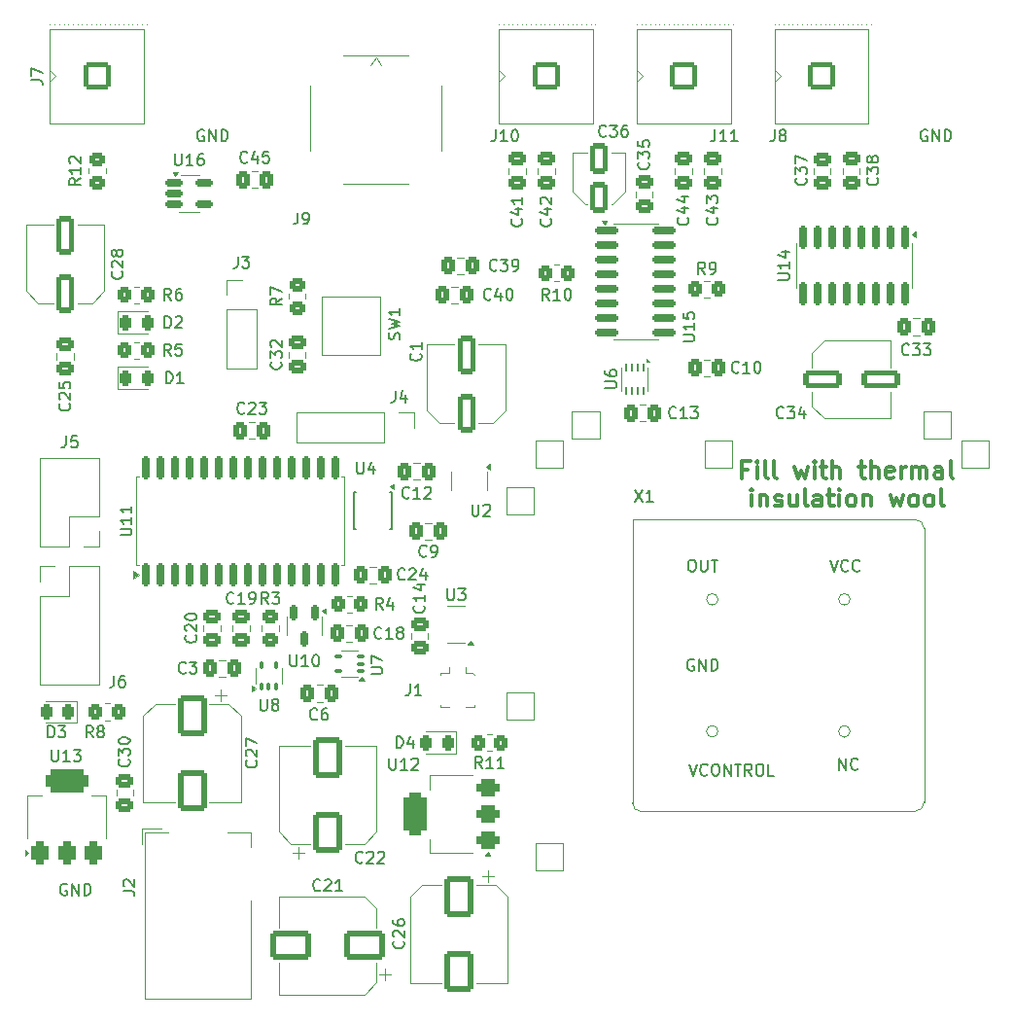
<source format=gto>
G04 #@! TF.GenerationSoftware,KiCad,Pcbnew,7.0.11*
G04 #@! TF.CreationDate,2024-03-19T21:31:16+01:00*
G04 #@! TF.ProjectId,GPSDO,47505344-4f2e-46b6-9963-61645f706362,rev?*
G04 #@! TF.SameCoordinates,Original*
G04 #@! TF.FileFunction,Legend,Top*
G04 #@! TF.FilePolarity,Positive*
%FSLAX46Y46*%
G04 Gerber Fmt 4.6, Leading zero omitted, Abs format (unit mm)*
G04 Created by KiCad (PCBNEW 7.0.11) date 2024-03-19 21:31:16*
%MOMM*%
%LPD*%
G01*
G04 APERTURE LIST*
G04 Aperture macros list*
%AMRoundRect*
0 Rectangle with rounded corners*
0 $1 Rounding radius*
0 $2 $3 $4 $5 $6 $7 $8 $9 X,Y pos of 4 corners*
0 Add a 4 corners polygon primitive as box body*
4,1,4,$2,$3,$4,$5,$6,$7,$8,$9,$2,$3,0*
0 Add four circle primitives for the rounded corners*
1,1,$1+$1,$2,$3*
1,1,$1+$1,$4,$5*
1,1,$1+$1,$6,$7*
1,1,$1+$1,$8,$9*
0 Add four rect primitives between the rounded corners*
20,1,$1+$1,$2,$3,$4,$5,0*
20,1,$1+$1,$4,$5,$6,$7,0*
20,1,$1+$1,$6,$7,$8,$9,0*
20,1,$1+$1,$8,$9,$2,$3,0*%
G04 Aperture macros list end*
%ADD10C,0.300000*%
%ADD11C,0.150000*%
%ADD12C,0.120000*%
%ADD13C,0.100000*%
%ADD14RoundRect,0.250000X0.550000X-1.075000X0.550000X1.075000X-0.550000X1.075000X-0.550000X-1.075000X0*%
%ADD15RoundRect,0.250000X1.000000X-1.500000X1.000000X1.500000X-1.000000X1.500000X-1.000000X-1.500000X0*%
%ADD16R,0.400000X1.100000*%
%ADD17RoundRect,0.250000X0.350000X0.450000X-0.350000X0.450000X-0.350000X-0.450000X0.350000X-0.450000X0*%
%ADD18RoundRect,0.150000X-0.150000X0.512500X-0.150000X-0.512500X0.150000X-0.512500X0.150000X0.512500X0*%
%ADD19R,2.000000X2.000000*%
%ADD20RoundRect,0.243750X-0.243750X-0.456250X0.243750X-0.456250X0.243750X0.456250X-0.243750X0.456250X0*%
%ADD21RoundRect,0.162500X-0.617500X-0.162500X0.617500X-0.162500X0.617500X0.162500X-0.617500X0.162500X0*%
%ADD22R,0.510000X0.700000*%
%ADD23RoundRect,0.250000X1.500000X1.000000X-1.500000X1.000000X-1.500000X-1.000000X1.500000X-1.000000X0*%
%ADD24RoundRect,0.200100X-0.949900X-0.949900X0.949900X-0.949900X0.949900X0.949900X-0.949900X0.949900X0*%
%ADD25C,2.500000*%
%ADD26RoundRect,0.250000X-0.350000X-0.450000X0.350000X-0.450000X0.350000X0.450000X-0.350000X0.450000X0*%
%ADD27RoundRect,0.062500X-0.062500X0.287500X-0.062500X-0.287500X0.062500X-0.287500X0.062500X0.287500X0*%
%ADD28R,1.300000X0.900000*%
%ADD29RoundRect,0.375000X0.375000X-0.625000X0.375000X0.625000X-0.375000X0.625000X-0.375000X-0.625000X0*%
%ADD30RoundRect,0.500000X1.400000X-0.500000X1.400000X0.500000X-1.400000X0.500000X-1.400000X-0.500000X0*%
%ADD31RoundRect,0.250000X0.475000X-0.337500X0.475000X0.337500X-0.475000X0.337500X-0.475000X-0.337500X0*%
%ADD32R,3.500000X3.500000*%
%ADD33C,4.000000*%
%ADD34R,1.600000X1.600000*%
%ADD35C,1.600000*%
%ADD36RoundRect,0.250000X-1.412500X-0.550000X1.412500X-0.550000X1.412500X0.550000X-1.412500X0.550000X0*%
%ADD37RoundRect,0.250000X-0.450000X0.350000X-0.450000X-0.350000X0.450000X-0.350000X0.450000X0.350000X0*%
%ADD38R,1.700000X1.700000*%
%ADD39O,1.700000X1.700000*%
%ADD40RoundRect,0.250000X-0.337500X-0.475000X0.337500X-0.475000X0.337500X0.475000X-0.337500X0.475000X0*%
%ADD41RoundRect,0.250000X0.550000X-1.412500X0.550000X1.412500X-0.550000X1.412500X-0.550000X-1.412500X0*%
%ADD42C,0.800000*%
%ADD43C,6.400000*%
%ADD44R,4.600000X2.000000*%
%ADD45O,4.200000X2.000000*%
%ADD46O,2.000000X4.200000*%
%ADD47RoundRect,0.243750X0.243750X0.456250X-0.243750X0.456250X-0.243750X-0.456250X0.243750X-0.456250X0*%
%ADD48RoundRect,0.375000X0.625000X0.375000X-0.625000X0.375000X-0.625000X-0.375000X0.625000X-0.375000X0*%
%ADD49RoundRect,0.500000X0.500000X1.400000X-0.500000X1.400000X-0.500000X-1.400000X0.500000X-1.400000X0*%
%ADD50RoundRect,0.250000X-1.000000X1.500000X-1.000000X-1.500000X1.000000X-1.500000X1.000000X1.500000X0*%
%ADD51RoundRect,0.250000X0.337500X0.475000X-0.337500X0.475000X-0.337500X-0.475000X0.337500X-0.475000X0*%
%ADD52RoundRect,0.100000X0.225000X0.100000X-0.225000X0.100000X-0.225000X-0.100000X0.225000X-0.100000X0*%
%ADD53R,0.700000X0.510000*%
%ADD54R,1.300000X1.550000*%
%ADD55RoundRect,0.250000X-0.475000X0.337500X-0.475000X-0.337500X0.475000X-0.337500X0.475000X0.337500X0*%
%ADD56RoundRect,0.100000X0.100000X-0.225000X0.100000X0.225000X-0.100000X0.225000X-0.100000X-0.225000X0*%
%ADD57R,1.000000X1.000000*%
%ADD58R,1.050000X2.200000*%
%ADD59RoundRect,0.150000X0.150000X-0.875000X0.150000X0.875000X-0.150000X0.875000X-0.150000X-0.875000X0*%
%ADD60RoundRect,0.150000X-0.825000X-0.150000X0.825000X-0.150000X0.825000X0.150000X-0.825000X0.150000X0*%
%ADD61RoundRect,0.150000X-0.150000X0.825000X-0.150000X-0.825000X0.150000X-0.825000X0.150000X0.825000X0*%
G04 APERTURE END LIST*
D10*
X83594857Y-58756114D02*
X83094857Y-58756114D01*
X83094857Y-59541828D02*
X83094857Y-58041828D01*
X83094857Y-58041828D02*
X83809143Y-58041828D01*
X84380571Y-59541828D02*
X84380571Y-58541828D01*
X84380571Y-58041828D02*
X84309143Y-58113257D01*
X84309143Y-58113257D02*
X84380571Y-58184685D01*
X84380571Y-58184685D02*
X84452000Y-58113257D01*
X84452000Y-58113257D02*
X84380571Y-58041828D01*
X84380571Y-58041828D02*
X84380571Y-58184685D01*
X85309143Y-59541828D02*
X85166286Y-59470400D01*
X85166286Y-59470400D02*
X85094857Y-59327542D01*
X85094857Y-59327542D02*
X85094857Y-58041828D01*
X86094857Y-59541828D02*
X85952000Y-59470400D01*
X85952000Y-59470400D02*
X85880571Y-59327542D01*
X85880571Y-59327542D02*
X85880571Y-58041828D01*
X87666285Y-58541828D02*
X87952000Y-59541828D01*
X87952000Y-59541828D02*
X88237714Y-58827542D01*
X88237714Y-58827542D02*
X88523428Y-59541828D01*
X88523428Y-59541828D02*
X88809142Y-58541828D01*
X89380571Y-59541828D02*
X89380571Y-58541828D01*
X89380571Y-58041828D02*
X89309143Y-58113257D01*
X89309143Y-58113257D02*
X89380571Y-58184685D01*
X89380571Y-58184685D02*
X89452000Y-58113257D01*
X89452000Y-58113257D02*
X89380571Y-58041828D01*
X89380571Y-58041828D02*
X89380571Y-58184685D01*
X89880572Y-58541828D02*
X90452000Y-58541828D01*
X90094857Y-58041828D02*
X90094857Y-59327542D01*
X90094857Y-59327542D02*
X90166286Y-59470400D01*
X90166286Y-59470400D02*
X90309143Y-59541828D01*
X90309143Y-59541828D02*
X90452000Y-59541828D01*
X90952000Y-59541828D02*
X90952000Y-58041828D01*
X91594858Y-59541828D02*
X91594858Y-58756114D01*
X91594858Y-58756114D02*
X91523429Y-58613257D01*
X91523429Y-58613257D02*
X91380572Y-58541828D01*
X91380572Y-58541828D02*
X91166286Y-58541828D01*
X91166286Y-58541828D02*
X91023429Y-58613257D01*
X91023429Y-58613257D02*
X90952000Y-58684685D01*
X93237715Y-58541828D02*
X93809143Y-58541828D01*
X93452000Y-58041828D02*
X93452000Y-59327542D01*
X93452000Y-59327542D02*
X93523429Y-59470400D01*
X93523429Y-59470400D02*
X93666286Y-59541828D01*
X93666286Y-59541828D02*
X93809143Y-59541828D01*
X94309143Y-59541828D02*
X94309143Y-58041828D01*
X94952001Y-59541828D02*
X94952001Y-58756114D01*
X94952001Y-58756114D02*
X94880572Y-58613257D01*
X94880572Y-58613257D02*
X94737715Y-58541828D01*
X94737715Y-58541828D02*
X94523429Y-58541828D01*
X94523429Y-58541828D02*
X94380572Y-58613257D01*
X94380572Y-58613257D02*
X94309143Y-58684685D01*
X96237715Y-59470400D02*
X96094858Y-59541828D01*
X96094858Y-59541828D02*
X95809144Y-59541828D01*
X95809144Y-59541828D02*
X95666286Y-59470400D01*
X95666286Y-59470400D02*
X95594858Y-59327542D01*
X95594858Y-59327542D02*
X95594858Y-58756114D01*
X95594858Y-58756114D02*
X95666286Y-58613257D01*
X95666286Y-58613257D02*
X95809144Y-58541828D01*
X95809144Y-58541828D02*
X96094858Y-58541828D01*
X96094858Y-58541828D02*
X96237715Y-58613257D01*
X96237715Y-58613257D02*
X96309144Y-58756114D01*
X96309144Y-58756114D02*
X96309144Y-58898971D01*
X96309144Y-58898971D02*
X95594858Y-59041828D01*
X96952000Y-59541828D02*
X96952000Y-58541828D01*
X96952000Y-58827542D02*
X97023429Y-58684685D01*
X97023429Y-58684685D02*
X97094858Y-58613257D01*
X97094858Y-58613257D02*
X97237715Y-58541828D01*
X97237715Y-58541828D02*
X97380572Y-58541828D01*
X97880571Y-59541828D02*
X97880571Y-58541828D01*
X97880571Y-58684685D02*
X97952000Y-58613257D01*
X97952000Y-58613257D02*
X98094857Y-58541828D01*
X98094857Y-58541828D02*
X98309143Y-58541828D01*
X98309143Y-58541828D02*
X98452000Y-58613257D01*
X98452000Y-58613257D02*
X98523429Y-58756114D01*
X98523429Y-58756114D02*
X98523429Y-59541828D01*
X98523429Y-58756114D02*
X98594857Y-58613257D01*
X98594857Y-58613257D02*
X98737714Y-58541828D01*
X98737714Y-58541828D02*
X98952000Y-58541828D01*
X98952000Y-58541828D02*
X99094857Y-58613257D01*
X99094857Y-58613257D02*
X99166286Y-58756114D01*
X99166286Y-58756114D02*
X99166286Y-59541828D01*
X100523429Y-59541828D02*
X100523429Y-58756114D01*
X100523429Y-58756114D02*
X100452000Y-58613257D01*
X100452000Y-58613257D02*
X100309143Y-58541828D01*
X100309143Y-58541828D02*
X100023429Y-58541828D01*
X100023429Y-58541828D02*
X99880571Y-58613257D01*
X100523429Y-59470400D02*
X100380571Y-59541828D01*
X100380571Y-59541828D02*
X100023429Y-59541828D01*
X100023429Y-59541828D02*
X99880571Y-59470400D01*
X99880571Y-59470400D02*
X99809143Y-59327542D01*
X99809143Y-59327542D02*
X99809143Y-59184685D01*
X99809143Y-59184685D02*
X99880571Y-59041828D01*
X99880571Y-59041828D02*
X100023429Y-58970400D01*
X100023429Y-58970400D02*
X100380571Y-58970400D01*
X100380571Y-58970400D02*
X100523429Y-58898971D01*
X101452000Y-59541828D02*
X101309143Y-59470400D01*
X101309143Y-59470400D02*
X101237714Y-59327542D01*
X101237714Y-59327542D02*
X101237714Y-58041828D01*
X83916284Y-61956828D02*
X83916284Y-60956828D01*
X83916284Y-60456828D02*
X83844856Y-60528257D01*
X83844856Y-60528257D02*
X83916284Y-60599685D01*
X83916284Y-60599685D02*
X83987713Y-60528257D01*
X83987713Y-60528257D02*
X83916284Y-60456828D01*
X83916284Y-60456828D02*
X83916284Y-60599685D01*
X84630570Y-60956828D02*
X84630570Y-61956828D01*
X84630570Y-61099685D02*
X84701999Y-61028257D01*
X84701999Y-61028257D02*
X84844856Y-60956828D01*
X84844856Y-60956828D02*
X85059142Y-60956828D01*
X85059142Y-60956828D02*
X85201999Y-61028257D01*
X85201999Y-61028257D02*
X85273428Y-61171114D01*
X85273428Y-61171114D02*
X85273428Y-61956828D01*
X85916285Y-61885400D02*
X86059142Y-61956828D01*
X86059142Y-61956828D02*
X86344856Y-61956828D01*
X86344856Y-61956828D02*
X86487713Y-61885400D01*
X86487713Y-61885400D02*
X86559142Y-61742542D01*
X86559142Y-61742542D02*
X86559142Y-61671114D01*
X86559142Y-61671114D02*
X86487713Y-61528257D01*
X86487713Y-61528257D02*
X86344856Y-61456828D01*
X86344856Y-61456828D02*
X86130571Y-61456828D01*
X86130571Y-61456828D02*
X85987713Y-61385400D01*
X85987713Y-61385400D02*
X85916285Y-61242542D01*
X85916285Y-61242542D02*
X85916285Y-61171114D01*
X85916285Y-61171114D02*
X85987713Y-61028257D01*
X85987713Y-61028257D02*
X86130571Y-60956828D01*
X86130571Y-60956828D02*
X86344856Y-60956828D01*
X86344856Y-60956828D02*
X86487713Y-61028257D01*
X87844857Y-60956828D02*
X87844857Y-61956828D01*
X87201999Y-60956828D02*
X87201999Y-61742542D01*
X87201999Y-61742542D02*
X87273428Y-61885400D01*
X87273428Y-61885400D02*
X87416285Y-61956828D01*
X87416285Y-61956828D02*
X87630571Y-61956828D01*
X87630571Y-61956828D02*
X87773428Y-61885400D01*
X87773428Y-61885400D02*
X87844857Y-61813971D01*
X88773428Y-61956828D02*
X88630571Y-61885400D01*
X88630571Y-61885400D02*
X88559142Y-61742542D01*
X88559142Y-61742542D02*
X88559142Y-60456828D01*
X89987714Y-61956828D02*
X89987714Y-61171114D01*
X89987714Y-61171114D02*
X89916285Y-61028257D01*
X89916285Y-61028257D02*
X89773428Y-60956828D01*
X89773428Y-60956828D02*
X89487714Y-60956828D01*
X89487714Y-60956828D02*
X89344856Y-61028257D01*
X89987714Y-61885400D02*
X89844856Y-61956828D01*
X89844856Y-61956828D02*
X89487714Y-61956828D01*
X89487714Y-61956828D02*
X89344856Y-61885400D01*
X89344856Y-61885400D02*
X89273428Y-61742542D01*
X89273428Y-61742542D02*
X89273428Y-61599685D01*
X89273428Y-61599685D02*
X89344856Y-61456828D01*
X89344856Y-61456828D02*
X89487714Y-61385400D01*
X89487714Y-61385400D02*
X89844856Y-61385400D01*
X89844856Y-61385400D02*
X89987714Y-61313971D01*
X90487714Y-60956828D02*
X91059142Y-60956828D01*
X90701999Y-60456828D02*
X90701999Y-61742542D01*
X90701999Y-61742542D02*
X90773428Y-61885400D01*
X90773428Y-61885400D02*
X90916285Y-61956828D01*
X90916285Y-61956828D02*
X91059142Y-61956828D01*
X91559142Y-61956828D02*
X91559142Y-60956828D01*
X91559142Y-60456828D02*
X91487714Y-60528257D01*
X91487714Y-60528257D02*
X91559142Y-60599685D01*
X91559142Y-60599685D02*
X91630571Y-60528257D01*
X91630571Y-60528257D02*
X91559142Y-60456828D01*
X91559142Y-60456828D02*
X91559142Y-60599685D01*
X92487714Y-61956828D02*
X92344857Y-61885400D01*
X92344857Y-61885400D02*
X92273428Y-61813971D01*
X92273428Y-61813971D02*
X92202000Y-61671114D01*
X92202000Y-61671114D02*
X92202000Y-61242542D01*
X92202000Y-61242542D02*
X92273428Y-61099685D01*
X92273428Y-61099685D02*
X92344857Y-61028257D01*
X92344857Y-61028257D02*
X92487714Y-60956828D01*
X92487714Y-60956828D02*
X92702000Y-60956828D01*
X92702000Y-60956828D02*
X92844857Y-61028257D01*
X92844857Y-61028257D02*
X92916286Y-61099685D01*
X92916286Y-61099685D02*
X92987714Y-61242542D01*
X92987714Y-61242542D02*
X92987714Y-61671114D01*
X92987714Y-61671114D02*
X92916286Y-61813971D01*
X92916286Y-61813971D02*
X92844857Y-61885400D01*
X92844857Y-61885400D02*
X92702000Y-61956828D01*
X92702000Y-61956828D02*
X92487714Y-61956828D01*
X93630571Y-60956828D02*
X93630571Y-61956828D01*
X93630571Y-61099685D02*
X93702000Y-61028257D01*
X93702000Y-61028257D02*
X93844857Y-60956828D01*
X93844857Y-60956828D02*
X94059143Y-60956828D01*
X94059143Y-60956828D02*
X94202000Y-61028257D01*
X94202000Y-61028257D02*
X94273429Y-61171114D01*
X94273429Y-61171114D02*
X94273429Y-61956828D01*
X95987714Y-60956828D02*
X96273429Y-61956828D01*
X96273429Y-61956828D02*
X96559143Y-61242542D01*
X96559143Y-61242542D02*
X96844857Y-61956828D01*
X96844857Y-61956828D02*
X97130571Y-60956828D01*
X97916286Y-61956828D02*
X97773429Y-61885400D01*
X97773429Y-61885400D02*
X97702000Y-61813971D01*
X97702000Y-61813971D02*
X97630572Y-61671114D01*
X97630572Y-61671114D02*
X97630572Y-61242542D01*
X97630572Y-61242542D02*
X97702000Y-61099685D01*
X97702000Y-61099685D02*
X97773429Y-61028257D01*
X97773429Y-61028257D02*
X97916286Y-60956828D01*
X97916286Y-60956828D02*
X98130572Y-60956828D01*
X98130572Y-60956828D02*
X98273429Y-61028257D01*
X98273429Y-61028257D02*
X98344858Y-61099685D01*
X98344858Y-61099685D02*
X98416286Y-61242542D01*
X98416286Y-61242542D02*
X98416286Y-61671114D01*
X98416286Y-61671114D02*
X98344858Y-61813971D01*
X98344858Y-61813971D02*
X98273429Y-61885400D01*
X98273429Y-61885400D02*
X98130572Y-61956828D01*
X98130572Y-61956828D02*
X97916286Y-61956828D01*
X99273429Y-61956828D02*
X99130572Y-61885400D01*
X99130572Y-61885400D02*
X99059143Y-61813971D01*
X99059143Y-61813971D02*
X98987715Y-61671114D01*
X98987715Y-61671114D02*
X98987715Y-61242542D01*
X98987715Y-61242542D02*
X99059143Y-61099685D01*
X99059143Y-61099685D02*
X99130572Y-61028257D01*
X99130572Y-61028257D02*
X99273429Y-60956828D01*
X99273429Y-60956828D02*
X99487715Y-60956828D01*
X99487715Y-60956828D02*
X99630572Y-61028257D01*
X99630572Y-61028257D02*
X99702001Y-61099685D01*
X99702001Y-61099685D02*
X99773429Y-61242542D01*
X99773429Y-61242542D02*
X99773429Y-61671114D01*
X99773429Y-61671114D02*
X99702001Y-61813971D01*
X99702001Y-61813971D02*
X99630572Y-61885400D01*
X99630572Y-61885400D02*
X99487715Y-61956828D01*
X99487715Y-61956828D02*
X99273429Y-61956828D01*
X100630572Y-61956828D02*
X100487715Y-61885400D01*
X100487715Y-61885400D02*
X100416286Y-61742542D01*
X100416286Y-61742542D02*
X100416286Y-60456828D01*
D11*
X36195095Y-29220438D02*
X36099857Y-29172819D01*
X36099857Y-29172819D02*
X35957000Y-29172819D01*
X35957000Y-29172819D02*
X35814143Y-29220438D01*
X35814143Y-29220438D02*
X35718905Y-29315676D01*
X35718905Y-29315676D02*
X35671286Y-29410914D01*
X35671286Y-29410914D02*
X35623667Y-29601390D01*
X35623667Y-29601390D02*
X35623667Y-29744247D01*
X35623667Y-29744247D02*
X35671286Y-29934723D01*
X35671286Y-29934723D02*
X35718905Y-30029961D01*
X35718905Y-30029961D02*
X35814143Y-30125200D01*
X35814143Y-30125200D02*
X35957000Y-30172819D01*
X35957000Y-30172819D02*
X36052238Y-30172819D01*
X36052238Y-30172819D02*
X36195095Y-30125200D01*
X36195095Y-30125200D02*
X36242714Y-30077580D01*
X36242714Y-30077580D02*
X36242714Y-29744247D01*
X36242714Y-29744247D02*
X36052238Y-29744247D01*
X36671286Y-30172819D02*
X36671286Y-29172819D01*
X36671286Y-29172819D02*
X37242714Y-30172819D01*
X37242714Y-30172819D02*
X37242714Y-29172819D01*
X37718905Y-30172819D02*
X37718905Y-29172819D01*
X37718905Y-29172819D02*
X37957000Y-29172819D01*
X37957000Y-29172819D02*
X38099857Y-29220438D01*
X38099857Y-29220438D02*
X38195095Y-29315676D01*
X38195095Y-29315676D02*
X38242714Y-29410914D01*
X38242714Y-29410914D02*
X38290333Y-29601390D01*
X38290333Y-29601390D02*
X38290333Y-29744247D01*
X38290333Y-29744247D02*
X38242714Y-29934723D01*
X38242714Y-29934723D02*
X38195095Y-30029961D01*
X38195095Y-30029961D02*
X38099857Y-30125200D01*
X38099857Y-30125200D02*
X37957000Y-30172819D01*
X37957000Y-30172819D02*
X37718905Y-30172819D01*
X24257095Y-94879438D02*
X24161857Y-94831819D01*
X24161857Y-94831819D02*
X24019000Y-94831819D01*
X24019000Y-94831819D02*
X23876143Y-94879438D01*
X23876143Y-94879438D02*
X23780905Y-94974676D01*
X23780905Y-94974676D02*
X23733286Y-95069914D01*
X23733286Y-95069914D02*
X23685667Y-95260390D01*
X23685667Y-95260390D02*
X23685667Y-95403247D01*
X23685667Y-95403247D02*
X23733286Y-95593723D01*
X23733286Y-95593723D02*
X23780905Y-95688961D01*
X23780905Y-95688961D02*
X23876143Y-95784200D01*
X23876143Y-95784200D02*
X24019000Y-95831819D01*
X24019000Y-95831819D02*
X24114238Y-95831819D01*
X24114238Y-95831819D02*
X24257095Y-95784200D01*
X24257095Y-95784200D02*
X24304714Y-95736580D01*
X24304714Y-95736580D02*
X24304714Y-95403247D01*
X24304714Y-95403247D02*
X24114238Y-95403247D01*
X24733286Y-95831819D02*
X24733286Y-94831819D01*
X24733286Y-94831819D02*
X25304714Y-95831819D01*
X25304714Y-95831819D02*
X25304714Y-94831819D01*
X25780905Y-95831819D02*
X25780905Y-94831819D01*
X25780905Y-94831819D02*
X26019000Y-94831819D01*
X26019000Y-94831819D02*
X26161857Y-94879438D01*
X26161857Y-94879438D02*
X26257095Y-94974676D01*
X26257095Y-94974676D02*
X26304714Y-95069914D01*
X26304714Y-95069914D02*
X26352333Y-95260390D01*
X26352333Y-95260390D02*
X26352333Y-95403247D01*
X26352333Y-95403247D02*
X26304714Y-95593723D01*
X26304714Y-95593723D02*
X26257095Y-95688961D01*
X26257095Y-95688961D02*
X26161857Y-95784200D01*
X26161857Y-95784200D02*
X26019000Y-95831819D01*
X26019000Y-95831819D02*
X25780905Y-95831819D01*
X99187095Y-29220438D02*
X99091857Y-29172819D01*
X99091857Y-29172819D02*
X98949000Y-29172819D01*
X98949000Y-29172819D02*
X98806143Y-29220438D01*
X98806143Y-29220438D02*
X98710905Y-29315676D01*
X98710905Y-29315676D02*
X98663286Y-29410914D01*
X98663286Y-29410914D02*
X98615667Y-29601390D01*
X98615667Y-29601390D02*
X98615667Y-29744247D01*
X98615667Y-29744247D02*
X98663286Y-29934723D01*
X98663286Y-29934723D02*
X98710905Y-30029961D01*
X98710905Y-30029961D02*
X98806143Y-30125200D01*
X98806143Y-30125200D02*
X98949000Y-30172819D01*
X98949000Y-30172819D02*
X99044238Y-30172819D01*
X99044238Y-30172819D02*
X99187095Y-30125200D01*
X99187095Y-30125200D02*
X99234714Y-30077580D01*
X99234714Y-30077580D02*
X99234714Y-29744247D01*
X99234714Y-29744247D02*
X99044238Y-29744247D01*
X99663286Y-30172819D02*
X99663286Y-29172819D01*
X99663286Y-29172819D02*
X100234714Y-30172819D01*
X100234714Y-30172819D02*
X100234714Y-29172819D01*
X100710905Y-30172819D02*
X100710905Y-29172819D01*
X100710905Y-29172819D02*
X100949000Y-29172819D01*
X100949000Y-29172819D02*
X101091857Y-29220438D01*
X101091857Y-29220438D02*
X101187095Y-29315676D01*
X101187095Y-29315676D02*
X101234714Y-29410914D01*
X101234714Y-29410914D02*
X101282333Y-29601390D01*
X101282333Y-29601390D02*
X101282333Y-29744247D01*
X101282333Y-29744247D02*
X101234714Y-29934723D01*
X101234714Y-29934723D02*
X101187095Y-30029961D01*
X101187095Y-30029961D02*
X101091857Y-30125200D01*
X101091857Y-30125200D02*
X100949000Y-30172819D01*
X100949000Y-30172819D02*
X100710905Y-30172819D01*
X71239142Y-29696580D02*
X71191523Y-29744200D01*
X71191523Y-29744200D02*
X71048666Y-29791819D01*
X71048666Y-29791819D02*
X70953428Y-29791819D01*
X70953428Y-29791819D02*
X70810571Y-29744200D01*
X70810571Y-29744200D02*
X70715333Y-29648961D01*
X70715333Y-29648961D02*
X70667714Y-29553723D01*
X70667714Y-29553723D02*
X70620095Y-29363247D01*
X70620095Y-29363247D02*
X70620095Y-29220390D01*
X70620095Y-29220390D02*
X70667714Y-29029914D01*
X70667714Y-29029914D02*
X70715333Y-28934676D01*
X70715333Y-28934676D02*
X70810571Y-28839438D01*
X70810571Y-28839438D02*
X70953428Y-28791819D01*
X70953428Y-28791819D02*
X71048666Y-28791819D01*
X71048666Y-28791819D02*
X71191523Y-28839438D01*
X71191523Y-28839438D02*
X71239142Y-28887057D01*
X71572476Y-28791819D02*
X72191523Y-28791819D01*
X72191523Y-28791819D02*
X71858190Y-29172771D01*
X71858190Y-29172771D02*
X72001047Y-29172771D01*
X72001047Y-29172771D02*
X72096285Y-29220390D01*
X72096285Y-29220390D02*
X72143904Y-29268009D01*
X72143904Y-29268009D02*
X72191523Y-29363247D01*
X72191523Y-29363247D02*
X72191523Y-29601342D01*
X72191523Y-29601342D02*
X72143904Y-29696580D01*
X72143904Y-29696580D02*
X72096285Y-29744200D01*
X72096285Y-29744200D02*
X72001047Y-29791819D01*
X72001047Y-29791819D02*
X71715333Y-29791819D01*
X71715333Y-29791819D02*
X71620095Y-29744200D01*
X71620095Y-29744200D02*
X71572476Y-29696580D01*
X73048666Y-28791819D02*
X72858190Y-28791819D01*
X72858190Y-28791819D02*
X72762952Y-28839438D01*
X72762952Y-28839438D02*
X72715333Y-28887057D01*
X72715333Y-28887057D02*
X72620095Y-29029914D01*
X72620095Y-29029914D02*
X72572476Y-29220390D01*
X72572476Y-29220390D02*
X72572476Y-29601342D01*
X72572476Y-29601342D02*
X72620095Y-29696580D01*
X72620095Y-29696580D02*
X72667714Y-29744200D01*
X72667714Y-29744200D02*
X72762952Y-29791819D01*
X72762952Y-29791819D02*
X72953428Y-29791819D01*
X72953428Y-29791819D02*
X73048666Y-29744200D01*
X73048666Y-29744200D02*
X73096285Y-29696580D01*
X73096285Y-29696580D02*
X73143904Y-29601342D01*
X73143904Y-29601342D02*
X73143904Y-29363247D01*
X73143904Y-29363247D02*
X73096285Y-29268009D01*
X73096285Y-29268009D02*
X73048666Y-29220390D01*
X73048666Y-29220390D02*
X72953428Y-29172771D01*
X72953428Y-29172771D02*
X72762952Y-29172771D01*
X72762952Y-29172771D02*
X72667714Y-29220390D01*
X72667714Y-29220390D02*
X72620095Y-29268009D01*
X72620095Y-29268009D02*
X72572476Y-29363247D01*
X50030142Y-92942580D02*
X49982523Y-92990200D01*
X49982523Y-92990200D02*
X49839666Y-93037819D01*
X49839666Y-93037819D02*
X49744428Y-93037819D01*
X49744428Y-93037819D02*
X49601571Y-92990200D01*
X49601571Y-92990200D02*
X49506333Y-92894961D01*
X49506333Y-92894961D02*
X49458714Y-92799723D01*
X49458714Y-92799723D02*
X49411095Y-92609247D01*
X49411095Y-92609247D02*
X49411095Y-92466390D01*
X49411095Y-92466390D02*
X49458714Y-92275914D01*
X49458714Y-92275914D02*
X49506333Y-92180676D01*
X49506333Y-92180676D02*
X49601571Y-92085438D01*
X49601571Y-92085438D02*
X49744428Y-92037819D01*
X49744428Y-92037819D02*
X49839666Y-92037819D01*
X49839666Y-92037819D02*
X49982523Y-92085438D01*
X49982523Y-92085438D02*
X50030142Y-92133057D01*
X50411095Y-92133057D02*
X50458714Y-92085438D01*
X50458714Y-92085438D02*
X50553952Y-92037819D01*
X50553952Y-92037819D02*
X50792047Y-92037819D01*
X50792047Y-92037819D02*
X50887285Y-92085438D01*
X50887285Y-92085438D02*
X50934904Y-92133057D01*
X50934904Y-92133057D02*
X50982523Y-92228295D01*
X50982523Y-92228295D02*
X50982523Y-92323533D01*
X50982523Y-92323533D02*
X50934904Y-92466390D01*
X50934904Y-92466390D02*
X50363476Y-93037819D01*
X50363476Y-93037819D02*
X50982523Y-93037819D01*
X51363476Y-92133057D02*
X51411095Y-92085438D01*
X51411095Y-92085438D02*
X51506333Y-92037819D01*
X51506333Y-92037819D02*
X51744428Y-92037819D01*
X51744428Y-92037819D02*
X51839666Y-92085438D01*
X51839666Y-92085438D02*
X51887285Y-92133057D01*
X51887285Y-92133057D02*
X51934904Y-92228295D01*
X51934904Y-92228295D02*
X51934904Y-92323533D01*
X51934904Y-92323533D02*
X51887285Y-92466390D01*
X51887285Y-92466390D02*
X51315857Y-93037819D01*
X51315857Y-93037819D02*
X51934904Y-93037819D01*
X49530095Y-58128819D02*
X49530095Y-58938342D01*
X49530095Y-58938342D02*
X49577714Y-59033580D01*
X49577714Y-59033580D02*
X49625333Y-59081200D01*
X49625333Y-59081200D02*
X49720571Y-59128819D01*
X49720571Y-59128819D02*
X49911047Y-59128819D01*
X49911047Y-59128819D02*
X50006285Y-59081200D01*
X50006285Y-59081200D02*
X50053904Y-59033580D01*
X50053904Y-59033580D02*
X50101523Y-58938342D01*
X50101523Y-58938342D02*
X50101523Y-58128819D01*
X51006285Y-58462152D02*
X51006285Y-59128819D01*
X50768190Y-58081200D02*
X50530095Y-58795485D01*
X50530095Y-58795485D02*
X51149142Y-58795485D01*
X60444142Y-84782819D02*
X60110809Y-84306628D01*
X59872714Y-84782819D02*
X59872714Y-83782819D01*
X59872714Y-83782819D02*
X60253666Y-83782819D01*
X60253666Y-83782819D02*
X60348904Y-83830438D01*
X60348904Y-83830438D02*
X60396523Y-83878057D01*
X60396523Y-83878057D02*
X60444142Y-83973295D01*
X60444142Y-83973295D02*
X60444142Y-84116152D01*
X60444142Y-84116152D02*
X60396523Y-84211390D01*
X60396523Y-84211390D02*
X60348904Y-84259009D01*
X60348904Y-84259009D02*
X60253666Y-84306628D01*
X60253666Y-84306628D02*
X59872714Y-84306628D01*
X61396523Y-84782819D02*
X60825095Y-84782819D01*
X61110809Y-84782819D02*
X61110809Y-83782819D01*
X61110809Y-83782819D02*
X61015571Y-83925676D01*
X61015571Y-83925676D02*
X60920333Y-84020914D01*
X60920333Y-84020914D02*
X60825095Y-84068533D01*
X62348904Y-84782819D02*
X61777476Y-84782819D01*
X62063190Y-84782819D02*
X62063190Y-83782819D01*
X62063190Y-83782819D02*
X61967952Y-83925676D01*
X61967952Y-83925676D02*
X61872714Y-84020914D01*
X61872714Y-84020914D02*
X61777476Y-84068533D01*
X43719905Y-74892819D02*
X43719905Y-75702342D01*
X43719905Y-75702342D02*
X43767524Y-75797580D01*
X43767524Y-75797580D02*
X43815143Y-75845200D01*
X43815143Y-75845200D02*
X43910381Y-75892819D01*
X43910381Y-75892819D02*
X44100857Y-75892819D01*
X44100857Y-75892819D02*
X44196095Y-75845200D01*
X44196095Y-75845200D02*
X44243714Y-75797580D01*
X44243714Y-75797580D02*
X44291333Y-75702342D01*
X44291333Y-75702342D02*
X44291333Y-74892819D01*
X45291333Y-75892819D02*
X44719905Y-75892819D01*
X45005619Y-75892819D02*
X45005619Y-74892819D01*
X45005619Y-74892819D02*
X44910381Y-75035676D01*
X44910381Y-75035676D02*
X44815143Y-75130914D01*
X44815143Y-75130914D02*
X44719905Y-75178533D01*
X45910381Y-74892819D02*
X46005619Y-74892819D01*
X46005619Y-74892819D02*
X46100857Y-74940438D01*
X46100857Y-74940438D02*
X46148476Y-74988057D01*
X46148476Y-74988057D02*
X46196095Y-75083295D01*
X46196095Y-75083295D02*
X46243714Y-75273771D01*
X46243714Y-75273771D02*
X46243714Y-75511866D01*
X46243714Y-75511866D02*
X46196095Y-75702342D01*
X46196095Y-75702342D02*
X46148476Y-75797580D01*
X46148476Y-75797580D02*
X46100857Y-75845200D01*
X46100857Y-75845200D02*
X46005619Y-75892819D01*
X46005619Y-75892819D02*
X45910381Y-75892819D01*
X45910381Y-75892819D02*
X45815143Y-75845200D01*
X45815143Y-75845200D02*
X45767524Y-75797580D01*
X45767524Y-75797580D02*
X45719905Y-75702342D01*
X45719905Y-75702342D02*
X45672286Y-75511866D01*
X45672286Y-75511866D02*
X45672286Y-75273771D01*
X45672286Y-75273771D02*
X45719905Y-75083295D01*
X45719905Y-75083295D02*
X45767524Y-74988057D01*
X45767524Y-74988057D02*
X45815143Y-74940438D01*
X45815143Y-74940438D02*
X45910381Y-74892819D01*
X32789905Y-46428819D02*
X32789905Y-45428819D01*
X32789905Y-45428819D02*
X33028000Y-45428819D01*
X33028000Y-45428819D02*
X33170857Y-45476438D01*
X33170857Y-45476438D02*
X33266095Y-45571676D01*
X33266095Y-45571676D02*
X33313714Y-45666914D01*
X33313714Y-45666914D02*
X33361333Y-45857390D01*
X33361333Y-45857390D02*
X33361333Y-46000247D01*
X33361333Y-46000247D02*
X33313714Y-46190723D01*
X33313714Y-46190723D02*
X33266095Y-46285961D01*
X33266095Y-46285961D02*
X33170857Y-46381200D01*
X33170857Y-46381200D02*
X33028000Y-46428819D01*
X33028000Y-46428819D02*
X32789905Y-46428819D01*
X33742286Y-45524057D02*
X33789905Y-45476438D01*
X33789905Y-45476438D02*
X33885143Y-45428819D01*
X33885143Y-45428819D02*
X34123238Y-45428819D01*
X34123238Y-45428819D02*
X34218476Y-45476438D01*
X34218476Y-45476438D02*
X34266095Y-45524057D01*
X34266095Y-45524057D02*
X34313714Y-45619295D01*
X34313714Y-45619295D02*
X34313714Y-45714533D01*
X34313714Y-45714533D02*
X34266095Y-45857390D01*
X34266095Y-45857390D02*
X33694667Y-46428819D01*
X33694667Y-46428819D02*
X34313714Y-46428819D01*
X33686905Y-31286819D02*
X33686905Y-32096342D01*
X33686905Y-32096342D02*
X33734524Y-32191580D01*
X33734524Y-32191580D02*
X33782143Y-32239200D01*
X33782143Y-32239200D02*
X33877381Y-32286819D01*
X33877381Y-32286819D02*
X34067857Y-32286819D01*
X34067857Y-32286819D02*
X34163095Y-32239200D01*
X34163095Y-32239200D02*
X34210714Y-32191580D01*
X34210714Y-32191580D02*
X34258333Y-32096342D01*
X34258333Y-32096342D02*
X34258333Y-31286819D01*
X35258333Y-32286819D02*
X34686905Y-32286819D01*
X34972619Y-32286819D02*
X34972619Y-31286819D01*
X34972619Y-31286819D02*
X34877381Y-31429676D01*
X34877381Y-31429676D02*
X34782143Y-31524914D01*
X34782143Y-31524914D02*
X34686905Y-31572533D01*
X36115476Y-31286819D02*
X35925000Y-31286819D01*
X35925000Y-31286819D02*
X35829762Y-31334438D01*
X35829762Y-31334438D02*
X35782143Y-31382057D01*
X35782143Y-31382057D02*
X35686905Y-31524914D01*
X35686905Y-31524914D02*
X35639286Y-31715390D01*
X35639286Y-31715390D02*
X35639286Y-32096342D01*
X35639286Y-32096342D02*
X35686905Y-32191580D01*
X35686905Y-32191580D02*
X35734524Y-32239200D01*
X35734524Y-32239200D02*
X35829762Y-32286819D01*
X35829762Y-32286819D02*
X36020238Y-32286819D01*
X36020238Y-32286819D02*
X36115476Y-32239200D01*
X36115476Y-32239200D02*
X36163095Y-32191580D01*
X36163095Y-32191580D02*
X36210714Y-32096342D01*
X36210714Y-32096342D02*
X36210714Y-31858247D01*
X36210714Y-31858247D02*
X36163095Y-31763009D01*
X36163095Y-31763009D02*
X36115476Y-31715390D01*
X36115476Y-31715390D02*
X36020238Y-31667771D01*
X36020238Y-31667771D02*
X35829762Y-31667771D01*
X35829762Y-31667771D02*
X35734524Y-31715390D01*
X35734524Y-31715390D02*
X35686905Y-31763009D01*
X35686905Y-31763009D02*
X35639286Y-31858247D01*
X59563095Y-61811819D02*
X59563095Y-62621342D01*
X59563095Y-62621342D02*
X59610714Y-62716580D01*
X59610714Y-62716580D02*
X59658333Y-62764200D01*
X59658333Y-62764200D02*
X59753571Y-62811819D01*
X59753571Y-62811819D02*
X59944047Y-62811819D01*
X59944047Y-62811819D02*
X60039285Y-62764200D01*
X60039285Y-62764200D02*
X60086904Y-62716580D01*
X60086904Y-62716580D02*
X60134523Y-62621342D01*
X60134523Y-62621342D02*
X60134523Y-61811819D01*
X60563095Y-61907057D02*
X60610714Y-61859438D01*
X60610714Y-61859438D02*
X60705952Y-61811819D01*
X60705952Y-61811819D02*
X60944047Y-61811819D01*
X60944047Y-61811819D02*
X61039285Y-61859438D01*
X61039285Y-61859438D02*
X61086904Y-61907057D01*
X61086904Y-61907057D02*
X61134523Y-62002295D01*
X61134523Y-62002295D02*
X61134523Y-62097533D01*
X61134523Y-62097533D02*
X61086904Y-62240390D01*
X61086904Y-62240390D02*
X60515476Y-62811819D01*
X60515476Y-62811819D02*
X61134523Y-62811819D01*
X46347142Y-95355580D02*
X46299523Y-95403200D01*
X46299523Y-95403200D02*
X46156666Y-95450819D01*
X46156666Y-95450819D02*
X46061428Y-95450819D01*
X46061428Y-95450819D02*
X45918571Y-95403200D01*
X45918571Y-95403200D02*
X45823333Y-95307961D01*
X45823333Y-95307961D02*
X45775714Y-95212723D01*
X45775714Y-95212723D02*
X45728095Y-95022247D01*
X45728095Y-95022247D02*
X45728095Y-94879390D01*
X45728095Y-94879390D02*
X45775714Y-94688914D01*
X45775714Y-94688914D02*
X45823333Y-94593676D01*
X45823333Y-94593676D02*
X45918571Y-94498438D01*
X45918571Y-94498438D02*
X46061428Y-94450819D01*
X46061428Y-94450819D02*
X46156666Y-94450819D01*
X46156666Y-94450819D02*
X46299523Y-94498438D01*
X46299523Y-94498438D02*
X46347142Y-94546057D01*
X46728095Y-94546057D02*
X46775714Y-94498438D01*
X46775714Y-94498438D02*
X46870952Y-94450819D01*
X46870952Y-94450819D02*
X47109047Y-94450819D01*
X47109047Y-94450819D02*
X47204285Y-94498438D01*
X47204285Y-94498438D02*
X47251904Y-94546057D01*
X47251904Y-94546057D02*
X47299523Y-94641295D01*
X47299523Y-94641295D02*
X47299523Y-94736533D01*
X47299523Y-94736533D02*
X47251904Y-94879390D01*
X47251904Y-94879390D02*
X46680476Y-95450819D01*
X46680476Y-95450819D02*
X47299523Y-95450819D01*
X48251904Y-95450819D02*
X47680476Y-95450819D01*
X47966190Y-95450819D02*
X47966190Y-94450819D01*
X47966190Y-94450819D02*
X47870952Y-94593676D01*
X47870952Y-94593676D02*
X47775714Y-94688914D01*
X47775714Y-94688914D02*
X47680476Y-94736533D01*
X85891666Y-29187419D02*
X85891666Y-29901704D01*
X85891666Y-29901704D02*
X85844047Y-30044561D01*
X85844047Y-30044561D02*
X85748809Y-30139800D01*
X85748809Y-30139800D02*
X85605952Y-30187419D01*
X85605952Y-30187419D02*
X85510714Y-30187419D01*
X86510714Y-29615990D02*
X86415476Y-29568371D01*
X86415476Y-29568371D02*
X86367857Y-29520752D01*
X86367857Y-29520752D02*
X86320238Y-29425514D01*
X86320238Y-29425514D02*
X86320238Y-29377895D01*
X86320238Y-29377895D02*
X86367857Y-29282657D01*
X86367857Y-29282657D02*
X86415476Y-29235038D01*
X86415476Y-29235038D02*
X86510714Y-29187419D01*
X86510714Y-29187419D02*
X86701190Y-29187419D01*
X86701190Y-29187419D02*
X86796428Y-29235038D01*
X86796428Y-29235038D02*
X86844047Y-29282657D01*
X86844047Y-29282657D02*
X86891666Y-29377895D01*
X86891666Y-29377895D02*
X86891666Y-29425514D01*
X86891666Y-29425514D02*
X86844047Y-29520752D01*
X86844047Y-29520752D02*
X86796428Y-29568371D01*
X86796428Y-29568371D02*
X86701190Y-29615990D01*
X86701190Y-29615990D02*
X86510714Y-29615990D01*
X86510714Y-29615990D02*
X86415476Y-29663609D01*
X86415476Y-29663609D02*
X86367857Y-29711228D01*
X86367857Y-29711228D02*
X86320238Y-29806466D01*
X86320238Y-29806466D02*
X86320238Y-29996942D01*
X86320238Y-29996942D02*
X86367857Y-30092180D01*
X86367857Y-30092180D02*
X86415476Y-30139800D01*
X86415476Y-30139800D02*
X86510714Y-30187419D01*
X86510714Y-30187419D02*
X86701190Y-30187419D01*
X86701190Y-30187419D02*
X86796428Y-30139800D01*
X86796428Y-30139800D02*
X86844047Y-30092180D01*
X86844047Y-30092180D02*
X86891666Y-29996942D01*
X86891666Y-29996942D02*
X86891666Y-29806466D01*
X86891666Y-29806466D02*
X86844047Y-29711228D01*
X86844047Y-29711228D02*
X86796428Y-29663609D01*
X86796428Y-29663609D02*
X86701190Y-29615990D01*
X51776333Y-70939819D02*
X51443000Y-70463628D01*
X51204905Y-70939819D02*
X51204905Y-69939819D01*
X51204905Y-69939819D02*
X51585857Y-69939819D01*
X51585857Y-69939819D02*
X51681095Y-69987438D01*
X51681095Y-69987438D02*
X51728714Y-70035057D01*
X51728714Y-70035057D02*
X51776333Y-70130295D01*
X51776333Y-70130295D02*
X51776333Y-70273152D01*
X51776333Y-70273152D02*
X51728714Y-70368390D01*
X51728714Y-70368390D02*
X51681095Y-70416009D01*
X51681095Y-70416009D02*
X51585857Y-70463628D01*
X51585857Y-70463628D02*
X51204905Y-70463628D01*
X52633476Y-70273152D02*
X52633476Y-70939819D01*
X52395381Y-69892200D02*
X52157286Y-70606485D01*
X52157286Y-70606485D02*
X52776333Y-70606485D01*
X71154819Y-51659904D02*
X71964342Y-51659904D01*
X71964342Y-51659904D02*
X72059580Y-51612285D01*
X72059580Y-51612285D02*
X72107200Y-51564666D01*
X72107200Y-51564666D02*
X72154819Y-51469428D01*
X72154819Y-51469428D02*
X72154819Y-51278952D01*
X72154819Y-51278952D02*
X72107200Y-51183714D01*
X72107200Y-51183714D02*
X72059580Y-51136095D01*
X72059580Y-51136095D02*
X71964342Y-51088476D01*
X71964342Y-51088476D02*
X71154819Y-51088476D01*
X71154819Y-50183714D02*
X71154819Y-50374190D01*
X71154819Y-50374190D02*
X71202438Y-50469428D01*
X71202438Y-50469428D02*
X71250057Y-50517047D01*
X71250057Y-50517047D02*
X71392914Y-50612285D01*
X71392914Y-50612285D02*
X71583390Y-50659904D01*
X71583390Y-50659904D02*
X71964342Y-50659904D01*
X71964342Y-50659904D02*
X72059580Y-50612285D01*
X72059580Y-50612285D02*
X72107200Y-50564666D01*
X72107200Y-50564666D02*
X72154819Y-50469428D01*
X72154819Y-50469428D02*
X72154819Y-50278952D01*
X72154819Y-50278952D02*
X72107200Y-50183714D01*
X72107200Y-50183714D02*
X72059580Y-50136095D01*
X72059580Y-50136095D02*
X71964342Y-50088476D01*
X71964342Y-50088476D02*
X71726247Y-50088476D01*
X71726247Y-50088476D02*
X71631009Y-50136095D01*
X71631009Y-50136095D02*
X71583390Y-50183714D01*
X71583390Y-50183714D02*
X71535771Y-50278952D01*
X71535771Y-50278952D02*
X71535771Y-50469428D01*
X71535771Y-50469428D02*
X71583390Y-50564666D01*
X71583390Y-50564666D02*
X71631009Y-50612285D01*
X71631009Y-50612285D02*
X71726247Y-50659904D01*
X22942705Y-83173219D02*
X22942705Y-83982742D01*
X22942705Y-83982742D02*
X22990324Y-84077980D01*
X22990324Y-84077980D02*
X23037943Y-84125600D01*
X23037943Y-84125600D02*
X23133181Y-84173219D01*
X23133181Y-84173219D02*
X23323657Y-84173219D01*
X23323657Y-84173219D02*
X23418895Y-84125600D01*
X23418895Y-84125600D02*
X23466514Y-84077980D01*
X23466514Y-84077980D02*
X23514133Y-83982742D01*
X23514133Y-83982742D02*
X23514133Y-83173219D01*
X24514133Y-84173219D02*
X23942705Y-84173219D01*
X24228419Y-84173219D02*
X24228419Y-83173219D01*
X24228419Y-83173219D02*
X24133181Y-83316076D01*
X24133181Y-83316076D02*
X24037943Y-83411314D01*
X24037943Y-83411314D02*
X23942705Y-83458933D01*
X24847467Y-83173219D02*
X25466514Y-83173219D01*
X25466514Y-83173219D02*
X25133181Y-83554171D01*
X25133181Y-83554171D02*
X25276038Y-83554171D01*
X25276038Y-83554171D02*
X25371276Y-83601790D01*
X25371276Y-83601790D02*
X25418895Y-83649409D01*
X25418895Y-83649409D02*
X25466514Y-83744647D01*
X25466514Y-83744647D02*
X25466514Y-83982742D01*
X25466514Y-83982742D02*
X25418895Y-84077980D01*
X25418895Y-84077980D02*
X25371276Y-84125600D01*
X25371276Y-84125600D02*
X25276038Y-84173219D01*
X25276038Y-84173219D02*
X24990324Y-84173219D01*
X24990324Y-84173219D02*
X24895086Y-84125600D01*
X24895086Y-84125600D02*
X24847467Y-84077980D01*
X74908580Y-32011857D02*
X74956200Y-32059476D01*
X74956200Y-32059476D02*
X75003819Y-32202333D01*
X75003819Y-32202333D02*
X75003819Y-32297571D01*
X75003819Y-32297571D02*
X74956200Y-32440428D01*
X74956200Y-32440428D02*
X74860961Y-32535666D01*
X74860961Y-32535666D02*
X74765723Y-32583285D01*
X74765723Y-32583285D02*
X74575247Y-32630904D01*
X74575247Y-32630904D02*
X74432390Y-32630904D01*
X74432390Y-32630904D02*
X74241914Y-32583285D01*
X74241914Y-32583285D02*
X74146676Y-32535666D01*
X74146676Y-32535666D02*
X74051438Y-32440428D01*
X74051438Y-32440428D02*
X74003819Y-32297571D01*
X74003819Y-32297571D02*
X74003819Y-32202333D01*
X74003819Y-32202333D02*
X74051438Y-32059476D01*
X74051438Y-32059476D02*
X74099057Y-32011857D01*
X74003819Y-31678523D02*
X74003819Y-31059476D01*
X74003819Y-31059476D02*
X74384771Y-31392809D01*
X74384771Y-31392809D02*
X74384771Y-31249952D01*
X74384771Y-31249952D02*
X74432390Y-31154714D01*
X74432390Y-31154714D02*
X74480009Y-31107095D01*
X74480009Y-31107095D02*
X74575247Y-31059476D01*
X74575247Y-31059476D02*
X74813342Y-31059476D01*
X74813342Y-31059476D02*
X74908580Y-31107095D01*
X74908580Y-31107095D02*
X74956200Y-31154714D01*
X74956200Y-31154714D02*
X75003819Y-31249952D01*
X75003819Y-31249952D02*
X75003819Y-31535666D01*
X75003819Y-31535666D02*
X74956200Y-31630904D01*
X74956200Y-31630904D02*
X74908580Y-31678523D01*
X74003819Y-30154714D02*
X74003819Y-30630904D01*
X74003819Y-30630904D02*
X74480009Y-30678523D01*
X74480009Y-30678523D02*
X74432390Y-30630904D01*
X74432390Y-30630904D02*
X74384771Y-30535666D01*
X74384771Y-30535666D02*
X74384771Y-30297571D01*
X74384771Y-30297571D02*
X74432390Y-30202333D01*
X74432390Y-30202333D02*
X74480009Y-30154714D01*
X74480009Y-30154714D02*
X74575247Y-30107095D01*
X74575247Y-30107095D02*
X74813342Y-30107095D01*
X74813342Y-30107095D02*
X74908580Y-30154714D01*
X74908580Y-30154714D02*
X74956200Y-30202333D01*
X74956200Y-30202333D02*
X75003819Y-30297571D01*
X75003819Y-30297571D02*
X75003819Y-30535666D01*
X75003819Y-30535666D02*
X74956200Y-30630904D01*
X74956200Y-30630904D02*
X74908580Y-30678523D01*
X44370666Y-36393819D02*
X44370666Y-37108104D01*
X44370666Y-37108104D02*
X44323047Y-37250961D01*
X44323047Y-37250961D02*
X44227809Y-37346200D01*
X44227809Y-37346200D02*
X44084952Y-37393819D01*
X44084952Y-37393819D02*
X43989714Y-37393819D01*
X44894476Y-37393819D02*
X45084952Y-37393819D01*
X45084952Y-37393819D02*
X45180190Y-37346200D01*
X45180190Y-37346200D02*
X45227809Y-37298580D01*
X45227809Y-37298580D02*
X45323047Y-37155723D01*
X45323047Y-37155723D02*
X45370666Y-36965247D01*
X45370666Y-36965247D02*
X45370666Y-36584295D01*
X45370666Y-36584295D02*
X45323047Y-36489057D01*
X45323047Y-36489057D02*
X45275428Y-36441438D01*
X45275428Y-36441438D02*
X45180190Y-36393819D01*
X45180190Y-36393819D02*
X44989714Y-36393819D01*
X44989714Y-36393819D02*
X44894476Y-36441438D01*
X44894476Y-36441438D02*
X44846857Y-36489057D01*
X44846857Y-36489057D02*
X44799238Y-36584295D01*
X44799238Y-36584295D02*
X44799238Y-36822390D01*
X44799238Y-36822390D02*
X44846857Y-36917628D01*
X44846857Y-36917628D02*
X44894476Y-36965247D01*
X44894476Y-36965247D02*
X44989714Y-37012866D01*
X44989714Y-37012866D02*
X45180190Y-37012866D01*
X45180190Y-37012866D02*
X45275428Y-36965247D01*
X45275428Y-36965247D02*
X45323047Y-36917628D01*
X45323047Y-36917628D02*
X45370666Y-36822390D01*
X94847580Y-33376857D02*
X94895200Y-33424476D01*
X94895200Y-33424476D02*
X94942819Y-33567333D01*
X94942819Y-33567333D02*
X94942819Y-33662571D01*
X94942819Y-33662571D02*
X94895200Y-33805428D01*
X94895200Y-33805428D02*
X94799961Y-33900666D01*
X94799961Y-33900666D02*
X94704723Y-33948285D01*
X94704723Y-33948285D02*
X94514247Y-33995904D01*
X94514247Y-33995904D02*
X94371390Y-33995904D01*
X94371390Y-33995904D02*
X94180914Y-33948285D01*
X94180914Y-33948285D02*
X94085676Y-33900666D01*
X94085676Y-33900666D02*
X93990438Y-33805428D01*
X93990438Y-33805428D02*
X93942819Y-33662571D01*
X93942819Y-33662571D02*
X93942819Y-33567333D01*
X93942819Y-33567333D02*
X93990438Y-33424476D01*
X93990438Y-33424476D02*
X94038057Y-33376857D01*
X93942819Y-33043523D02*
X93942819Y-32424476D01*
X93942819Y-32424476D02*
X94323771Y-32757809D01*
X94323771Y-32757809D02*
X94323771Y-32614952D01*
X94323771Y-32614952D02*
X94371390Y-32519714D01*
X94371390Y-32519714D02*
X94419009Y-32472095D01*
X94419009Y-32472095D02*
X94514247Y-32424476D01*
X94514247Y-32424476D02*
X94752342Y-32424476D01*
X94752342Y-32424476D02*
X94847580Y-32472095D01*
X94847580Y-32472095D02*
X94895200Y-32519714D01*
X94895200Y-32519714D02*
X94942819Y-32614952D01*
X94942819Y-32614952D02*
X94942819Y-32900666D01*
X94942819Y-32900666D02*
X94895200Y-32995904D01*
X94895200Y-32995904D02*
X94847580Y-33043523D01*
X94371390Y-31853047D02*
X94323771Y-31948285D01*
X94323771Y-31948285D02*
X94276152Y-31995904D01*
X94276152Y-31995904D02*
X94180914Y-32043523D01*
X94180914Y-32043523D02*
X94133295Y-32043523D01*
X94133295Y-32043523D02*
X94038057Y-31995904D01*
X94038057Y-31995904D02*
X93990438Y-31948285D01*
X93990438Y-31948285D02*
X93942819Y-31853047D01*
X93942819Y-31853047D02*
X93942819Y-31662571D01*
X93942819Y-31662571D02*
X93990438Y-31567333D01*
X93990438Y-31567333D02*
X94038057Y-31519714D01*
X94038057Y-31519714D02*
X94133295Y-31472095D01*
X94133295Y-31472095D02*
X94180914Y-31472095D01*
X94180914Y-31472095D02*
X94276152Y-31519714D01*
X94276152Y-31519714D02*
X94323771Y-31567333D01*
X94323771Y-31567333D02*
X94371390Y-31662571D01*
X94371390Y-31662571D02*
X94371390Y-31853047D01*
X94371390Y-31853047D02*
X94419009Y-31948285D01*
X94419009Y-31948285D02*
X94466628Y-31995904D01*
X94466628Y-31995904D02*
X94561866Y-32043523D01*
X94561866Y-32043523D02*
X94752342Y-32043523D01*
X94752342Y-32043523D02*
X94847580Y-31995904D01*
X94847580Y-31995904D02*
X94895200Y-31948285D01*
X94895200Y-31948285D02*
X94942819Y-31853047D01*
X94942819Y-31853047D02*
X94942819Y-31662571D01*
X94942819Y-31662571D02*
X94895200Y-31567333D01*
X94895200Y-31567333D02*
X94847580Y-31519714D01*
X94847580Y-31519714D02*
X94752342Y-31472095D01*
X94752342Y-31472095D02*
X94561866Y-31472095D01*
X94561866Y-31472095D02*
X94466628Y-31519714D01*
X94466628Y-31519714D02*
X94419009Y-31567333D01*
X94419009Y-31567333D02*
X94371390Y-31662571D01*
X80877580Y-36837857D02*
X80925200Y-36885476D01*
X80925200Y-36885476D02*
X80972819Y-37028333D01*
X80972819Y-37028333D02*
X80972819Y-37123571D01*
X80972819Y-37123571D02*
X80925200Y-37266428D01*
X80925200Y-37266428D02*
X80829961Y-37361666D01*
X80829961Y-37361666D02*
X80734723Y-37409285D01*
X80734723Y-37409285D02*
X80544247Y-37456904D01*
X80544247Y-37456904D02*
X80401390Y-37456904D01*
X80401390Y-37456904D02*
X80210914Y-37409285D01*
X80210914Y-37409285D02*
X80115676Y-37361666D01*
X80115676Y-37361666D02*
X80020438Y-37266428D01*
X80020438Y-37266428D02*
X79972819Y-37123571D01*
X79972819Y-37123571D02*
X79972819Y-37028333D01*
X79972819Y-37028333D02*
X80020438Y-36885476D01*
X80020438Y-36885476D02*
X80068057Y-36837857D01*
X80306152Y-35980714D02*
X80972819Y-35980714D01*
X79925200Y-36218809D02*
X80639485Y-36456904D01*
X80639485Y-36456904D02*
X80639485Y-35837857D01*
X79972819Y-35552142D02*
X79972819Y-34933095D01*
X79972819Y-34933095D02*
X80353771Y-35266428D01*
X80353771Y-35266428D02*
X80353771Y-35123571D01*
X80353771Y-35123571D02*
X80401390Y-35028333D01*
X80401390Y-35028333D02*
X80449009Y-34980714D01*
X80449009Y-34980714D02*
X80544247Y-34933095D01*
X80544247Y-34933095D02*
X80782342Y-34933095D01*
X80782342Y-34933095D02*
X80877580Y-34980714D01*
X80877580Y-34980714D02*
X80925200Y-35028333D01*
X80925200Y-35028333D02*
X80972819Y-35123571D01*
X80972819Y-35123571D02*
X80972819Y-35409285D01*
X80972819Y-35409285D02*
X80925200Y-35504523D01*
X80925200Y-35504523D02*
X80877580Y-35552142D01*
X73739476Y-60541819D02*
X74406142Y-61541819D01*
X74406142Y-60541819D02*
X73739476Y-61541819D01*
X75310904Y-61541819D02*
X74739476Y-61541819D01*
X75025190Y-61541819D02*
X75025190Y-60541819D01*
X75025190Y-60541819D02*
X74929952Y-60684676D01*
X74929952Y-60684676D02*
X74834714Y-60779914D01*
X74834714Y-60779914D02*
X74739476Y-60827533D01*
X78867095Y-75321438D02*
X78771857Y-75273819D01*
X78771857Y-75273819D02*
X78629000Y-75273819D01*
X78629000Y-75273819D02*
X78486143Y-75321438D01*
X78486143Y-75321438D02*
X78390905Y-75416676D01*
X78390905Y-75416676D02*
X78343286Y-75511914D01*
X78343286Y-75511914D02*
X78295667Y-75702390D01*
X78295667Y-75702390D02*
X78295667Y-75845247D01*
X78295667Y-75845247D02*
X78343286Y-76035723D01*
X78343286Y-76035723D02*
X78390905Y-76130961D01*
X78390905Y-76130961D02*
X78486143Y-76226200D01*
X78486143Y-76226200D02*
X78629000Y-76273819D01*
X78629000Y-76273819D02*
X78724238Y-76273819D01*
X78724238Y-76273819D02*
X78867095Y-76226200D01*
X78867095Y-76226200D02*
X78914714Y-76178580D01*
X78914714Y-76178580D02*
X78914714Y-75845247D01*
X78914714Y-75845247D02*
X78724238Y-75845247D01*
X79343286Y-76273819D02*
X79343286Y-75273819D01*
X79343286Y-75273819D02*
X79914714Y-76273819D01*
X79914714Y-76273819D02*
X79914714Y-75273819D01*
X80390905Y-76273819D02*
X80390905Y-75273819D01*
X80390905Y-75273819D02*
X80629000Y-75273819D01*
X80629000Y-75273819D02*
X80771857Y-75321438D01*
X80771857Y-75321438D02*
X80867095Y-75416676D01*
X80867095Y-75416676D02*
X80914714Y-75511914D01*
X80914714Y-75511914D02*
X80962333Y-75702390D01*
X80962333Y-75702390D02*
X80962333Y-75845247D01*
X80962333Y-75845247D02*
X80914714Y-76035723D01*
X80914714Y-76035723D02*
X80867095Y-76130961D01*
X80867095Y-76130961D02*
X80771857Y-76226200D01*
X80771857Y-76226200D02*
X80629000Y-76273819D01*
X80629000Y-76273819D02*
X80390905Y-76273819D01*
X90741667Y-66637819D02*
X91075000Y-67637819D01*
X91075000Y-67637819D02*
X91408333Y-66637819D01*
X92313095Y-67542580D02*
X92265476Y-67590200D01*
X92265476Y-67590200D02*
X92122619Y-67637819D01*
X92122619Y-67637819D02*
X92027381Y-67637819D01*
X92027381Y-67637819D02*
X91884524Y-67590200D01*
X91884524Y-67590200D02*
X91789286Y-67494961D01*
X91789286Y-67494961D02*
X91741667Y-67399723D01*
X91741667Y-67399723D02*
X91694048Y-67209247D01*
X91694048Y-67209247D02*
X91694048Y-67066390D01*
X91694048Y-67066390D02*
X91741667Y-66875914D01*
X91741667Y-66875914D02*
X91789286Y-66780676D01*
X91789286Y-66780676D02*
X91884524Y-66685438D01*
X91884524Y-66685438D02*
X92027381Y-66637819D01*
X92027381Y-66637819D02*
X92122619Y-66637819D01*
X92122619Y-66637819D02*
X92265476Y-66685438D01*
X92265476Y-66685438D02*
X92313095Y-66733057D01*
X93313095Y-67542580D02*
X93265476Y-67590200D01*
X93265476Y-67590200D02*
X93122619Y-67637819D01*
X93122619Y-67637819D02*
X93027381Y-67637819D01*
X93027381Y-67637819D02*
X92884524Y-67590200D01*
X92884524Y-67590200D02*
X92789286Y-67494961D01*
X92789286Y-67494961D02*
X92741667Y-67399723D01*
X92741667Y-67399723D02*
X92694048Y-67209247D01*
X92694048Y-67209247D02*
X92694048Y-67066390D01*
X92694048Y-67066390D02*
X92741667Y-66875914D01*
X92741667Y-66875914D02*
X92789286Y-66780676D01*
X92789286Y-66780676D02*
X92884524Y-66685438D01*
X92884524Y-66685438D02*
X93027381Y-66637819D01*
X93027381Y-66637819D02*
X93122619Y-66637819D01*
X93122619Y-66637819D02*
X93265476Y-66685438D01*
X93265476Y-66685438D02*
X93313095Y-66733057D01*
X78629000Y-66637819D02*
X78819476Y-66637819D01*
X78819476Y-66637819D02*
X78914714Y-66685438D01*
X78914714Y-66685438D02*
X79009952Y-66780676D01*
X79009952Y-66780676D02*
X79057571Y-66971152D01*
X79057571Y-66971152D02*
X79057571Y-67304485D01*
X79057571Y-67304485D02*
X79009952Y-67494961D01*
X79009952Y-67494961D02*
X78914714Y-67590200D01*
X78914714Y-67590200D02*
X78819476Y-67637819D01*
X78819476Y-67637819D02*
X78629000Y-67637819D01*
X78629000Y-67637819D02*
X78533762Y-67590200D01*
X78533762Y-67590200D02*
X78438524Y-67494961D01*
X78438524Y-67494961D02*
X78390905Y-67304485D01*
X78390905Y-67304485D02*
X78390905Y-66971152D01*
X78390905Y-66971152D02*
X78438524Y-66780676D01*
X78438524Y-66780676D02*
X78533762Y-66685438D01*
X78533762Y-66685438D02*
X78629000Y-66637819D01*
X79486143Y-66637819D02*
X79486143Y-67447342D01*
X79486143Y-67447342D02*
X79533762Y-67542580D01*
X79533762Y-67542580D02*
X79581381Y-67590200D01*
X79581381Y-67590200D02*
X79676619Y-67637819D01*
X79676619Y-67637819D02*
X79867095Y-67637819D01*
X79867095Y-67637819D02*
X79962333Y-67590200D01*
X79962333Y-67590200D02*
X80009952Y-67542580D01*
X80009952Y-67542580D02*
X80057571Y-67447342D01*
X80057571Y-67447342D02*
X80057571Y-66637819D01*
X80390905Y-66637819D02*
X80962333Y-66637819D01*
X80676619Y-67637819D02*
X80676619Y-66637819D01*
X78478524Y-84417819D02*
X78811857Y-85417819D01*
X78811857Y-85417819D02*
X79145190Y-84417819D01*
X80049952Y-85322580D02*
X80002333Y-85370200D01*
X80002333Y-85370200D02*
X79859476Y-85417819D01*
X79859476Y-85417819D02*
X79764238Y-85417819D01*
X79764238Y-85417819D02*
X79621381Y-85370200D01*
X79621381Y-85370200D02*
X79526143Y-85274961D01*
X79526143Y-85274961D02*
X79478524Y-85179723D01*
X79478524Y-85179723D02*
X79430905Y-84989247D01*
X79430905Y-84989247D02*
X79430905Y-84846390D01*
X79430905Y-84846390D02*
X79478524Y-84655914D01*
X79478524Y-84655914D02*
X79526143Y-84560676D01*
X79526143Y-84560676D02*
X79621381Y-84465438D01*
X79621381Y-84465438D02*
X79764238Y-84417819D01*
X79764238Y-84417819D02*
X79859476Y-84417819D01*
X79859476Y-84417819D02*
X80002333Y-84465438D01*
X80002333Y-84465438D02*
X80049952Y-84513057D01*
X80669000Y-84417819D02*
X80859476Y-84417819D01*
X80859476Y-84417819D02*
X80954714Y-84465438D01*
X80954714Y-84465438D02*
X81049952Y-84560676D01*
X81049952Y-84560676D02*
X81097571Y-84751152D01*
X81097571Y-84751152D02*
X81097571Y-85084485D01*
X81097571Y-85084485D02*
X81049952Y-85274961D01*
X81049952Y-85274961D02*
X80954714Y-85370200D01*
X80954714Y-85370200D02*
X80859476Y-85417819D01*
X80859476Y-85417819D02*
X80669000Y-85417819D01*
X80669000Y-85417819D02*
X80573762Y-85370200D01*
X80573762Y-85370200D02*
X80478524Y-85274961D01*
X80478524Y-85274961D02*
X80430905Y-85084485D01*
X80430905Y-85084485D02*
X80430905Y-84751152D01*
X80430905Y-84751152D02*
X80478524Y-84560676D01*
X80478524Y-84560676D02*
X80573762Y-84465438D01*
X80573762Y-84465438D02*
X80669000Y-84417819D01*
X81526143Y-85417819D02*
X81526143Y-84417819D01*
X81526143Y-84417819D02*
X82097571Y-85417819D01*
X82097571Y-85417819D02*
X82097571Y-84417819D01*
X82430905Y-84417819D02*
X83002333Y-84417819D01*
X82716619Y-85417819D02*
X82716619Y-84417819D01*
X83907095Y-85417819D02*
X83573762Y-84941628D01*
X83335667Y-85417819D02*
X83335667Y-84417819D01*
X83335667Y-84417819D02*
X83716619Y-84417819D01*
X83716619Y-84417819D02*
X83811857Y-84465438D01*
X83811857Y-84465438D02*
X83859476Y-84513057D01*
X83859476Y-84513057D02*
X83907095Y-84608295D01*
X83907095Y-84608295D02*
X83907095Y-84751152D01*
X83907095Y-84751152D02*
X83859476Y-84846390D01*
X83859476Y-84846390D02*
X83811857Y-84894009D01*
X83811857Y-84894009D02*
X83716619Y-84941628D01*
X83716619Y-84941628D02*
X83335667Y-84941628D01*
X84526143Y-84417819D02*
X84716619Y-84417819D01*
X84716619Y-84417819D02*
X84811857Y-84465438D01*
X84811857Y-84465438D02*
X84907095Y-84560676D01*
X84907095Y-84560676D02*
X84954714Y-84751152D01*
X84954714Y-84751152D02*
X84954714Y-85084485D01*
X84954714Y-85084485D02*
X84907095Y-85274961D01*
X84907095Y-85274961D02*
X84811857Y-85370200D01*
X84811857Y-85370200D02*
X84716619Y-85417819D01*
X84716619Y-85417819D02*
X84526143Y-85417819D01*
X84526143Y-85417819D02*
X84430905Y-85370200D01*
X84430905Y-85370200D02*
X84335667Y-85274961D01*
X84335667Y-85274961D02*
X84288048Y-85084485D01*
X84288048Y-85084485D02*
X84288048Y-84751152D01*
X84288048Y-84751152D02*
X84335667Y-84560676D01*
X84335667Y-84560676D02*
X84430905Y-84465438D01*
X84430905Y-84465438D02*
X84526143Y-84417819D01*
X85859476Y-85417819D02*
X85383286Y-85417819D01*
X85383286Y-85417819D02*
X85383286Y-84417819D01*
X91543286Y-84909819D02*
X91543286Y-83909819D01*
X91543286Y-83909819D02*
X92114714Y-84909819D01*
X92114714Y-84909819D02*
X92114714Y-83909819D01*
X93162333Y-84814580D02*
X93114714Y-84862200D01*
X93114714Y-84862200D02*
X92971857Y-84909819D01*
X92971857Y-84909819D02*
X92876619Y-84909819D01*
X92876619Y-84909819D02*
X92733762Y-84862200D01*
X92733762Y-84862200D02*
X92638524Y-84766961D01*
X92638524Y-84766961D02*
X92590905Y-84671723D01*
X92590905Y-84671723D02*
X92543286Y-84481247D01*
X92543286Y-84481247D02*
X92543286Y-84338390D01*
X92543286Y-84338390D02*
X92590905Y-84147914D01*
X92590905Y-84147914D02*
X92638524Y-84052676D01*
X92638524Y-84052676D02*
X92733762Y-83957438D01*
X92733762Y-83957438D02*
X92876619Y-83909819D01*
X92876619Y-83909819D02*
X92971857Y-83909819D01*
X92971857Y-83909819D02*
X93114714Y-83957438D01*
X93114714Y-83957438D02*
X93162333Y-84005057D01*
X79843333Y-41729819D02*
X79510000Y-41253628D01*
X79271905Y-41729819D02*
X79271905Y-40729819D01*
X79271905Y-40729819D02*
X79652857Y-40729819D01*
X79652857Y-40729819D02*
X79748095Y-40777438D01*
X79748095Y-40777438D02*
X79795714Y-40825057D01*
X79795714Y-40825057D02*
X79843333Y-40920295D01*
X79843333Y-40920295D02*
X79843333Y-41063152D01*
X79843333Y-41063152D02*
X79795714Y-41158390D01*
X79795714Y-41158390D02*
X79748095Y-41206009D01*
X79748095Y-41206009D02*
X79652857Y-41253628D01*
X79652857Y-41253628D02*
X79271905Y-41253628D01*
X80319524Y-41729819D02*
X80510000Y-41729819D01*
X80510000Y-41729819D02*
X80605238Y-41682200D01*
X80605238Y-41682200D02*
X80652857Y-41634580D01*
X80652857Y-41634580D02*
X80748095Y-41491723D01*
X80748095Y-41491723D02*
X80795714Y-41301247D01*
X80795714Y-41301247D02*
X80795714Y-40920295D01*
X80795714Y-40920295D02*
X80748095Y-40825057D01*
X80748095Y-40825057D02*
X80700476Y-40777438D01*
X80700476Y-40777438D02*
X80605238Y-40729819D01*
X80605238Y-40729819D02*
X80414762Y-40729819D01*
X80414762Y-40729819D02*
X80319524Y-40777438D01*
X80319524Y-40777438D02*
X80271905Y-40825057D01*
X80271905Y-40825057D02*
X80224286Y-40920295D01*
X80224286Y-40920295D02*
X80224286Y-41158390D01*
X80224286Y-41158390D02*
X80271905Y-41253628D01*
X80271905Y-41253628D02*
X80319524Y-41301247D01*
X80319524Y-41301247D02*
X80414762Y-41348866D01*
X80414762Y-41348866D02*
X80605238Y-41348866D01*
X80605238Y-41348866D02*
X80700476Y-41301247D01*
X80700476Y-41301247D02*
X80748095Y-41253628D01*
X80748095Y-41253628D02*
X80795714Y-41158390D01*
X86682342Y-54207580D02*
X86634723Y-54255200D01*
X86634723Y-54255200D02*
X86491866Y-54302819D01*
X86491866Y-54302819D02*
X86396628Y-54302819D01*
X86396628Y-54302819D02*
X86253771Y-54255200D01*
X86253771Y-54255200D02*
X86158533Y-54159961D01*
X86158533Y-54159961D02*
X86110914Y-54064723D01*
X86110914Y-54064723D02*
X86063295Y-53874247D01*
X86063295Y-53874247D02*
X86063295Y-53731390D01*
X86063295Y-53731390D02*
X86110914Y-53540914D01*
X86110914Y-53540914D02*
X86158533Y-53445676D01*
X86158533Y-53445676D02*
X86253771Y-53350438D01*
X86253771Y-53350438D02*
X86396628Y-53302819D01*
X86396628Y-53302819D02*
X86491866Y-53302819D01*
X86491866Y-53302819D02*
X86634723Y-53350438D01*
X86634723Y-53350438D02*
X86682342Y-53398057D01*
X87015676Y-53302819D02*
X87634723Y-53302819D01*
X87634723Y-53302819D02*
X87301390Y-53683771D01*
X87301390Y-53683771D02*
X87444247Y-53683771D01*
X87444247Y-53683771D02*
X87539485Y-53731390D01*
X87539485Y-53731390D02*
X87587104Y-53779009D01*
X87587104Y-53779009D02*
X87634723Y-53874247D01*
X87634723Y-53874247D02*
X87634723Y-54112342D01*
X87634723Y-54112342D02*
X87587104Y-54207580D01*
X87587104Y-54207580D02*
X87539485Y-54255200D01*
X87539485Y-54255200D02*
X87444247Y-54302819D01*
X87444247Y-54302819D02*
X87158533Y-54302819D01*
X87158533Y-54302819D02*
X87063295Y-54255200D01*
X87063295Y-54255200D02*
X87015676Y-54207580D01*
X88491866Y-53636152D02*
X88491866Y-54302819D01*
X88253771Y-53255200D02*
X88015676Y-53969485D01*
X88015676Y-53969485D02*
X88634723Y-53969485D01*
X41818333Y-70454819D02*
X41485000Y-69978628D01*
X41246905Y-70454819D02*
X41246905Y-69454819D01*
X41246905Y-69454819D02*
X41627857Y-69454819D01*
X41627857Y-69454819D02*
X41723095Y-69502438D01*
X41723095Y-69502438D02*
X41770714Y-69550057D01*
X41770714Y-69550057D02*
X41818333Y-69645295D01*
X41818333Y-69645295D02*
X41818333Y-69788152D01*
X41818333Y-69788152D02*
X41770714Y-69883390D01*
X41770714Y-69883390D02*
X41723095Y-69931009D01*
X41723095Y-69931009D02*
X41627857Y-69978628D01*
X41627857Y-69978628D02*
X41246905Y-69978628D01*
X42151667Y-69454819D02*
X42770714Y-69454819D01*
X42770714Y-69454819D02*
X42437381Y-69835771D01*
X42437381Y-69835771D02*
X42580238Y-69835771D01*
X42580238Y-69835771D02*
X42675476Y-69883390D01*
X42675476Y-69883390D02*
X42723095Y-69931009D01*
X42723095Y-69931009D02*
X42770714Y-70026247D01*
X42770714Y-70026247D02*
X42770714Y-70264342D01*
X42770714Y-70264342D02*
X42723095Y-70359580D01*
X42723095Y-70359580D02*
X42675476Y-70407200D01*
X42675476Y-70407200D02*
X42580238Y-70454819D01*
X42580238Y-70454819D02*
X42294524Y-70454819D01*
X42294524Y-70454819D02*
X42199286Y-70407200D01*
X42199286Y-70407200D02*
X42151667Y-70359580D01*
X24203066Y-55842819D02*
X24203066Y-56557104D01*
X24203066Y-56557104D02*
X24155447Y-56699961D01*
X24155447Y-56699961D02*
X24060209Y-56795200D01*
X24060209Y-56795200D02*
X23917352Y-56842819D01*
X23917352Y-56842819D02*
X23822114Y-56842819D01*
X25155447Y-55842819D02*
X24679257Y-55842819D01*
X24679257Y-55842819D02*
X24631638Y-56319009D01*
X24631638Y-56319009D02*
X24679257Y-56271390D01*
X24679257Y-56271390D02*
X24774495Y-56223771D01*
X24774495Y-56223771D02*
X25012590Y-56223771D01*
X25012590Y-56223771D02*
X25107828Y-56271390D01*
X25107828Y-56271390D02*
X25155447Y-56319009D01*
X25155447Y-56319009D02*
X25203066Y-56414247D01*
X25203066Y-56414247D02*
X25203066Y-56652342D01*
X25203066Y-56652342D02*
X25155447Y-56747580D01*
X25155447Y-56747580D02*
X25107828Y-56795200D01*
X25107828Y-56795200D02*
X25012590Y-56842819D01*
X25012590Y-56842819D02*
X24774495Y-56842819D01*
X24774495Y-56842819D02*
X24679257Y-56795200D01*
X24679257Y-56795200D02*
X24631638Y-56747580D01*
X77319142Y-54207580D02*
X77271523Y-54255200D01*
X77271523Y-54255200D02*
X77128666Y-54302819D01*
X77128666Y-54302819D02*
X77033428Y-54302819D01*
X77033428Y-54302819D02*
X76890571Y-54255200D01*
X76890571Y-54255200D02*
X76795333Y-54159961D01*
X76795333Y-54159961D02*
X76747714Y-54064723D01*
X76747714Y-54064723D02*
X76700095Y-53874247D01*
X76700095Y-53874247D02*
X76700095Y-53731390D01*
X76700095Y-53731390D02*
X76747714Y-53540914D01*
X76747714Y-53540914D02*
X76795333Y-53445676D01*
X76795333Y-53445676D02*
X76890571Y-53350438D01*
X76890571Y-53350438D02*
X77033428Y-53302819D01*
X77033428Y-53302819D02*
X77128666Y-53302819D01*
X77128666Y-53302819D02*
X77271523Y-53350438D01*
X77271523Y-53350438D02*
X77319142Y-53398057D01*
X78271523Y-54302819D02*
X77700095Y-54302819D01*
X77985809Y-54302819D02*
X77985809Y-53302819D01*
X77985809Y-53302819D02*
X77890571Y-53445676D01*
X77890571Y-53445676D02*
X77795333Y-53540914D01*
X77795333Y-53540914D02*
X77700095Y-53588533D01*
X78604857Y-53302819D02*
X79223904Y-53302819D01*
X79223904Y-53302819D02*
X78890571Y-53683771D01*
X78890571Y-53683771D02*
X79033428Y-53683771D01*
X79033428Y-53683771D02*
X79128666Y-53731390D01*
X79128666Y-53731390D02*
X79176285Y-53779009D01*
X79176285Y-53779009D02*
X79223904Y-53874247D01*
X79223904Y-53874247D02*
X79223904Y-54112342D01*
X79223904Y-54112342D02*
X79176285Y-54207580D01*
X79176285Y-54207580D02*
X79128666Y-54255200D01*
X79128666Y-54255200D02*
X79033428Y-54302819D01*
X79033428Y-54302819D02*
X78747714Y-54302819D01*
X78747714Y-54302819D02*
X78652476Y-54255200D01*
X78652476Y-54255200D02*
X78604857Y-54207580D01*
X55064580Y-48680666D02*
X55112200Y-48728285D01*
X55112200Y-48728285D02*
X55159819Y-48871142D01*
X55159819Y-48871142D02*
X55159819Y-48966380D01*
X55159819Y-48966380D02*
X55112200Y-49109237D01*
X55112200Y-49109237D02*
X55016961Y-49204475D01*
X55016961Y-49204475D02*
X54921723Y-49252094D01*
X54921723Y-49252094D02*
X54731247Y-49299713D01*
X54731247Y-49299713D02*
X54588390Y-49299713D01*
X54588390Y-49299713D02*
X54397914Y-49252094D01*
X54397914Y-49252094D02*
X54302676Y-49204475D01*
X54302676Y-49204475D02*
X54207438Y-49109237D01*
X54207438Y-49109237D02*
X54159819Y-48966380D01*
X54159819Y-48966380D02*
X54159819Y-48871142D01*
X54159819Y-48871142D02*
X54207438Y-48728285D01*
X54207438Y-48728285D02*
X54255057Y-48680666D01*
X55159819Y-47728285D02*
X55159819Y-48299713D01*
X55159819Y-48013999D02*
X54159819Y-48013999D01*
X54159819Y-48013999D02*
X54302676Y-48109237D01*
X54302676Y-48109237D02*
X54397914Y-48204475D01*
X54397914Y-48204475D02*
X54445533Y-48299713D01*
X29061580Y-41536857D02*
X29109200Y-41584476D01*
X29109200Y-41584476D02*
X29156819Y-41727333D01*
X29156819Y-41727333D02*
X29156819Y-41822571D01*
X29156819Y-41822571D02*
X29109200Y-41965428D01*
X29109200Y-41965428D02*
X29013961Y-42060666D01*
X29013961Y-42060666D02*
X28918723Y-42108285D01*
X28918723Y-42108285D02*
X28728247Y-42155904D01*
X28728247Y-42155904D02*
X28585390Y-42155904D01*
X28585390Y-42155904D02*
X28394914Y-42108285D01*
X28394914Y-42108285D02*
X28299676Y-42060666D01*
X28299676Y-42060666D02*
X28204438Y-41965428D01*
X28204438Y-41965428D02*
X28156819Y-41822571D01*
X28156819Y-41822571D02*
X28156819Y-41727333D01*
X28156819Y-41727333D02*
X28204438Y-41584476D01*
X28204438Y-41584476D02*
X28252057Y-41536857D01*
X28252057Y-41155904D02*
X28204438Y-41108285D01*
X28204438Y-41108285D02*
X28156819Y-41013047D01*
X28156819Y-41013047D02*
X28156819Y-40774952D01*
X28156819Y-40774952D02*
X28204438Y-40679714D01*
X28204438Y-40679714D02*
X28252057Y-40632095D01*
X28252057Y-40632095D02*
X28347295Y-40584476D01*
X28347295Y-40584476D02*
X28442533Y-40584476D01*
X28442533Y-40584476D02*
X28585390Y-40632095D01*
X28585390Y-40632095D02*
X29156819Y-41203523D01*
X29156819Y-41203523D02*
X29156819Y-40584476D01*
X28585390Y-40013047D02*
X28537771Y-40108285D01*
X28537771Y-40108285D02*
X28490152Y-40155904D01*
X28490152Y-40155904D02*
X28394914Y-40203523D01*
X28394914Y-40203523D02*
X28347295Y-40203523D01*
X28347295Y-40203523D02*
X28252057Y-40155904D01*
X28252057Y-40155904D02*
X28204438Y-40108285D01*
X28204438Y-40108285D02*
X28156819Y-40013047D01*
X28156819Y-40013047D02*
X28156819Y-39822571D01*
X28156819Y-39822571D02*
X28204438Y-39727333D01*
X28204438Y-39727333D02*
X28252057Y-39679714D01*
X28252057Y-39679714D02*
X28347295Y-39632095D01*
X28347295Y-39632095D02*
X28394914Y-39632095D01*
X28394914Y-39632095D02*
X28490152Y-39679714D01*
X28490152Y-39679714D02*
X28537771Y-39727333D01*
X28537771Y-39727333D02*
X28585390Y-39822571D01*
X28585390Y-39822571D02*
X28585390Y-40013047D01*
X28585390Y-40013047D02*
X28633009Y-40108285D01*
X28633009Y-40108285D02*
X28680628Y-40155904D01*
X28680628Y-40155904D02*
X28775866Y-40203523D01*
X28775866Y-40203523D02*
X28966342Y-40203523D01*
X28966342Y-40203523D02*
X29061580Y-40155904D01*
X29061580Y-40155904D02*
X29109200Y-40108285D01*
X29109200Y-40108285D02*
X29156819Y-40013047D01*
X29156819Y-40013047D02*
X29156819Y-39822571D01*
X29156819Y-39822571D02*
X29109200Y-39727333D01*
X29109200Y-39727333D02*
X29061580Y-39679714D01*
X29061580Y-39679714D02*
X28966342Y-39632095D01*
X28966342Y-39632095D02*
X28775866Y-39632095D01*
X28775866Y-39632095D02*
X28680628Y-39679714D01*
X28680628Y-39679714D02*
X28633009Y-39727333D01*
X28633009Y-39727333D02*
X28585390Y-39822571D01*
X29172819Y-95456333D02*
X29887104Y-95456333D01*
X29887104Y-95456333D02*
X30029961Y-95503952D01*
X30029961Y-95503952D02*
X30125200Y-95599190D01*
X30125200Y-95599190D02*
X30172819Y-95742047D01*
X30172819Y-95742047D02*
X30172819Y-95837285D01*
X29268057Y-95027761D02*
X29220438Y-94980142D01*
X29220438Y-94980142D02*
X29172819Y-94884904D01*
X29172819Y-94884904D02*
X29172819Y-94646809D01*
X29172819Y-94646809D02*
X29220438Y-94551571D01*
X29220438Y-94551571D02*
X29268057Y-94503952D01*
X29268057Y-94503952D02*
X29363295Y-94456333D01*
X29363295Y-94456333D02*
X29458533Y-94456333D01*
X29458533Y-94456333D02*
X29601390Y-94503952D01*
X29601390Y-94503952D02*
X30172819Y-95075380D01*
X30172819Y-95075380D02*
X30172819Y-94456333D01*
X52982905Y-83004819D02*
X52982905Y-82004819D01*
X52982905Y-82004819D02*
X53221000Y-82004819D01*
X53221000Y-82004819D02*
X53363857Y-82052438D01*
X53363857Y-82052438D02*
X53459095Y-82147676D01*
X53459095Y-82147676D02*
X53506714Y-82242914D01*
X53506714Y-82242914D02*
X53554333Y-82433390D01*
X53554333Y-82433390D02*
X53554333Y-82576247D01*
X53554333Y-82576247D02*
X53506714Y-82766723D01*
X53506714Y-82766723D02*
X53459095Y-82861961D01*
X53459095Y-82861961D02*
X53363857Y-82957200D01*
X53363857Y-82957200D02*
X53221000Y-83004819D01*
X53221000Y-83004819D02*
X52982905Y-83004819D01*
X54411476Y-82338152D02*
X54411476Y-83004819D01*
X54173381Y-81957200D02*
X53935286Y-82671485D01*
X53935286Y-82671485D02*
X54554333Y-82671485D01*
X52355905Y-83909819D02*
X52355905Y-84719342D01*
X52355905Y-84719342D02*
X52403524Y-84814580D01*
X52403524Y-84814580D02*
X52451143Y-84862200D01*
X52451143Y-84862200D02*
X52546381Y-84909819D01*
X52546381Y-84909819D02*
X52736857Y-84909819D01*
X52736857Y-84909819D02*
X52832095Y-84862200D01*
X52832095Y-84862200D02*
X52879714Y-84814580D01*
X52879714Y-84814580D02*
X52927333Y-84719342D01*
X52927333Y-84719342D02*
X52927333Y-83909819D01*
X53927333Y-84909819D02*
X53355905Y-84909819D01*
X53641619Y-84909819D02*
X53641619Y-83909819D01*
X53641619Y-83909819D02*
X53546381Y-84052676D01*
X53546381Y-84052676D02*
X53451143Y-84147914D01*
X53451143Y-84147914D02*
X53355905Y-84195533D01*
X54308286Y-84005057D02*
X54355905Y-83957438D01*
X54355905Y-83957438D02*
X54451143Y-83909819D01*
X54451143Y-83909819D02*
X54689238Y-83909819D01*
X54689238Y-83909819D02*
X54784476Y-83957438D01*
X54784476Y-83957438D02*
X54832095Y-84005057D01*
X54832095Y-84005057D02*
X54879714Y-84100295D01*
X54879714Y-84100295D02*
X54879714Y-84195533D01*
X54879714Y-84195533D02*
X54832095Y-84338390D01*
X54832095Y-84338390D02*
X54260667Y-84909819D01*
X54260667Y-84909819D02*
X54879714Y-84909819D01*
X35486580Y-73211857D02*
X35534200Y-73259476D01*
X35534200Y-73259476D02*
X35581819Y-73402333D01*
X35581819Y-73402333D02*
X35581819Y-73497571D01*
X35581819Y-73497571D02*
X35534200Y-73640428D01*
X35534200Y-73640428D02*
X35438961Y-73735666D01*
X35438961Y-73735666D02*
X35343723Y-73783285D01*
X35343723Y-73783285D02*
X35153247Y-73830904D01*
X35153247Y-73830904D02*
X35010390Y-73830904D01*
X35010390Y-73830904D02*
X34819914Y-73783285D01*
X34819914Y-73783285D02*
X34724676Y-73735666D01*
X34724676Y-73735666D02*
X34629438Y-73640428D01*
X34629438Y-73640428D02*
X34581819Y-73497571D01*
X34581819Y-73497571D02*
X34581819Y-73402333D01*
X34581819Y-73402333D02*
X34629438Y-73259476D01*
X34629438Y-73259476D02*
X34677057Y-73211857D01*
X34677057Y-72830904D02*
X34629438Y-72783285D01*
X34629438Y-72783285D02*
X34581819Y-72688047D01*
X34581819Y-72688047D02*
X34581819Y-72449952D01*
X34581819Y-72449952D02*
X34629438Y-72354714D01*
X34629438Y-72354714D02*
X34677057Y-72307095D01*
X34677057Y-72307095D02*
X34772295Y-72259476D01*
X34772295Y-72259476D02*
X34867533Y-72259476D01*
X34867533Y-72259476D02*
X35010390Y-72307095D01*
X35010390Y-72307095D02*
X35581819Y-72878523D01*
X35581819Y-72878523D02*
X35581819Y-72259476D01*
X34581819Y-71640428D02*
X34581819Y-71545190D01*
X34581819Y-71545190D02*
X34629438Y-71449952D01*
X34629438Y-71449952D02*
X34677057Y-71402333D01*
X34677057Y-71402333D02*
X34772295Y-71354714D01*
X34772295Y-71354714D02*
X34962771Y-71307095D01*
X34962771Y-71307095D02*
X35200866Y-71307095D01*
X35200866Y-71307095D02*
X35391342Y-71354714D01*
X35391342Y-71354714D02*
X35486580Y-71402333D01*
X35486580Y-71402333D02*
X35534200Y-71449952D01*
X35534200Y-71449952D02*
X35581819Y-71545190D01*
X35581819Y-71545190D02*
X35581819Y-71640428D01*
X35581819Y-71640428D02*
X35534200Y-71735666D01*
X35534200Y-71735666D02*
X35486580Y-71783285D01*
X35486580Y-71783285D02*
X35391342Y-71830904D01*
X35391342Y-71830904D02*
X35200866Y-71878523D01*
X35200866Y-71878523D02*
X34962771Y-71878523D01*
X34962771Y-71878523D02*
X34772295Y-71830904D01*
X34772295Y-71830904D02*
X34677057Y-71783285D01*
X34677057Y-71783285D02*
X34629438Y-71735666D01*
X34629438Y-71735666D02*
X34581819Y-71640428D01*
X53572580Y-99829857D02*
X53620200Y-99877476D01*
X53620200Y-99877476D02*
X53667819Y-100020333D01*
X53667819Y-100020333D02*
X53667819Y-100115571D01*
X53667819Y-100115571D02*
X53620200Y-100258428D01*
X53620200Y-100258428D02*
X53524961Y-100353666D01*
X53524961Y-100353666D02*
X53429723Y-100401285D01*
X53429723Y-100401285D02*
X53239247Y-100448904D01*
X53239247Y-100448904D02*
X53096390Y-100448904D01*
X53096390Y-100448904D02*
X52905914Y-100401285D01*
X52905914Y-100401285D02*
X52810676Y-100353666D01*
X52810676Y-100353666D02*
X52715438Y-100258428D01*
X52715438Y-100258428D02*
X52667819Y-100115571D01*
X52667819Y-100115571D02*
X52667819Y-100020333D01*
X52667819Y-100020333D02*
X52715438Y-99877476D01*
X52715438Y-99877476D02*
X52763057Y-99829857D01*
X52763057Y-99448904D02*
X52715438Y-99401285D01*
X52715438Y-99401285D02*
X52667819Y-99306047D01*
X52667819Y-99306047D02*
X52667819Y-99067952D01*
X52667819Y-99067952D02*
X52715438Y-98972714D01*
X52715438Y-98972714D02*
X52763057Y-98925095D01*
X52763057Y-98925095D02*
X52858295Y-98877476D01*
X52858295Y-98877476D02*
X52953533Y-98877476D01*
X52953533Y-98877476D02*
X53096390Y-98925095D01*
X53096390Y-98925095D02*
X53667819Y-99496523D01*
X53667819Y-99496523D02*
X53667819Y-98877476D01*
X52667819Y-98020333D02*
X52667819Y-98210809D01*
X52667819Y-98210809D02*
X52715438Y-98306047D01*
X52715438Y-98306047D02*
X52763057Y-98353666D01*
X52763057Y-98353666D02*
X52905914Y-98448904D01*
X52905914Y-98448904D02*
X53096390Y-98496523D01*
X53096390Y-98496523D02*
X53477342Y-98496523D01*
X53477342Y-98496523D02*
X53572580Y-98448904D01*
X53572580Y-98448904D02*
X53620200Y-98401285D01*
X53620200Y-98401285D02*
X53667819Y-98306047D01*
X53667819Y-98306047D02*
X53667819Y-98115571D01*
X53667819Y-98115571D02*
X53620200Y-98020333D01*
X53620200Y-98020333D02*
X53572580Y-97972714D01*
X53572580Y-97972714D02*
X53477342Y-97925095D01*
X53477342Y-97925095D02*
X53239247Y-97925095D01*
X53239247Y-97925095D02*
X53144009Y-97972714D01*
X53144009Y-97972714D02*
X53096390Y-98020333D01*
X53096390Y-98020333D02*
X53048771Y-98115571D01*
X53048771Y-98115571D02*
X53048771Y-98306047D01*
X53048771Y-98306047D02*
X53096390Y-98401285D01*
X53096390Y-98401285D02*
X53144009Y-98448904D01*
X53144009Y-98448904D02*
X53239247Y-98496523D01*
X82796142Y-50270580D02*
X82748523Y-50318200D01*
X82748523Y-50318200D02*
X82605666Y-50365819D01*
X82605666Y-50365819D02*
X82510428Y-50365819D01*
X82510428Y-50365819D02*
X82367571Y-50318200D01*
X82367571Y-50318200D02*
X82272333Y-50222961D01*
X82272333Y-50222961D02*
X82224714Y-50127723D01*
X82224714Y-50127723D02*
X82177095Y-49937247D01*
X82177095Y-49937247D02*
X82177095Y-49794390D01*
X82177095Y-49794390D02*
X82224714Y-49603914D01*
X82224714Y-49603914D02*
X82272333Y-49508676D01*
X82272333Y-49508676D02*
X82367571Y-49413438D01*
X82367571Y-49413438D02*
X82510428Y-49365819D01*
X82510428Y-49365819D02*
X82605666Y-49365819D01*
X82605666Y-49365819D02*
X82748523Y-49413438D01*
X82748523Y-49413438D02*
X82796142Y-49461057D01*
X83748523Y-50365819D02*
X83177095Y-50365819D01*
X83462809Y-50365819D02*
X83462809Y-49365819D01*
X83462809Y-49365819D02*
X83367571Y-49508676D01*
X83367571Y-49508676D02*
X83272333Y-49603914D01*
X83272333Y-49603914D02*
X83177095Y-49651533D01*
X84367571Y-49365819D02*
X84462809Y-49365819D01*
X84462809Y-49365819D02*
X84558047Y-49413438D01*
X84558047Y-49413438D02*
X84605666Y-49461057D01*
X84605666Y-49461057D02*
X84653285Y-49556295D01*
X84653285Y-49556295D02*
X84700904Y-49746771D01*
X84700904Y-49746771D02*
X84700904Y-49984866D01*
X84700904Y-49984866D02*
X84653285Y-50175342D01*
X84653285Y-50175342D02*
X84605666Y-50270580D01*
X84605666Y-50270580D02*
X84558047Y-50318200D01*
X84558047Y-50318200D02*
X84462809Y-50365819D01*
X84462809Y-50365819D02*
X84367571Y-50365819D01*
X84367571Y-50365819D02*
X84272333Y-50318200D01*
X84272333Y-50318200D02*
X84224714Y-50270580D01*
X84224714Y-50270580D02*
X84177095Y-50175342D01*
X84177095Y-50175342D02*
X84129476Y-49984866D01*
X84129476Y-49984866D02*
X84129476Y-49746771D01*
X84129476Y-49746771D02*
X84177095Y-49556295D01*
X84177095Y-49556295D02*
X84224714Y-49461057D01*
X84224714Y-49461057D02*
X84272333Y-49413438D01*
X84272333Y-49413438D02*
X84367571Y-49365819D01*
X46061333Y-80471180D02*
X46013714Y-80518800D01*
X46013714Y-80518800D02*
X45870857Y-80566419D01*
X45870857Y-80566419D02*
X45775619Y-80566419D01*
X45775619Y-80566419D02*
X45632762Y-80518800D01*
X45632762Y-80518800D02*
X45537524Y-80423561D01*
X45537524Y-80423561D02*
X45489905Y-80328323D01*
X45489905Y-80328323D02*
X45442286Y-80137847D01*
X45442286Y-80137847D02*
X45442286Y-79994990D01*
X45442286Y-79994990D02*
X45489905Y-79804514D01*
X45489905Y-79804514D02*
X45537524Y-79709276D01*
X45537524Y-79709276D02*
X45632762Y-79614038D01*
X45632762Y-79614038D02*
X45775619Y-79566419D01*
X45775619Y-79566419D02*
X45870857Y-79566419D01*
X45870857Y-79566419D02*
X46013714Y-79614038D01*
X46013714Y-79614038D02*
X46061333Y-79661657D01*
X46918476Y-79566419D02*
X46728000Y-79566419D01*
X46728000Y-79566419D02*
X46632762Y-79614038D01*
X46632762Y-79614038D02*
X46585143Y-79661657D01*
X46585143Y-79661657D02*
X46489905Y-79804514D01*
X46489905Y-79804514D02*
X46442286Y-79994990D01*
X46442286Y-79994990D02*
X46442286Y-80375942D01*
X46442286Y-80375942D02*
X46489905Y-80471180D01*
X46489905Y-80471180D02*
X46537524Y-80518800D01*
X46537524Y-80518800D02*
X46632762Y-80566419D01*
X46632762Y-80566419D02*
X46823238Y-80566419D01*
X46823238Y-80566419D02*
X46918476Y-80518800D01*
X46918476Y-80518800D02*
X46966095Y-80471180D01*
X46966095Y-80471180D02*
X47013714Y-80375942D01*
X47013714Y-80375942D02*
X47013714Y-80137847D01*
X47013714Y-80137847D02*
X46966095Y-80042609D01*
X46966095Y-80042609D02*
X46918476Y-79994990D01*
X46918476Y-79994990D02*
X46823238Y-79947371D01*
X46823238Y-79947371D02*
X46632762Y-79947371D01*
X46632762Y-79947371D02*
X46537524Y-79994990D01*
X46537524Y-79994990D02*
X46489905Y-80042609D01*
X46489905Y-80042609D02*
X46442286Y-80137847D01*
X25473819Y-33408857D02*
X24997628Y-33742190D01*
X25473819Y-33980285D02*
X24473819Y-33980285D01*
X24473819Y-33980285D02*
X24473819Y-33599333D01*
X24473819Y-33599333D02*
X24521438Y-33504095D01*
X24521438Y-33504095D02*
X24569057Y-33456476D01*
X24569057Y-33456476D02*
X24664295Y-33408857D01*
X24664295Y-33408857D02*
X24807152Y-33408857D01*
X24807152Y-33408857D02*
X24902390Y-33456476D01*
X24902390Y-33456476D02*
X24950009Y-33504095D01*
X24950009Y-33504095D02*
X24997628Y-33599333D01*
X24997628Y-33599333D02*
X24997628Y-33980285D01*
X25473819Y-32456476D02*
X25473819Y-33027904D01*
X25473819Y-32742190D02*
X24473819Y-32742190D01*
X24473819Y-32742190D02*
X24616676Y-32837428D01*
X24616676Y-32837428D02*
X24711914Y-32932666D01*
X24711914Y-32932666D02*
X24759533Y-33027904D01*
X24569057Y-32075523D02*
X24521438Y-32027904D01*
X24521438Y-32027904D02*
X24473819Y-31932666D01*
X24473819Y-31932666D02*
X24473819Y-31694571D01*
X24473819Y-31694571D02*
X24521438Y-31599333D01*
X24521438Y-31599333D02*
X24569057Y-31551714D01*
X24569057Y-31551714D02*
X24664295Y-31504095D01*
X24664295Y-31504095D02*
X24759533Y-31504095D01*
X24759533Y-31504095D02*
X24902390Y-31551714D01*
X24902390Y-31551714D02*
X25473819Y-32123142D01*
X25473819Y-32123142D02*
X25473819Y-31504095D01*
X40745580Y-84081857D02*
X40793200Y-84129476D01*
X40793200Y-84129476D02*
X40840819Y-84272333D01*
X40840819Y-84272333D02*
X40840819Y-84367571D01*
X40840819Y-84367571D02*
X40793200Y-84510428D01*
X40793200Y-84510428D02*
X40697961Y-84605666D01*
X40697961Y-84605666D02*
X40602723Y-84653285D01*
X40602723Y-84653285D02*
X40412247Y-84700904D01*
X40412247Y-84700904D02*
X40269390Y-84700904D01*
X40269390Y-84700904D02*
X40078914Y-84653285D01*
X40078914Y-84653285D02*
X39983676Y-84605666D01*
X39983676Y-84605666D02*
X39888438Y-84510428D01*
X39888438Y-84510428D02*
X39840819Y-84367571D01*
X39840819Y-84367571D02*
X39840819Y-84272333D01*
X39840819Y-84272333D02*
X39888438Y-84129476D01*
X39888438Y-84129476D02*
X39936057Y-84081857D01*
X39936057Y-83700904D02*
X39888438Y-83653285D01*
X39888438Y-83653285D02*
X39840819Y-83558047D01*
X39840819Y-83558047D02*
X39840819Y-83319952D01*
X39840819Y-83319952D02*
X39888438Y-83224714D01*
X39888438Y-83224714D02*
X39936057Y-83177095D01*
X39936057Y-83177095D02*
X40031295Y-83129476D01*
X40031295Y-83129476D02*
X40126533Y-83129476D01*
X40126533Y-83129476D02*
X40269390Y-83177095D01*
X40269390Y-83177095D02*
X40840819Y-83748523D01*
X40840819Y-83748523D02*
X40840819Y-83129476D01*
X39840819Y-82796142D02*
X39840819Y-82129476D01*
X39840819Y-82129476D02*
X40840819Y-82558047D01*
X39997142Y-31982580D02*
X39949523Y-32030200D01*
X39949523Y-32030200D02*
X39806666Y-32077819D01*
X39806666Y-32077819D02*
X39711428Y-32077819D01*
X39711428Y-32077819D02*
X39568571Y-32030200D01*
X39568571Y-32030200D02*
X39473333Y-31934961D01*
X39473333Y-31934961D02*
X39425714Y-31839723D01*
X39425714Y-31839723D02*
X39378095Y-31649247D01*
X39378095Y-31649247D02*
X39378095Y-31506390D01*
X39378095Y-31506390D02*
X39425714Y-31315914D01*
X39425714Y-31315914D02*
X39473333Y-31220676D01*
X39473333Y-31220676D02*
X39568571Y-31125438D01*
X39568571Y-31125438D02*
X39711428Y-31077819D01*
X39711428Y-31077819D02*
X39806666Y-31077819D01*
X39806666Y-31077819D02*
X39949523Y-31125438D01*
X39949523Y-31125438D02*
X39997142Y-31173057D01*
X40854285Y-31411152D02*
X40854285Y-32077819D01*
X40616190Y-31030200D02*
X40378095Y-31744485D01*
X40378095Y-31744485D02*
X40997142Y-31744485D01*
X41854285Y-31077819D02*
X41378095Y-31077819D01*
X41378095Y-31077819D02*
X41330476Y-31554009D01*
X41330476Y-31554009D02*
X41378095Y-31506390D01*
X41378095Y-31506390D02*
X41473333Y-31458771D01*
X41473333Y-31458771D02*
X41711428Y-31458771D01*
X41711428Y-31458771D02*
X41806666Y-31506390D01*
X41806666Y-31506390D02*
X41854285Y-31554009D01*
X41854285Y-31554009D02*
X41901904Y-31649247D01*
X41901904Y-31649247D02*
X41901904Y-31887342D01*
X41901904Y-31887342D02*
X41854285Y-31982580D01*
X41854285Y-31982580D02*
X41806666Y-32030200D01*
X41806666Y-32030200D02*
X41711428Y-32077819D01*
X41711428Y-32077819D02*
X41473333Y-32077819D01*
X41473333Y-32077819D02*
X41378095Y-32030200D01*
X41378095Y-32030200D02*
X41330476Y-31982580D01*
X52879666Y-51905819D02*
X52879666Y-52620104D01*
X52879666Y-52620104D02*
X52832047Y-52762961D01*
X52832047Y-52762961D02*
X52736809Y-52858200D01*
X52736809Y-52858200D02*
X52593952Y-52905819D01*
X52593952Y-52905819D02*
X52498714Y-52905819D01*
X53784428Y-52239152D02*
X53784428Y-52905819D01*
X53546333Y-51858200D02*
X53308238Y-52572485D01*
X53308238Y-52572485D02*
X53927285Y-52572485D01*
X63859580Y-36964857D02*
X63907200Y-37012476D01*
X63907200Y-37012476D02*
X63954819Y-37155333D01*
X63954819Y-37155333D02*
X63954819Y-37250571D01*
X63954819Y-37250571D02*
X63907200Y-37393428D01*
X63907200Y-37393428D02*
X63811961Y-37488666D01*
X63811961Y-37488666D02*
X63716723Y-37536285D01*
X63716723Y-37536285D02*
X63526247Y-37583904D01*
X63526247Y-37583904D02*
X63383390Y-37583904D01*
X63383390Y-37583904D02*
X63192914Y-37536285D01*
X63192914Y-37536285D02*
X63097676Y-37488666D01*
X63097676Y-37488666D02*
X63002438Y-37393428D01*
X63002438Y-37393428D02*
X62954819Y-37250571D01*
X62954819Y-37250571D02*
X62954819Y-37155333D01*
X62954819Y-37155333D02*
X63002438Y-37012476D01*
X63002438Y-37012476D02*
X63050057Y-36964857D01*
X63288152Y-36107714D02*
X63954819Y-36107714D01*
X62907200Y-36345809D02*
X63621485Y-36583904D01*
X63621485Y-36583904D02*
X63621485Y-35964857D01*
X63954819Y-35060095D02*
X63954819Y-35631523D01*
X63954819Y-35345809D02*
X62954819Y-35345809D01*
X62954819Y-35345809D02*
X63097676Y-35441047D01*
X63097676Y-35441047D02*
X63192914Y-35536285D01*
X63192914Y-35536285D02*
X63240533Y-35631523D01*
X61624476Y-29187419D02*
X61624476Y-29901704D01*
X61624476Y-29901704D02*
X61576857Y-30044561D01*
X61576857Y-30044561D02*
X61481619Y-30139800D01*
X61481619Y-30139800D02*
X61338762Y-30187419D01*
X61338762Y-30187419D02*
X61243524Y-30187419D01*
X62624476Y-30187419D02*
X62053048Y-30187419D01*
X62338762Y-30187419D02*
X62338762Y-29187419D01*
X62338762Y-29187419D02*
X62243524Y-29330276D01*
X62243524Y-29330276D02*
X62148286Y-29425514D01*
X62148286Y-29425514D02*
X62053048Y-29473133D01*
X63243524Y-29187419D02*
X63338762Y-29187419D01*
X63338762Y-29187419D02*
X63434000Y-29235038D01*
X63434000Y-29235038D02*
X63481619Y-29282657D01*
X63481619Y-29282657D02*
X63529238Y-29377895D01*
X63529238Y-29377895D02*
X63576857Y-29568371D01*
X63576857Y-29568371D02*
X63576857Y-29806466D01*
X63576857Y-29806466D02*
X63529238Y-29996942D01*
X63529238Y-29996942D02*
X63481619Y-30092180D01*
X63481619Y-30092180D02*
X63434000Y-30139800D01*
X63434000Y-30139800D02*
X63338762Y-30187419D01*
X63338762Y-30187419D02*
X63243524Y-30187419D01*
X63243524Y-30187419D02*
X63148286Y-30139800D01*
X63148286Y-30139800D02*
X63100667Y-30092180D01*
X63100667Y-30092180D02*
X63053048Y-29996942D01*
X63053048Y-29996942D02*
X63005429Y-29806466D01*
X63005429Y-29806466D02*
X63005429Y-29568371D01*
X63005429Y-29568371D02*
X63053048Y-29377895D01*
X63053048Y-29377895D02*
X63100667Y-29282657D01*
X63100667Y-29282657D02*
X63148286Y-29235038D01*
X63148286Y-29235038D02*
X63243524Y-29187419D01*
X80724476Y-29187419D02*
X80724476Y-29901704D01*
X80724476Y-29901704D02*
X80676857Y-30044561D01*
X80676857Y-30044561D02*
X80581619Y-30139800D01*
X80581619Y-30139800D02*
X80438762Y-30187419D01*
X80438762Y-30187419D02*
X80343524Y-30187419D01*
X81724476Y-30187419D02*
X81153048Y-30187419D01*
X81438762Y-30187419D02*
X81438762Y-29187419D01*
X81438762Y-29187419D02*
X81343524Y-29330276D01*
X81343524Y-29330276D02*
X81248286Y-29425514D01*
X81248286Y-29425514D02*
X81153048Y-29473133D01*
X82676857Y-30187419D02*
X82105429Y-30187419D01*
X82391143Y-30187419D02*
X82391143Y-29187419D01*
X82391143Y-29187419D02*
X82295905Y-29330276D01*
X82295905Y-29330276D02*
X82200667Y-29425514D01*
X82200667Y-29425514D02*
X82105429Y-29473133D01*
X88624580Y-33398357D02*
X88672200Y-33445976D01*
X88672200Y-33445976D02*
X88719819Y-33588833D01*
X88719819Y-33588833D02*
X88719819Y-33684071D01*
X88719819Y-33684071D02*
X88672200Y-33826928D01*
X88672200Y-33826928D02*
X88576961Y-33922166D01*
X88576961Y-33922166D02*
X88481723Y-33969785D01*
X88481723Y-33969785D02*
X88291247Y-34017404D01*
X88291247Y-34017404D02*
X88148390Y-34017404D01*
X88148390Y-34017404D02*
X87957914Y-33969785D01*
X87957914Y-33969785D02*
X87862676Y-33922166D01*
X87862676Y-33922166D02*
X87767438Y-33826928D01*
X87767438Y-33826928D02*
X87719819Y-33684071D01*
X87719819Y-33684071D02*
X87719819Y-33588833D01*
X87719819Y-33588833D02*
X87767438Y-33445976D01*
X87767438Y-33445976D02*
X87815057Y-33398357D01*
X87719819Y-33065023D02*
X87719819Y-32445976D01*
X87719819Y-32445976D02*
X88100771Y-32779309D01*
X88100771Y-32779309D02*
X88100771Y-32636452D01*
X88100771Y-32636452D02*
X88148390Y-32541214D01*
X88148390Y-32541214D02*
X88196009Y-32493595D01*
X88196009Y-32493595D02*
X88291247Y-32445976D01*
X88291247Y-32445976D02*
X88529342Y-32445976D01*
X88529342Y-32445976D02*
X88624580Y-32493595D01*
X88624580Y-32493595D02*
X88672200Y-32541214D01*
X88672200Y-32541214D02*
X88719819Y-32636452D01*
X88719819Y-32636452D02*
X88719819Y-32922166D01*
X88719819Y-32922166D02*
X88672200Y-33017404D01*
X88672200Y-33017404D02*
X88624580Y-33065023D01*
X87719819Y-32112642D02*
X87719819Y-31445976D01*
X87719819Y-31445976D02*
X88719819Y-31874547D01*
X33357333Y-44015819D02*
X33024000Y-43539628D01*
X32785905Y-44015819D02*
X32785905Y-43015819D01*
X32785905Y-43015819D02*
X33166857Y-43015819D01*
X33166857Y-43015819D02*
X33262095Y-43063438D01*
X33262095Y-43063438D02*
X33309714Y-43111057D01*
X33309714Y-43111057D02*
X33357333Y-43206295D01*
X33357333Y-43206295D02*
X33357333Y-43349152D01*
X33357333Y-43349152D02*
X33309714Y-43444390D01*
X33309714Y-43444390D02*
X33262095Y-43492009D01*
X33262095Y-43492009D02*
X33166857Y-43539628D01*
X33166857Y-43539628D02*
X32785905Y-43539628D01*
X34214476Y-43015819D02*
X34024000Y-43015819D01*
X34024000Y-43015819D02*
X33928762Y-43063438D01*
X33928762Y-43063438D02*
X33881143Y-43111057D01*
X33881143Y-43111057D02*
X33785905Y-43253914D01*
X33785905Y-43253914D02*
X33738286Y-43444390D01*
X33738286Y-43444390D02*
X33738286Y-43825342D01*
X33738286Y-43825342D02*
X33785905Y-43920580D01*
X33785905Y-43920580D02*
X33833524Y-43968200D01*
X33833524Y-43968200D02*
X33928762Y-44015819D01*
X33928762Y-44015819D02*
X34119238Y-44015819D01*
X34119238Y-44015819D02*
X34214476Y-43968200D01*
X34214476Y-43968200D02*
X34262095Y-43920580D01*
X34262095Y-43920580D02*
X34309714Y-43825342D01*
X34309714Y-43825342D02*
X34309714Y-43587247D01*
X34309714Y-43587247D02*
X34262095Y-43492009D01*
X34262095Y-43492009D02*
X34214476Y-43444390D01*
X34214476Y-43444390D02*
X34119238Y-43396771D01*
X34119238Y-43396771D02*
X33928762Y-43396771D01*
X33928762Y-43396771D02*
X33833524Y-43444390D01*
X33833524Y-43444390D02*
X33785905Y-43492009D01*
X33785905Y-43492009D02*
X33738286Y-43587247D01*
X38802142Y-70359580D02*
X38754523Y-70407200D01*
X38754523Y-70407200D02*
X38611666Y-70454819D01*
X38611666Y-70454819D02*
X38516428Y-70454819D01*
X38516428Y-70454819D02*
X38373571Y-70407200D01*
X38373571Y-70407200D02*
X38278333Y-70311961D01*
X38278333Y-70311961D02*
X38230714Y-70216723D01*
X38230714Y-70216723D02*
X38183095Y-70026247D01*
X38183095Y-70026247D02*
X38183095Y-69883390D01*
X38183095Y-69883390D02*
X38230714Y-69692914D01*
X38230714Y-69692914D02*
X38278333Y-69597676D01*
X38278333Y-69597676D02*
X38373571Y-69502438D01*
X38373571Y-69502438D02*
X38516428Y-69454819D01*
X38516428Y-69454819D02*
X38611666Y-69454819D01*
X38611666Y-69454819D02*
X38754523Y-69502438D01*
X38754523Y-69502438D02*
X38802142Y-69550057D01*
X39754523Y-70454819D02*
X39183095Y-70454819D01*
X39468809Y-70454819D02*
X39468809Y-69454819D01*
X39468809Y-69454819D02*
X39373571Y-69597676D01*
X39373571Y-69597676D02*
X39278333Y-69692914D01*
X39278333Y-69692914D02*
X39183095Y-69740533D01*
X40230714Y-70454819D02*
X40421190Y-70454819D01*
X40421190Y-70454819D02*
X40516428Y-70407200D01*
X40516428Y-70407200D02*
X40564047Y-70359580D01*
X40564047Y-70359580D02*
X40659285Y-70216723D01*
X40659285Y-70216723D02*
X40706904Y-70026247D01*
X40706904Y-70026247D02*
X40706904Y-69645295D01*
X40706904Y-69645295D02*
X40659285Y-69550057D01*
X40659285Y-69550057D02*
X40611666Y-69502438D01*
X40611666Y-69502438D02*
X40516428Y-69454819D01*
X40516428Y-69454819D02*
X40325952Y-69454819D01*
X40325952Y-69454819D02*
X40230714Y-69502438D01*
X40230714Y-69502438D02*
X40183095Y-69550057D01*
X40183095Y-69550057D02*
X40135476Y-69645295D01*
X40135476Y-69645295D02*
X40135476Y-69883390D01*
X40135476Y-69883390D02*
X40183095Y-69978628D01*
X40183095Y-69978628D02*
X40230714Y-70026247D01*
X40230714Y-70026247D02*
X40325952Y-70073866D01*
X40325952Y-70073866D02*
X40516428Y-70073866D01*
X40516428Y-70073866D02*
X40611666Y-70026247D01*
X40611666Y-70026247D02*
X40659285Y-69978628D01*
X40659285Y-69978628D02*
X40706904Y-69883390D01*
X42904580Y-49410857D02*
X42952200Y-49458476D01*
X42952200Y-49458476D02*
X42999819Y-49601333D01*
X42999819Y-49601333D02*
X42999819Y-49696571D01*
X42999819Y-49696571D02*
X42952200Y-49839428D01*
X42952200Y-49839428D02*
X42856961Y-49934666D01*
X42856961Y-49934666D02*
X42761723Y-49982285D01*
X42761723Y-49982285D02*
X42571247Y-50029904D01*
X42571247Y-50029904D02*
X42428390Y-50029904D01*
X42428390Y-50029904D02*
X42237914Y-49982285D01*
X42237914Y-49982285D02*
X42142676Y-49934666D01*
X42142676Y-49934666D02*
X42047438Y-49839428D01*
X42047438Y-49839428D02*
X41999819Y-49696571D01*
X41999819Y-49696571D02*
X41999819Y-49601333D01*
X41999819Y-49601333D02*
X42047438Y-49458476D01*
X42047438Y-49458476D02*
X42095057Y-49410857D01*
X41999819Y-49077523D02*
X41999819Y-48458476D01*
X41999819Y-48458476D02*
X42380771Y-48791809D01*
X42380771Y-48791809D02*
X42380771Y-48648952D01*
X42380771Y-48648952D02*
X42428390Y-48553714D01*
X42428390Y-48553714D02*
X42476009Y-48506095D01*
X42476009Y-48506095D02*
X42571247Y-48458476D01*
X42571247Y-48458476D02*
X42809342Y-48458476D01*
X42809342Y-48458476D02*
X42904580Y-48506095D01*
X42904580Y-48506095D02*
X42952200Y-48553714D01*
X42952200Y-48553714D02*
X42999819Y-48648952D01*
X42999819Y-48648952D02*
X42999819Y-48934666D01*
X42999819Y-48934666D02*
X42952200Y-49029904D01*
X42952200Y-49029904D02*
X42904580Y-49077523D01*
X42095057Y-48077523D02*
X42047438Y-48029904D01*
X42047438Y-48029904D02*
X41999819Y-47934666D01*
X41999819Y-47934666D02*
X41999819Y-47696571D01*
X41999819Y-47696571D02*
X42047438Y-47601333D01*
X42047438Y-47601333D02*
X42095057Y-47553714D01*
X42095057Y-47553714D02*
X42190295Y-47506095D01*
X42190295Y-47506095D02*
X42285533Y-47506095D01*
X42285533Y-47506095D02*
X42428390Y-47553714D01*
X42428390Y-47553714D02*
X42999819Y-48125142D01*
X42999819Y-48125142D02*
X42999819Y-47506095D01*
X78337580Y-36837857D02*
X78385200Y-36885476D01*
X78385200Y-36885476D02*
X78432819Y-37028333D01*
X78432819Y-37028333D02*
X78432819Y-37123571D01*
X78432819Y-37123571D02*
X78385200Y-37266428D01*
X78385200Y-37266428D02*
X78289961Y-37361666D01*
X78289961Y-37361666D02*
X78194723Y-37409285D01*
X78194723Y-37409285D02*
X78004247Y-37456904D01*
X78004247Y-37456904D02*
X77861390Y-37456904D01*
X77861390Y-37456904D02*
X77670914Y-37409285D01*
X77670914Y-37409285D02*
X77575676Y-37361666D01*
X77575676Y-37361666D02*
X77480438Y-37266428D01*
X77480438Y-37266428D02*
X77432819Y-37123571D01*
X77432819Y-37123571D02*
X77432819Y-37028333D01*
X77432819Y-37028333D02*
X77480438Y-36885476D01*
X77480438Y-36885476D02*
X77528057Y-36837857D01*
X77766152Y-35980714D02*
X78432819Y-35980714D01*
X77385200Y-36218809D02*
X78099485Y-36456904D01*
X78099485Y-36456904D02*
X78099485Y-35837857D01*
X77766152Y-35028333D02*
X78432819Y-35028333D01*
X77385200Y-35266428D02*
X78099485Y-35504523D01*
X78099485Y-35504523D02*
X78099485Y-34885476D01*
X55350580Y-70619857D02*
X55398200Y-70667476D01*
X55398200Y-70667476D02*
X55445819Y-70810333D01*
X55445819Y-70810333D02*
X55445819Y-70905571D01*
X55445819Y-70905571D02*
X55398200Y-71048428D01*
X55398200Y-71048428D02*
X55302961Y-71143666D01*
X55302961Y-71143666D02*
X55207723Y-71191285D01*
X55207723Y-71191285D02*
X55017247Y-71238904D01*
X55017247Y-71238904D02*
X54874390Y-71238904D01*
X54874390Y-71238904D02*
X54683914Y-71191285D01*
X54683914Y-71191285D02*
X54588676Y-71143666D01*
X54588676Y-71143666D02*
X54493438Y-71048428D01*
X54493438Y-71048428D02*
X54445819Y-70905571D01*
X54445819Y-70905571D02*
X54445819Y-70810333D01*
X54445819Y-70810333D02*
X54493438Y-70667476D01*
X54493438Y-70667476D02*
X54541057Y-70619857D01*
X55445819Y-69667476D02*
X55445819Y-70238904D01*
X55445819Y-69953190D02*
X54445819Y-69953190D01*
X54445819Y-69953190D02*
X54588676Y-70048428D01*
X54588676Y-70048428D02*
X54683914Y-70143666D01*
X54683914Y-70143666D02*
X54731533Y-70238904D01*
X54779152Y-68810333D02*
X55445819Y-68810333D01*
X54398200Y-69048428D02*
X55112485Y-69286523D01*
X55112485Y-69286523D02*
X55112485Y-68667476D01*
X22629905Y-82090419D02*
X22629905Y-81090419D01*
X22629905Y-81090419D02*
X22868000Y-81090419D01*
X22868000Y-81090419D02*
X23010857Y-81138038D01*
X23010857Y-81138038D02*
X23106095Y-81233276D01*
X23106095Y-81233276D02*
X23153714Y-81328514D01*
X23153714Y-81328514D02*
X23201333Y-81518990D01*
X23201333Y-81518990D02*
X23201333Y-81661847D01*
X23201333Y-81661847D02*
X23153714Y-81852323D01*
X23153714Y-81852323D02*
X23106095Y-81947561D01*
X23106095Y-81947561D02*
X23010857Y-82042800D01*
X23010857Y-82042800D02*
X22868000Y-82090419D01*
X22868000Y-82090419D02*
X22629905Y-82090419D01*
X23534667Y-81090419D02*
X24153714Y-81090419D01*
X24153714Y-81090419D02*
X23820381Y-81471371D01*
X23820381Y-81471371D02*
X23963238Y-81471371D01*
X23963238Y-81471371D02*
X24058476Y-81518990D01*
X24058476Y-81518990D02*
X24106095Y-81566609D01*
X24106095Y-81566609D02*
X24153714Y-81661847D01*
X24153714Y-81661847D02*
X24153714Y-81899942D01*
X24153714Y-81899942D02*
X24106095Y-81995180D01*
X24106095Y-81995180D02*
X24058476Y-82042800D01*
X24058476Y-82042800D02*
X23963238Y-82090419D01*
X23963238Y-82090419D02*
X23677524Y-82090419D01*
X23677524Y-82090419D02*
X23582286Y-82042800D01*
X23582286Y-82042800D02*
X23534667Y-81995180D01*
X26554133Y-82090419D02*
X26220800Y-81614228D01*
X25982705Y-82090419D02*
X25982705Y-81090419D01*
X25982705Y-81090419D02*
X26363657Y-81090419D01*
X26363657Y-81090419D02*
X26458895Y-81138038D01*
X26458895Y-81138038D02*
X26506514Y-81185657D01*
X26506514Y-81185657D02*
X26554133Y-81280895D01*
X26554133Y-81280895D02*
X26554133Y-81423752D01*
X26554133Y-81423752D02*
X26506514Y-81518990D01*
X26506514Y-81518990D02*
X26458895Y-81566609D01*
X26458895Y-81566609D02*
X26363657Y-81614228D01*
X26363657Y-81614228D02*
X25982705Y-81614228D01*
X27125562Y-81518990D02*
X27030324Y-81471371D01*
X27030324Y-81471371D02*
X26982705Y-81423752D01*
X26982705Y-81423752D02*
X26935086Y-81328514D01*
X26935086Y-81328514D02*
X26935086Y-81280895D01*
X26935086Y-81280895D02*
X26982705Y-81185657D01*
X26982705Y-81185657D02*
X27030324Y-81138038D01*
X27030324Y-81138038D02*
X27125562Y-81090419D01*
X27125562Y-81090419D02*
X27316038Y-81090419D01*
X27316038Y-81090419D02*
X27411276Y-81138038D01*
X27411276Y-81138038D02*
X27458895Y-81185657D01*
X27458895Y-81185657D02*
X27506514Y-81280895D01*
X27506514Y-81280895D02*
X27506514Y-81328514D01*
X27506514Y-81328514D02*
X27458895Y-81423752D01*
X27458895Y-81423752D02*
X27411276Y-81471371D01*
X27411276Y-81471371D02*
X27316038Y-81518990D01*
X27316038Y-81518990D02*
X27125562Y-81518990D01*
X27125562Y-81518990D02*
X27030324Y-81566609D01*
X27030324Y-81566609D02*
X26982705Y-81614228D01*
X26982705Y-81614228D02*
X26935086Y-81709466D01*
X26935086Y-81709466D02*
X26935086Y-81899942D01*
X26935086Y-81899942D02*
X26982705Y-81995180D01*
X26982705Y-81995180D02*
X27030324Y-82042800D01*
X27030324Y-82042800D02*
X27125562Y-82090419D01*
X27125562Y-82090419D02*
X27316038Y-82090419D01*
X27316038Y-82090419D02*
X27411276Y-82042800D01*
X27411276Y-82042800D02*
X27458895Y-81995180D01*
X27458895Y-81995180D02*
X27506514Y-81899942D01*
X27506514Y-81899942D02*
X27506514Y-81709466D01*
X27506514Y-81709466D02*
X27458895Y-81614228D01*
X27458895Y-81614228D02*
X27411276Y-81566609D01*
X27411276Y-81566609D02*
X27316038Y-81518990D01*
X21162819Y-24858933D02*
X21877104Y-24858933D01*
X21877104Y-24858933D02*
X22019961Y-24906552D01*
X22019961Y-24906552D02*
X22115200Y-25001790D01*
X22115200Y-25001790D02*
X22162819Y-25144647D01*
X22162819Y-25144647D02*
X22162819Y-25239885D01*
X21162819Y-24477980D02*
X21162819Y-23811314D01*
X21162819Y-23811314D02*
X22162819Y-24239885D01*
X50762819Y-76551904D02*
X51572342Y-76551904D01*
X51572342Y-76551904D02*
X51667580Y-76504285D01*
X51667580Y-76504285D02*
X51715200Y-76456666D01*
X51715200Y-76456666D02*
X51762819Y-76361428D01*
X51762819Y-76361428D02*
X51762819Y-76170952D01*
X51762819Y-76170952D02*
X51715200Y-76075714D01*
X51715200Y-76075714D02*
X51667580Y-76028095D01*
X51667580Y-76028095D02*
X51572342Y-75980476D01*
X51572342Y-75980476D02*
X50762819Y-75980476D01*
X50762819Y-75599523D02*
X50762819Y-74932857D01*
X50762819Y-74932857D02*
X51762819Y-75361428D01*
X61714142Y-41380580D02*
X61666523Y-41428200D01*
X61666523Y-41428200D02*
X61523666Y-41475819D01*
X61523666Y-41475819D02*
X61428428Y-41475819D01*
X61428428Y-41475819D02*
X61285571Y-41428200D01*
X61285571Y-41428200D02*
X61190333Y-41332961D01*
X61190333Y-41332961D02*
X61142714Y-41237723D01*
X61142714Y-41237723D02*
X61095095Y-41047247D01*
X61095095Y-41047247D02*
X61095095Y-40904390D01*
X61095095Y-40904390D02*
X61142714Y-40713914D01*
X61142714Y-40713914D02*
X61190333Y-40618676D01*
X61190333Y-40618676D02*
X61285571Y-40523438D01*
X61285571Y-40523438D02*
X61428428Y-40475819D01*
X61428428Y-40475819D02*
X61523666Y-40475819D01*
X61523666Y-40475819D02*
X61666523Y-40523438D01*
X61666523Y-40523438D02*
X61714142Y-40571057D01*
X62047476Y-40475819D02*
X62666523Y-40475819D01*
X62666523Y-40475819D02*
X62333190Y-40856771D01*
X62333190Y-40856771D02*
X62476047Y-40856771D01*
X62476047Y-40856771D02*
X62571285Y-40904390D01*
X62571285Y-40904390D02*
X62618904Y-40952009D01*
X62618904Y-40952009D02*
X62666523Y-41047247D01*
X62666523Y-41047247D02*
X62666523Y-41285342D01*
X62666523Y-41285342D02*
X62618904Y-41380580D01*
X62618904Y-41380580D02*
X62571285Y-41428200D01*
X62571285Y-41428200D02*
X62476047Y-41475819D01*
X62476047Y-41475819D02*
X62190333Y-41475819D01*
X62190333Y-41475819D02*
X62095095Y-41428200D01*
X62095095Y-41428200D02*
X62047476Y-41380580D01*
X63142714Y-41475819D02*
X63333190Y-41475819D01*
X63333190Y-41475819D02*
X63428428Y-41428200D01*
X63428428Y-41428200D02*
X63476047Y-41380580D01*
X63476047Y-41380580D02*
X63571285Y-41237723D01*
X63571285Y-41237723D02*
X63618904Y-41047247D01*
X63618904Y-41047247D02*
X63618904Y-40666295D01*
X63618904Y-40666295D02*
X63571285Y-40571057D01*
X63571285Y-40571057D02*
X63523666Y-40523438D01*
X63523666Y-40523438D02*
X63428428Y-40475819D01*
X63428428Y-40475819D02*
X63237952Y-40475819D01*
X63237952Y-40475819D02*
X63142714Y-40523438D01*
X63142714Y-40523438D02*
X63095095Y-40571057D01*
X63095095Y-40571057D02*
X63047476Y-40666295D01*
X63047476Y-40666295D02*
X63047476Y-40904390D01*
X63047476Y-40904390D02*
X63095095Y-40999628D01*
X63095095Y-40999628D02*
X63142714Y-41047247D01*
X63142714Y-41047247D02*
X63237952Y-41094866D01*
X63237952Y-41094866D02*
X63428428Y-41094866D01*
X63428428Y-41094866D02*
X63523666Y-41047247D01*
X63523666Y-41047247D02*
X63571285Y-40999628D01*
X63571285Y-40999628D02*
X63618904Y-40904390D01*
X55586333Y-66272580D02*
X55538714Y-66320200D01*
X55538714Y-66320200D02*
X55395857Y-66367819D01*
X55395857Y-66367819D02*
X55300619Y-66367819D01*
X55300619Y-66367819D02*
X55157762Y-66320200D01*
X55157762Y-66320200D02*
X55062524Y-66224961D01*
X55062524Y-66224961D02*
X55014905Y-66129723D01*
X55014905Y-66129723D02*
X54967286Y-65939247D01*
X54967286Y-65939247D02*
X54967286Y-65796390D01*
X54967286Y-65796390D02*
X55014905Y-65605914D01*
X55014905Y-65605914D02*
X55062524Y-65510676D01*
X55062524Y-65510676D02*
X55157762Y-65415438D01*
X55157762Y-65415438D02*
X55300619Y-65367819D01*
X55300619Y-65367819D02*
X55395857Y-65367819D01*
X55395857Y-65367819D02*
X55538714Y-65415438D01*
X55538714Y-65415438D02*
X55586333Y-65463057D01*
X56062524Y-66367819D02*
X56253000Y-66367819D01*
X56253000Y-66367819D02*
X56348238Y-66320200D01*
X56348238Y-66320200D02*
X56395857Y-66272580D01*
X56395857Y-66272580D02*
X56491095Y-66129723D01*
X56491095Y-66129723D02*
X56538714Y-65939247D01*
X56538714Y-65939247D02*
X56538714Y-65558295D01*
X56538714Y-65558295D02*
X56491095Y-65463057D01*
X56491095Y-65463057D02*
X56443476Y-65415438D01*
X56443476Y-65415438D02*
X56348238Y-65367819D01*
X56348238Y-65367819D02*
X56157762Y-65367819D01*
X56157762Y-65367819D02*
X56062524Y-65415438D01*
X56062524Y-65415438D02*
X56014905Y-65463057D01*
X56014905Y-65463057D02*
X55967286Y-65558295D01*
X55967286Y-65558295D02*
X55967286Y-65796390D01*
X55967286Y-65796390D02*
X56014905Y-65891628D01*
X56014905Y-65891628D02*
X56062524Y-65939247D01*
X56062524Y-65939247D02*
X56157762Y-65986866D01*
X56157762Y-65986866D02*
X56348238Y-65986866D01*
X56348238Y-65986866D02*
X56443476Y-65939247D01*
X56443476Y-65939247D02*
X56491095Y-65891628D01*
X56491095Y-65891628D02*
X56538714Y-65796390D01*
X51681142Y-73411580D02*
X51633523Y-73459200D01*
X51633523Y-73459200D02*
X51490666Y-73506819D01*
X51490666Y-73506819D02*
X51395428Y-73506819D01*
X51395428Y-73506819D02*
X51252571Y-73459200D01*
X51252571Y-73459200D02*
X51157333Y-73363961D01*
X51157333Y-73363961D02*
X51109714Y-73268723D01*
X51109714Y-73268723D02*
X51062095Y-73078247D01*
X51062095Y-73078247D02*
X51062095Y-72935390D01*
X51062095Y-72935390D02*
X51109714Y-72744914D01*
X51109714Y-72744914D02*
X51157333Y-72649676D01*
X51157333Y-72649676D02*
X51252571Y-72554438D01*
X51252571Y-72554438D02*
X51395428Y-72506819D01*
X51395428Y-72506819D02*
X51490666Y-72506819D01*
X51490666Y-72506819D02*
X51633523Y-72554438D01*
X51633523Y-72554438D02*
X51681142Y-72602057D01*
X52633523Y-73506819D02*
X52062095Y-73506819D01*
X52347809Y-73506819D02*
X52347809Y-72506819D01*
X52347809Y-72506819D02*
X52252571Y-72649676D01*
X52252571Y-72649676D02*
X52157333Y-72744914D01*
X52157333Y-72744914D02*
X52062095Y-72792533D01*
X53204952Y-72935390D02*
X53109714Y-72887771D01*
X53109714Y-72887771D02*
X53062095Y-72840152D01*
X53062095Y-72840152D02*
X53014476Y-72744914D01*
X53014476Y-72744914D02*
X53014476Y-72697295D01*
X53014476Y-72697295D02*
X53062095Y-72602057D01*
X53062095Y-72602057D02*
X53109714Y-72554438D01*
X53109714Y-72554438D02*
X53204952Y-72506819D01*
X53204952Y-72506819D02*
X53395428Y-72506819D01*
X53395428Y-72506819D02*
X53490666Y-72554438D01*
X53490666Y-72554438D02*
X53538285Y-72602057D01*
X53538285Y-72602057D02*
X53585904Y-72697295D01*
X53585904Y-72697295D02*
X53585904Y-72744914D01*
X53585904Y-72744914D02*
X53538285Y-72840152D01*
X53538285Y-72840152D02*
X53490666Y-72887771D01*
X53490666Y-72887771D02*
X53395428Y-72935390D01*
X53395428Y-72935390D02*
X53204952Y-72935390D01*
X53204952Y-72935390D02*
X53109714Y-72983009D01*
X53109714Y-72983009D02*
X53062095Y-73030628D01*
X53062095Y-73030628D02*
X53014476Y-73125866D01*
X53014476Y-73125866D02*
X53014476Y-73316342D01*
X53014476Y-73316342D02*
X53062095Y-73411580D01*
X53062095Y-73411580D02*
X53109714Y-73459200D01*
X53109714Y-73459200D02*
X53204952Y-73506819D01*
X53204952Y-73506819D02*
X53395428Y-73506819D01*
X53395428Y-73506819D02*
X53490666Y-73459200D01*
X53490666Y-73459200D02*
X53538285Y-73411580D01*
X53538285Y-73411580D02*
X53585904Y-73316342D01*
X53585904Y-73316342D02*
X53585904Y-73125866D01*
X53585904Y-73125866D02*
X53538285Y-73030628D01*
X53538285Y-73030628D02*
X53490666Y-72983009D01*
X53490666Y-72983009D02*
X53395428Y-72935390D01*
X28368666Y-76721619D02*
X28368666Y-77435904D01*
X28368666Y-77435904D02*
X28321047Y-77578761D01*
X28321047Y-77578761D02*
X28225809Y-77674000D01*
X28225809Y-77674000D02*
X28082952Y-77721619D01*
X28082952Y-77721619D02*
X27987714Y-77721619D01*
X29273428Y-76721619D02*
X29082952Y-76721619D01*
X29082952Y-76721619D02*
X28987714Y-76769238D01*
X28987714Y-76769238D02*
X28940095Y-76816857D01*
X28940095Y-76816857D02*
X28844857Y-76959714D01*
X28844857Y-76959714D02*
X28797238Y-77150190D01*
X28797238Y-77150190D02*
X28797238Y-77531142D01*
X28797238Y-77531142D02*
X28844857Y-77626380D01*
X28844857Y-77626380D02*
X28892476Y-77674000D01*
X28892476Y-77674000D02*
X28987714Y-77721619D01*
X28987714Y-77721619D02*
X29178190Y-77721619D01*
X29178190Y-77721619D02*
X29273428Y-77674000D01*
X29273428Y-77674000D02*
X29321047Y-77626380D01*
X29321047Y-77626380D02*
X29368666Y-77531142D01*
X29368666Y-77531142D02*
X29368666Y-77293047D01*
X29368666Y-77293047D02*
X29321047Y-77197809D01*
X29321047Y-77197809D02*
X29273428Y-77150190D01*
X29273428Y-77150190D02*
X29178190Y-77102571D01*
X29178190Y-77102571D02*
X28987714Y-77102571D01*
X28987714Y-77102571D02*
X28892476Y-77150190D01*
X28892476Y-77150190D02*
X28844857Y-77197809D01*
X28844857Y-77197809D02*
X28797238Y-77293047D01*
X53713142Y-68275580D02*
X53665523Y-68323200D01*
X53665523Y-68323200D02*
X53522666Y-68370819D01*
X53522666Y-68370819D02*
X53427428Y-68370819D01*
X53427428Y-68370819D02*
X53284571Y-68323200D01*
X53284571Y-68323200D02*
X53189333Y-68227961D01*
X53189333Y-68227961D02*
X53141714Y-68132723D01*
X53141714Y-68132723D02*
X53094095Y-67942247D01*
X53094095Y-67942247D02*
X53094095Y-67799390D01*
X53094095Y-67799390D02*
X53141714Y-67608914D01*
X53141714Y-67608914D02*
X53189333Y-67513676D01*
X53189333Y-67513676D02*
X53284571Y-67418438D01*
X53284571Y-67418438D02*
X53427428Y-67370819D01*
X53427428Y-67370819D02*
X53522666Y-67370819D01*
X53522666Y-67370819D02*
X53665523Y-67418438D01*
X53665523Y-67418438D02*
X53713142Y-67466057D01*
X54094095Y-67466057D02*
X54141714Y-67418438D01*
X54141714Y-67418438D02*
X54236952Y-67370819D01*
X54236952Y-67370819D02*
X54475047Y-67370819D01*
X54475047Y-67370819D02*
X54570285Y-67418438D01*
X54570285Y-67418438D02*
X54617904Y-67466057D01*
X54617904Y-67466057D02*
X54665523Y-67561295D01*
X54665523Y-67561295D02*
X54665523Y-67656533D01*
X54665523Y-67656533D02*
X54617904Y-67799390D01*
X54617904Y-67799390D02*
X54046476Y-68370819D01*
X54046476Y-68370819D02*
X54665523Y-68370819D01*
X55522666Y-67704152D02*
X55522666Y-68370819D01*
X55284571Y-67323200D02*
X55046476Y-68037485D01*
X55046476Y-68037485D02*
X55665523Y-68037485D01*
X57404095Y-69148819D02*
X57404095Y-69958342D01*
X57404095Y-69958342D02*
X57451714Y-70053580D01*
X57451714Y-70053580D02*
X57499333Y-70101200D01*
X57499333Y-70101200D02*
X57594571Y-70148819D01*
X57594571Y-70148819D02*
X57785047Y-70148819D01*
X57785047Y-70148819D02*
X57880285Y-70101200D01*
X57880285Y-70101200D02*
X57927904Y-70053580D01*
X57927904Y-70053580D02*
X57975523Y-69958342D01*
X57975523Y-69958342D02*
X57975523Y-69148819D01*
X58356476Y-69148819D02*
X58975523Y-69148819D01*
X58975523Y-69148819D02*
X58642190Y-69529771D01*
X58642190Y-69529771D02*
X58785047Y-69529771D01*
X58785047Y-69529771D02*
X58880285Y-69577390D01*
X58880285Y-69577390D02*
X58927904Y-69625009D01*
X58927904Y-69625009D02*
X58975523Y-69720247D01*
X58975523Y-69720247D02*
X58975523Y-69958342D01*
X58975523Y-69958342D02*
X58927904Y-70053580D01*
X58927904Y-70053580D02*
X58880285Y-70101200D01*
X58880285Y-70101200D02*
X58785047Y-70148819D01*
X58785047Y-70148819D02*
X58499333Y-70148819D01*
X58499333Y-70148819D02*
X58404095Y-70101200D01*
X58404095Y-70101200D02*
X58356476Y-70053580D01*
X97604342Y-48721180D02*
X97556723Y-48768800D01*
X97556723Y-48768800D02*
X97413866Y-48816419D01*
X97413866Y-48816419D02*
X97318628Y-48816419D01*
X97318628Y-48816419D02*
X97175771Y-48768800D01*
X97175771Y-48768800D02*
X97080533Y-48673561D01*
X97080533Y-48673561D02*
X97032914Y-48578323D01*
X97032914Y-48578323D02*
X96985295Y-48387847D01*
X96985295Y-48387847D02*
X96985295Y-48244990D01*
X96985295Y-48244990D02*
X97032914Y-48054514D01*
X97032914Y-48054514D02*
X97080533Y-47959276D01*
X97080533Y-47959276D02*
X97175771Y-47864038D01*
X97175771Y-47864038D02*
X97318628Y-47816419D01*
X97318628Y-47816419D02*
X97413866Y-47816419D01*
X97413866Y-47816419D02*
X97556723Y-47864038D01*
X97556723Y-47864038D02*
X97604342Y-47911657D01*
X97937676Y-47816419D02*
X98556723Y-47816419D01*
X98556723Y-47816419D02*
X98223390Y-48197371D01*
X98223390Y-48197371D02*
X98366247Y-48197371D01*
X98366247Y-48197371D02*
X98461485Y-48244990D01*
X98461485Y-48244990D02*
X98509104Y-48292609D01*
X98509104Y-48292609D02*
X98556723Y-48387847D01*
X98556723Y-48387847D02*
X98556723Y-48625942D01*
X98556723Y-48625942D02*
X98509104Y-48721180D01*
X98509104Y-48721180D02*
X98461485Y-48768800D01*
X98461485Y-48768800D02*
X98366247Y-48816419D01*
X98366247Y-48816419D02*
X98080533Y-48816419D01*
X98080533Y-48816419D02*
X97985295Y-48768800D01*
X97985295Y-48768800D02*
X97937676Y-48721180D01*
X98890057Y-47816419D02*
X99509104Y-47816419D01*
X99509104Y-47816419D02*
X99175771Y-48197371D01*
X99175771Y-48197371D02*
X99318628Y-48197371D01*
X99318628Y-48197371D02*
X99413866Y-48244990D01*
X99413866Y-48244990D02*
X99461485Y-48292609D01*
X99461485Y-48292609D02*
X99509104Y-48387847D01*
X99509104Y-48387847D02*
X99509104Y-48625942D01*
X99509104Y-48625942D02*
X99461485Y-48721180D01*
X99461485Y-48721180D02*
X99413866Y-48768800D01*
X99413866Y-48768800D02*
X99318628Y-48816419D01*
X99318628Y-48816419D02*
X99032914Y-48816419D01*
X99032914Y-48816419D02*
X98937676Y-48768800D01*
X98937676Y-48768800D02*
X98890057Y-48721180D01*
X53239200Y-47434332D02*
X53286819Y-47291475D01*
X53286819Y-47291475D02*
X53286819Y-47053380D01*
X53286819Y-47053380D02*
X53239200Y-46958142D01*
X53239200Y-46958142D02*
X53191580Y-46910523D01*
X53191580Y-46910523D02*
X53096342Y-46862904D01*
X53096342Y-46862904D02*
X53001104Y-46862904D01*
X53001104Y-46862904D02*
X52905866Y-46910523D01*
X52905866Y-46910523D02*
X52858247Y-46958142D01*
X52858247Y-46958142D02*
X52810628Y-47053380D01*
X52810628Y-47053380D02*
X52763009Y-47243856D01*
X52763009Y-47243856D02*
X52715390Y-47339094D01*
X52715390Y-47339094D02*
X52667771Y-47386713D01*
X52667771Y-47386713D02*
X52572533Y-47434332D01*
X52572533Y-47434332D02*
X52477295Y-47434332D01*
X52477295Y-47434332D02*
X52382057Y-47386713D01*
X52382057Y-47386713D02*
X52334438Y-47339094D01*
X52334438Y-47339094D02*
X52286819Y-47243856D01*
X52286819Y-47243856D02*
X52286819Y-47005761D01*
X52286819Y-47005761D02*
X52334438Y-46862904D01*
X52286819Y-46529570D02*
X53286819Y-46291475D01*
X53286819Y-46291475D02*
X52572533Y-46100999D01*
X52572533Y-46100999D02*
X53286819Y-45910523D01*
X53286819Y-45910523D02*
X52286819Y-45672428D01*
X53286819Y-44767666D02*
X53286819Y-45339094D01*
X53286819Y-45053380D02*
X52286819Y-45053380D01*
X52286819Y-45053380D02*
X52429676Y-45148618D01*
X52429676Y-45148618D02*
X52524914Y-45243856D01*
X52524914Y-45243856D02*
X52572533Y-45339094D01*
X61206142Y-43920580D02*
X61158523Y-43968200D01*
X61158523Y-43968200D02*
X61015666Y-44015819D01*
X61015666Y-44015819D02*
X60920428Y-44015819D01*
X60920428Y-44015819D02*
X60777571Y-43968200D01*
X60777571Y-43968200D02*
X60682333Y-43872961D01*
X60682333Y-43872961D02*
X60634714Y-43777723D01*
X60634714Y-43777723D02*
X60587095Y-43587247D01*
X60587095Y-43587247D02*
X60587095Y-43444390D01*
X60587095Y-43444390D02*
X60634714Y-43253914D01*
X60634714Y-43253914D02*
X60682333Y-43158676D01*
X60682333Y-43158676D02*
X60777571Y-43063438D01*
X60777571Y-43063438D02*
X60920428Y-43015819D01*
X60920428Y-43015819D02*
X61015666Y-43015819D01*
X61015666Y-43015819D02*
X61158523Y-43063438D01*
X61158523Y-43063438D02*
X61206142Y-43111057D01*
X62063285Y-43349152D02*
X62063285Y-44015819D01*
X61825190Y-42968200D02*
X61587095Y-43682485D01*
X61587095Y-43682485D02*
X62206142Y-43682485D01*
X62777571Y-43015819D02*
X62872809Y-43015819D01*
X62872809Y-43015819D02*
X62968047Y-43063438D01*
X62968047Y-43063438D02*
X63015666Y-43111057D01*
X63015666Y-43111057D02*
X63063285Y-43206295D01*
X63063285Y-43206295D02*
X63110904Y-43396771D01*
X63110904Y-43396771D02*
X63110904Y-43634866D01*
X63110904Y-43634866D02*
X63063285Y-43825342D01*
X63063285Y-43825342D02*
X63015666Y-43920580D01*
X63015666Y-43920580D02*
X62968047Y-43968200D01*
X62968047Y-43968200D02*
X62872809Y-44015819D01*
X62872809Y-44015819D02*
X62777571Y-44015819D01*
X62777571Y-44015819D02*
X62682333Y-43968200D01*
X62682333Y-43968200D02*
X62634714Y-43920580D01*
X62634714Y-43920580D02*
X62587095Y-43825342D01*
X62587095Y-43825342D02*
X62539476Y-43634866D01*
X62539476Y-43634866D02*
X62539476Y-43396771D01*
X62539476Y-43396771D02*
X62587095Y-43206295D01*
X62587095Y-43206295D02*
X62634714Y-43111057D01*
X62634714Y-43111057D02*
X62682333Y-43063438D01*
X62682333Y-43063438D02*
X62777571Y-43015819D01*
X24489580Y-53037257D02*
X24537200Y-53084876D01*
X24537200Y-53084876D02*
X24584819Y-53227733D01*
X24584819Y-53227733D02*
X24584819Y-53322971D01*
X24584819Y-53322971D02*
X24537200Y-53465828D01*
X24537200Y-53465828D02*
X24441961Y-53561066D01*
X24441961Y-53561066D02*
X24346723Y-53608685D01*
X24346723Y-53608685D02*
X24156247Y-53656304D01*
X24156247Y-53656304D02*
X24013390Y-53656304D01*
X24013390Y-53656304D02*
X23822914Y-53608685D01*
X23822914Y-53608685D02*
X23727676Y-53561066D01*
X23727676Y-53561066D02*
X23632438Y-53465828D01*
X23632438Y-53465828D02*
X23584819Y-53322971D01*
X23584819Y-53322971D02*
X23584819Y-53227733D01*
X23584819Y-53227733D02*
X23632438Y-53084876D01*
X23632438Y-53084876D02*
X23680057Y-53037257D01*
X23680057Y-52656304D02*
X23632438Y-52608685D01*
X23632438Y-52608685D02*
X23584819Y-52513447D01*
X23584819Y-52513447D02*
X23584819Y-52275352D01*
X23584819Y-52275352D02*
X23632438Y-52180114D01*
X23632438Y-52180114D02*
X23680057Y-52132495D01*
X23680057Y-52132495D02*
X23775295Y-52084876D01*
X23775295Y-52084876D02*
X23870533Y-52084876D01*
X23870533Y-52084876D02*
X24013390Y-52132495D01*
X24013390Y-52132495D02*
X24584819Y-52703923D01*
X24584819Y-52703923D02*
X24584819Y-52084876D01*
X23584819Y-51180114D02*
X23584819Y-51656304D01*
X23584819Y-51656304D02*
X24061009Y-51703923D01*
X24061009Y-51703923D02*
X24013390Y-51656304D01*
X24013390Y-51656304D02*
X23965771Y-51561066D01*
X23965771Y-51561066D02*
X23965771Y-51322971D01*
X23965771Y-51322971D02*
X24013390Y-51227733D01*
X24013390Y-51227733D02*
X24061009Y-51180114D01*
X24061009Y-51180114D02*
X24156247Y-51132495D01*
X24156247Y-51132495D02*
X24394342Y-51132495D01*
X24394342Y-51132495D02*
X24489580Y-51180114D01*
X24489580Y-51180114D02*
X24537200Y-51227733D01*
X24537200Y-51227733D02*
X24584819Y-51322971D01*
X24584819Y-51322971D02*
X24584819Y-51561066D01*
X24584819Y-51561066D02*
X24537200Y-51656304D01*
X24537200Y-51656304D02*
X24489580Y-51703923D01*
X41125095Y-78754819D02*
X41125095Y-79564342D01*
X41125095Y-79564342D02*
X41172714Y-79659580D01*
X41172714Y-79659580D02*
X41220333Y-79707200D01*
X41220333Y-79707200D02*
X41315571Y-79754819D01*
X41315571Y-79754819D02*
X41506047Y-79754819D01*
X41506047Y-79754819D02*
X41601285Y-79707200D01*
X41601285Y-79707200D02*
X41648904Y-79659580D01*
X41648904Y-79659580D02*
X41696523Y-79564342D01*
X41696523Y-79564342D02*
X41696523Y-78754819D01*
X42315571Y-79183390D02*
X42220333Y-79135771D01*
X42220333Y-79135771D02*
X42172714Y-79088152D01*
X42172714Y-79088152D02*
X42125095Y-78992914D01*
X42125095Y-78992914D02*
X42125095Y-78945295D01*
X42125095Y-78945295D02*
X42172714Y-78850057D01*
X42172714Y-78850057D02*
X42220333Y-78802438D01*
X42220333Y-78802438D02*
X42315571Y-78754819D01*
X42315571Y-78754819D02*
X42506047Y-78754819D01*
X42506047Y-78754819D02*
X42601285Y-78802438D01*
X42601285Y-78802438D02*
X42648904Y-78850057D01*
X42648904Y-78850057D02*
X42696523Y-78945295D01*
X42696523Y-78945295D02*
X42696523Y-78992914D01*
X42696523Y-78992914D02*
X42648904Y-79088152D01*
X42648904Y-79088152D02*
X42601285Y-79135771D01*
X42601285Y-79135771D02*
X42506047Y-79183390D01*
X42506047Y-79183390D02*
X42315571Y-79183390D01*
X42315571Y-79183390D02*
X42220333Y-79231009D01*
X42220333Y-79231009D02*
X42172714Y-79278628D01*
X42172714Y-79278628D02*
X42125095Y-79373866D01*
X42125095Y-79373866D02*
X42125095Y-79564342D01*
X42125095Y-79564342D02*
X42172714Y-79659580D01*
X42172714Y-79659580D02*
X42220333Y-79707200D01*
X42220333Y-79707200D02*
X42315571Y-79754819D01*
X42315571Y-79754819D02*
X42506047Y-79754819D01*
X42506047Y-79754819D02*
X42601285Y-79707200D01*
X42601285Y-79707200D02*
X42648904Y-79659580D01*
X42648904Y-79659580D02*
X42696523Y-79564342D01*
X42696523Y-79564342D02*
X42696523Y-79373866D01*
X42696523Y-79373866D02*
X42648904Y-79278628D01*
X42648904Y-79278628D02*
X42601285Y-79231009D01*
X42601285Y-79231009D02*
X42506047Y-79183390D01*
X66286142Y-44015819D02*
X65952809Y-43539628D01*
X65714714Y-44015819D02*
X65714714Y-43015819D01*
X65714714Y-43015819D02*
X66095666Y-43015819D01*
X66095666Y-43015819D02*
X66190904Y-43063438D01*
X66190904Y-43063438D02*
X66238523Y-43111057D01*
X66238523Y-43111057D02*
X66286142Y-43206295D01*
X66286142Y-43206295D02*
X66286142Y-43349152D01*
X66286142Y-43349152D02*
X66238523Y-43444390D01*
X66238523Y-43444390D02*
X66190904Y-43492009D01*
X66190904Y-43492009D02*
X66095666Y-43539628D01*
X66095666Y-43539628D02*
X65714714Y-43539628D01*
X67238523Y-44015819D02*
X66667095Y-44015819D01*
X66952809Y-44015819D02*
X66952809Y-43015819D01*
X66952809Y-43015819D02*
X66857571Y-43158676D01*
X66857571Y-43158676D02*
X66762333Y-43253914D01*
X66762333Y-43253914D02*
X66667095Y-43301533D01*
X67857571Y-43015819D02*
X67952809Y-43015819D01*
X67952809Y-43015819D02*
X68048047Y-43063438D01*
X68048047Y-43063438D02*
X68095666Y-43111057D01*
X68095666Y-43111057D02*
X68143285Y-43206295D01*
X68143285Y-43206295D02*
X68190904Y-43396771D01*
X68190904Y-43396771D02*
X68190904Y-43634866D01*
X68190904Y-43634866D02*
X68143285Y-43825342D01*
X68143285Y-43825342D02*
X68095666Y-43920580D01*
X68095666Y-43920580D02*
X68048047Y-43968200D01*
X68048047Y-43968200D02*
X67952809Y-44015819D01*
X67952809Y-44015819D02*
X67857571Y-44015819D01*
X67857571Y-44015819D02*
X67762333Y-43968200D01*
X67762333Y-43968200D02*
X67714714Y-43920580D01*
X67714714Y-43920580D02*
X67667095Y-43825342D01*
X67667095Y-43825342D02*
X67619476Y-43634866D01*
X67619476Y-43634866D02*
X67619476Y-43396771D01*
X67619476Y-43396771D02*
X67667095Y-43206295D01*
X67667095Y-43206295D02*
X67714714Y-43111057D01*
X67714714Y-43111057D02*
X67762333Y-43063438D01*
X67762333Y-43063438D02*
X67857571Y-43015819D01*
X42999819Y-43854666D02*
X42523628Y-44187999D01*
X42999819Y-44426094D02*
X41999819Y-44426094D01*
X41999819Y-44426094D02*
X41999819Y-44045142D01*
X41999819Y-44045142D02*
X42047438Y-43949904D01*
X42047438Y-43949904D02*
X42095057Y-43902285D01*
X42095057Y-43902285D02*
X42190295Y-43854666D01*
X42190295Y-43854666D02*
X42333152Y-43854666D01*
X42333152Y-43854666D02*
X42428390Y-43902285D01*
X42428390Y-43902285D02*
X42476009Y-43949904D01*
X42476009Y-43949904D02*
X42523628Y-44045142D01*
X42523628Y-44045142D02*
X42523628Y-44426094D01*
X41999819Y-43521332D02*
X41999819Y-42854666D01*
X41999819Y-42854666D02*
X42999819Y-43283237D01*
X54094142Y-61192580D02*
X54046523Y-61240200D01*
X54046523Y-61240200D02*
X53903666Y-61287819D01*
X53903666Y-61287819D02*
X53808428Y-61287819D01*
X53808428Y-61287819D02*
X53665571Y-61240200D01*
X53665571Y-61240200D02*
X53570333Y-61144961D01*
X53570333Y-61144961D02*
X53522714Y-61049723D01*
X53522714Y-61049723D02*
X53475095Y-60859247D01*
X53475095Y-60859247D02*
X53475095Y-60716390D01*
X53475095Y-60716390D02*
X53522714Y-60525914D01*
X53522714Y-60525914D02*
X53570333Y-60430676D01*
X53570333Y-60430676D02*
X53665571Y-60335438D01*
X53665571Y-60335438D02*
X53808428Y-60287819D01*
X53808428Y-60287819D02*
X53903666Y-60287819D01*
X53903666Y-60287819D02*
X54046523Y-60335438D01*
X54046523Y-60335438D02*
X54094142Y-60383057D01*
X55046523Y-61287819D02*
X54475095Y-61287819D01*
X54760809Y-61287819D02*
X54760809Y-60287819D01*
X54760809Y-60287819D02*
X54665571Y-60430676D01*
X54665571Y-60430676D02*
X54570333Y-60525914D01*
X54570333Y-60525914D02*
X54475095Y-60573533D01*
X55427476Y-60383057D02*
X55475095Y-60335438D01*
X55475095Y-60335438D02*
X55570333Y-60287819D01*
X55570333Y-60287819D02*
X55808428Y-60287819D01*
X55808428Y-60287819D02*
X55903666Y-60335438D01*
X55903666Y-60335438D02*
X55951285Y-60383057D01*
X55951285Y-60383057D02*
X55998904Y-60478295D01*
X55998904Y-60478295D02*
X55998904Y-60573533D01*
X55998904Y-60573533D02*
X55951285Y-60716390D01*
X55951285Y-60716390D02*
X55379857Y-61287819D01*
X55379857Y-61287819D02*
X55998904Y-61287819D01*
X54149666Y-77432819D02*
X54149666Y-78147104D01*
X54149666Y-78147104D02*
X54102047Y-78289961D01*
X54102047Y-78289961D02*
X54006809Y-78385200D01*
X54006809Y-78385200D02*
X53863952Y-78432819D01*
X53863952Y-78432819D02*
X53768714Y-78432819D01*
X55149666Y-78432819D02*
X54578238Y-78432819D01*
X54863952Y-78432819D02*
X54863952Y-77432819D01*
X54863952Y-77432819D02*
X54768714Y-77575676D01*
X54768714Y-77575676D02*
X54673476Y-77670914D01*
X54673476Y-77670914D02*
X54578238Y-77718533D01*
X66399580Y-36964857D02*
X66447200Y-37012476D01*
X66447200Y-37012476D02*
X66494819Y-37155333D01*
X66494819Y-37155333D02*
X66494819Y-37250571D01*
X66494819Y-37250571D02*
X66447200Y-37393428D01*
X66447200Y-37393428D02*
X66351961Y-37488666D01*
X66351961Y-37488666D02*
X66256723Y-37536285D01*
X66256723Y-37536285D02*
X66066247Y-37583904D01*
X66066247Y-37583904D02*
X65923390Y-37583904D01*
X65923390Y-37583904D02*
X65732914Y-37536285D01*
X65732914Y-37536285D02*
X65637676Y-37488666D01*
X65637676Y-37488666D02*
X65542438Y-37393428D01*
X65542438Y-37393428D02*
X65494819Y-37250571D01*
X65494819Y-37250571D02*
X65494819Y-37155333D01*
X65494819Y-37155333D02*
X65542438Y-37012476D01*
X65542438Y-37012476D02*
X65590057Y-36964857D01*
X65828152Y-36107714D02*
X66494819Y-36107714D01*
X65447200Y-36345809D02*
X66161485Y-36583904D01*
X66161485Y-36583904D02*
X66161485Y-35964857D01*
X65590057Y-35631523D02*
X65542438Y-35583904D01*
X65542438Y-35583904D02*
X65494819Y-35488666D01*
X65494819Y-35488666D02*
X65494819Y-35250571D01*
X65494819Y-35250571D02*
X65542438Y-35155333D01*
X65542438Y-35155333D02*
X65590057Y-35107714D01*
X65590057Y-35107714D02*
X65685295Y-35060095D01*
X65685295Y-35060095D02*
X65780533Y-35060095D01*
X65780533Y-35060095D02*
X65923390Y-35107714D01*
X65923390Y-35107714D02*
X66494819Y-35679142D01*
X66494819Y-35679142D02*
X66494819Y-35060095D01*
X32916905Y-51254819D02*
X32916905Y-50254819D01*
X32916905Y-50254819D02*
X33155000Y-50254819D01*
X33155000Y-50254819D02*
X33297857Y-50302438D01*
X33297857Y-50302438D02*
X33393095Y-50397676D01*
X33393095Y-50397676D02*
X33440714Y-50492914D01*
X33440714Y-50492914D02*
X33488333Y-50683390D01*
X33488333Y-50683390D02*
X33488333Y-50826247D01*
X33488333Y-50826247D02*
X33440714Y-51016723D01*
X33440714Y-51016723D02*
X33393095Y-51111961D01*
X33393095Y-51111961D02*
X33297857Y-51207200D01*
X33297857Y-51207200D02*
X33155000Y-51254819D01*
X33155000Y-51254819D02*
X32916905Y-51254819D01*
X34440714Y-51254819D02*
X33869286Y-51254819D01*
X34155000Y-51254819D02*
X34155000Y-50254819D01*
X34155000Y-50254819D02*
X34059762Y-50397676D01*
X34059762Y-50397676D02*
X33964524Y-50492914D01*
X33964524Y-50492914D02*
X33869286Y-50540533D01*
X28924819Y-64484094D02*
X29734342Y-64484094D01*
X29734342Y-64484094D02*
X29829580Y-64436475D01*
X29829580Y-64436475D02*
X29877200Y-64388856D01*
X29877200Y-64388856D02*
X29924819Y-64293618D01*
X29924819Y-64293618D02*
X29924819Y-64103142D01*
X29924819Y-64103142D02*
X29877200Y-64007904D01*
X29877200Y-64007904D02*
X29829580Y-63960285D01*
X29829580Y-63960285D02*
X29734342Y-63912666D01*
X29734342Y-63912666D02*
X28924819Y-63912666D01*
X29924819Y-62912666D02*
X29924819Y-63484094D01*
X29924819Y-63198380D02*
X28924819Y-63198380D01*
X28924819Y-63198380D02*
X29067676Y-63293618D01*
X29067676Y-63293618D02*
X29162914Y-63388856D01*
X29162914Y-63388856D02*
X29210533Y-63484094D01*
X29924819Y-61960285D02*
X29924819Y-62531713D01*
X29924819Y-62245999D02*
X28924819Y-62245999D01*
X28924819Y-62245999D02*
X29067676Y-62341237D01*
X29067676Y-62341237D02*
X29162914Y-62436475D01*
X29162914Y-62436475D02*
X29210533Y-62531713D01*
X77940819Y-47593094D02*
X78750342Y-47593094D01*
X78750342Y-47593094D02*
X78845580Y-47545475D01*
X78845580Y-47545475D02*
X78893200Y-47497856D01*
X78893200Y-47497856D02*
X78940819Y-47402618D01*
X78940819Y-47402618D02*
X78940819Y-47212142D01*
X78940819Y-47212142D02*
X78893200Y-47116904D01*
X78893200Y-47116904D02*
X78845580Y-47069285D01*
X78845580Y-47069285D02*
X78750342Y-47021666D01*
X78750342Y-47021666D02*
X77940819Y-47021666D01*
X78940819Y-46021666D02*
X78940819Y-46593094D01*
X78940819Y-46307380D02*
X77940819Y-46307380D01*
X77940819Y-46307380D02*
X78083676Y-46402618D01*
X78083676Y-46402618D02*
X78178914Y-46497856D01*
X78178914Y-46497856D02*
X78226533Y-46593094D01*
X77940819Y-45116904D02*
X77940819Y-45593094D01*
X77940819Y-45593094D02*
X78417009Y-45640713D01*
X78417009Y-45640713D02*
X78369390Y-45593094D01*
X78369390Y-45593094D02*
X78321771Y-45497856D01*
X78321771Y-45497856D02*
X78321771Y-45259761D01*
X78321771Y-45259761D02*
X78369390Y-45164523D01*
X78369390Y-45164523D02*
X78417009Y-45116904D01*
X78417009Y-45116904D02*
X78512247Y-45069285D01*
X78512247Y-45069285D02*
X78750342Y-45069285D01*
X78750342Y-45069285D02*
X78845580Y-45116904D01*
X78845580Y-45116904D02*
X78893200Y-45164523D01*
X78893200Y-45164523D02*
X78940819Y-45259761D01*
X78940819Y-45259761D02*
X78940819Y-45497856D01*
X78940819Y-45497856D02*
X78893200Y-45593094D01*
X78893200Y-45593094D02*
X78845580Y-45640713D01*
X33341333Y-48841819D02*
X33008000Y-48365628D01*
X32769905Y-48841819D02*
X32769905Y-47841819D01*
X32769905Y-47841819D02*
X33150857Y-47841819D01*
X33150857Y-47841819D02*
X33246095Y-47889438D01*
X33246095Y-47889438D02*
X33293714Y-47937057D01*
X33293714Y-47937057D02*
X33341333Y-48032295D01*
X33341333Y-48032295D02*
X33341333Y-48175152D01*
X33341333Y-48175152D02*
X33293714Y-48270390D01*
X33293714Y-48270390D02*
X33246095Y-48318009D01*
X33246095Y-48318009D02*
X33150857Y-48365628D01*
X33150857Y-48365628D02*
X32769905Y-48365628D01*
X34246095Y-47841819D02*
X33769905Y-47841819D01*
X33769905Y-47841819D02*
X33722286Y-48318009D01*
X33722286Y-48318009D02*
X33769905Y-48270390D01*
X33769905Y-48270390D02*
X33865143Y-48222771D01*
X33865143Y-48222771D02*
X34103238Y-48222771D01*
X34103238Y-48222771D02*
X34198476Y-48270390D01*
X34198476Y-48270390D02*
X34246095Y-48318009D01*
X34246095Y-48318009D02*
X34293714Y-48413247D01*
X34293714Y-48413247D02*
X34293714Y-48651342D01*
X34293714Y-48651342D02*
X34246095Y-48746580D01*
X34246095Y-48746580D02*
X34198476Y-48794200D01*
X34198476Y-48794200D02*
X34103238Y-48841819D01*
X34103238Y-48841819D02*
X33865143Y-48841819D01*
X33865143Y-48841819D02*
X33769905Y-48794200D01*
X33769905Y-48794200D02*
X33722286Y-48746580D01*
X86195819Y-42259094D02*
X87005342Y-42259094D01*
X87005342Y-42259094D02*
X87100580Y-42211475D01*
X87100580Y-42211475D02*
X87148200Y-42163856D01*
X87148200Y-42163856D02*
X87195819Y-42068618D01*
X87195819Y-42068618D02*
X87195819Y-41878142D01*
X87195819Y-41878142D02*
X87148200Y-41782904D01*
X87148200Y-41782904D02*
X87100580Y-41735285D01*
X87100580Y-41735285D02*
X87005342Y-41687666D01*
X87005342Y-41687666D02*
X86195819Y-41687666D01*
X87195819Y-40687666D02*
X87195819Y-41259094D01*
X87195819Y-40973380D02*
X86195819Y-40973380D01*
X86195819Y-40973380D02*
X86338676Y-41068618D01*
X86338676Y-41068618D02*
X86433914Y-41163856D01*
X86433914Y-41163856D02*
X86481533Y-41259094D01*
X86529152Y-39830523D02*
X87195819Y-39830523D01*
X86148200Y-40068618D02*
X86862485Y-40306713D01*
X86862485Y-40306713D02*
X86862485Y-39687666D01*
X34631333Y-76432580D02*
X34583714Y-76480200D01*
X34583714Y-76480200D02*
X34440857Y-76527819D01*
X34440857Y-76527819D02*
X34345619Y-76527819D01*
X34345619Y-76527819D02*
X34202762Y-76480200D01*
X34202762Y-76480200D02*
X34107524Y-76384961D01*
X34107524Y-76384961D02*
X34059905Y-76289723D01*
X34059905Y-76289723D02*
X34012286Y-76099247D01*
X34012286Y-76099247D02*
X34012286Y-75956390D01*
X34012286Y-75956390D02*
X34059905Y-75765914D01*
X34059905Y-75765914D02*
X34107524Y-75670676D01*
X34107524Y-75670676D02*
X34202762Y-75575438D01*
X34202762Y-75575438D02*
X34345619Y-75527819D01*
X34345619Y-75527819D02*
X34440857Y-75527819D01*
X34440857Y-75527819D02*
X34583714Y-75575438D01*
X34583714Y-75575438D02*
X34631333Y-75623057D01*
X34964667Y-75527819D02*
X35583714Y-75527819D01*
X35583714Y-75527819D02*
X35250381Y-75908771D01*
X35250381Y-75908771D02*
X35393238Y-75908771D01*
X35393238Y-75908771D02*
X35488476Y-75956390D01*
X35488476Y-75956390D02*
X35536095Y-76004009D01*
X35536095Y-76004009D02*
X35583714Y-76099247D01*
X35583714Y-76099247D02*
X35583714Y-76337342D01*
X35583714Y-76337342D02*
X35536095Y-76432580D01*
X35536095Y-76432580D02*
X35488476Y-76480200D01*
X35488476Y-76480200D02*
X35393238Y-76527819D01*
X35393238Y-76527819D02*
X35107524Y-76527819D01*
X35107524Y-76527819D02*
X35012286Y-76480200D01*
X35012286Y-76480200D02*
X34964667Y-76432580D01*
X39743142Y-53826580D02*
X39695523Y-53874200D01*
X39695523Y-53874200D02*
X39552666Y-53921819D01*
X39552666Y-53921819D02*
X39457428Y-53921819D01*
X39457428Y-53921819D02*
X39314571Y-53874200D01*
X39314571Y-53874200D02*
X39219333Y-53778961D01*
X39219333Y-53778961D02*
X39171714Y-53683723D01*
X39171714Y-53683723D02*
X39124095Y-53493247D01*
X39124095Y-53493247D02*
X39124095Y-53350390D01*
X39124095Y-53350390D02*
X39171714Y-53159914D01*
X39171714Y-53159914D02*
X39219333Y-53064676D01*
X39219333Y-53064676D02*
X39314571Y-52969438D01*
X39314571Y-52969438D02*
X39457428Y-52921819D01*
X39457428Y-52921819D02*
X39552666Y-52921819D01*
X39552666Y-52921819D02*
X39695523Y-52969438D01*
X39695523Y-52969438D02*
X39743142Y-53017057D01*
X40124095Y-53017057D02*
X40171714Y-52969438D01*
X40171714Y-52969438D02*
X40266952Y-52921819D01*
X40266952Y-52921819D02*
X40505047Y-52921819D01*
X40505047Y-52921819D02*
X40600285Y-52969438D01*
X40600285Y-52969438D02*
X40647904Y-53017057D01*
X40647904Y-53017057D02*
X40695523Y-53112295D01*
X40695523Y-53112295D02*
X40695523Y-53207533D01*
X40695523Y-53207533D02*
X40647904Y-53350390D01*
X40647904Y-53350390D02*
X40076476Y-53921819D01*
X40076476Y-53921819D02*
X40695523Y-53921819D01*
X41028857Y-52921819D02*
X41647904Y-52921819D01*
X41647904Y-52921819D02*
X41314571Y-53302771D01*
X41314571Y-53302771D02*
X41457428Y-53302771D01*
X41457428Y-53302771D02*
X41552666Y-53350390D01*
X41552666Y-53350390D02*
X41600285Y-53398009D01*
X41600285Y-53398009D02*
X41647904Y-53493247D01*
X41647904Y-53493247D02*
X41647904Y-53731342D01*
X41647904Y-53731342D02*
X41600285Y-53826580D01*
X41600285Y-53826580D02*
X41552666Y-53874200D01*
X41552666Y-53874200D02*
X41457428Y-53921819D01*
X41457428Y-53921819D02*
X41171714Y-53921819D01*
X41171714Y-53921819D02*
X41076476Y-53874200D01*
X41076476Y-53874200D02*
X41028857Y-53826580D01*
X39163666Y-40221819D02*
X39163666Y-40936104D01*
X39163666Y-40936104D02*
X39116047Y-41078961D01*
X39116047Y-41078961D02*
X39020809Y-41174200D01*
X39020809Y-41174200D02*
X38877952Y-41221819D01*
X38877952Y-41221819D02*
X38782714Y-41221819D01*
X39544619Y-40221819D02*
X40163666Y-40221819D01*
X40163666Y-40221819D02*
X39830333Y-40602771D01*
X39830333Y-40602771D02*
X39973190Y-40602771D01*
X39973190Y-40602771D02*
X40068428Y-40650390D01*
X40068428Y-40650390D02*
X40116047Y-40698009D01*
X40116047Y-40698009D02*
X40163666Y-40793247D01*
X40163666Y-40793247D02*
X40163666Y-41031342D01*
X40163666Y-41031342D02*
X40116047Y-41126580D01*
X40116047Y-41126580D02*
X40068428Y-41174200D01*
X40068428Y-41174200D02*
X39973190Y-41221819D01*
X39973190Y-41221819D02*
X39687476Y-41221819D01*
X39687476Y-41221819D02*
X39592238Y-41174200D01*
X39592238Y-41174200D02*
X39544619Y-41126580D01*
X29671180Y-84005657D02*
X29718800Y-84053276D01*
X29718800Y-84053276D02*
X29766419Y-84196133D01*
X29766419Y-84196133D02*
X29766419Y-84291371D01*
X29766419Y-84291371D02*
X29718800Y-84434228D01*
X29718800Y-84434228D02*
X29623561Y-84529466D01*
X29623561Y-84529466D02*
X29528323Y-84577085D01*
X29528323Y-84577085D02*
X29337847Y-84624704D01*
X29337847Y-84624704D02*
X29194990Y-84624704D01*
X29194990Y-84624704D02*
X29004514Y-84577085D01*
X29004514Y-84577085D02*
X28909276Y-84529466D01*
X28909276Y-84529466D02*
X28814038Y-84434228D01*
X28814038Y-84434228D02*
X28766419Y-84291371D01*
X28766419Y-84291371D02*
X28766419Y-84196133D01*
X28766419Y-84196133D02*
X28814038Y-84053276D01*
X28814038Y-84053276D02*
X28861657Y-84005657D01*
X28766419Y-83672323D02*
X28766419Y-83053276D01*
X28766419Y-83053276D02*
X29147371Y-83386609D01*
X29147371Y-83386609D02*
X29147371Y-83243752D01*
X29147371Y-83243752D02*
X29194990Y-83148514D01*
X29194990Y-83148514D02*
X29242609Y-83100895D01*
X29242609Y-83100895D02*
X29337847Y-83053276D01*
X29337847Y-83053276D02*
X29575942Y-83053276D01*
X29575942Y-83053276D02*
X29671180Y-83100895D01*
X29671180Y-83100895D02*
X29718800Y-83148514D01*
X29718800Y-83148514D02*
X29766419Y-83243752D01*
X29766419Y-83243752D02*
X29766419Y-83529466D01*
X29766419Y-83529466D02*
X29718800Y-83624704D01*
X29718800Y-83624704D02*
X29671180Y-83672323D01*
X28766419Y-82434228D02*
X28766419Y-82338990D01*
X28766419Y-82338990D02*
X28814038Y-82243752D01*
X28814038Y-82243752D02*
X28861657Y-82196133D01*
X28861657Y-82196133D02*
X28956895Y-82148514D01*
X28956895Y-82148514D02*
X29147371Y-82100895D01*
X29147371Y-82100895D02*
X29385466Y-82100895D01*
X29385466Y-82100895D02*
X29575942Y-82148514D01*
X29575942Y-82148514D02*
X29671180Y-82196133D01*
X29671180Y-82196133D02*
X29718800Y-82243752D01*
X29718800Y-82243752D02*
X29766419Y-82338990D01*
X29766419Y-82338990D02*
X29766419Y-82434228D01*
X29766419Y-82434228D02*
X29718800Y-82529466D01*
X29718800Y-82529466D02*
X29671180Y-82577085D01*
X29671180Y-82577085D02*
X29575942Y-82624704D01*
X29575942Y-82624704D02*
X29385466Y-82672323D01*
X29385466Y-82672323D02*
X29147371Y-82672323D01*
X29147371Y-82672323D02*
X28956895Y-82624704D01*
X28956895Y-82624704D02*
X28861657Y-82577085D01*
X28861657Y-82577085D02*
X28814038Y-82529466D01*
X28814038Y-82529466D02*
X28766419Y-82434228D01*
D12*
X69416437Y-35661000D02*
X69552000Y-35661000D01*
X69416437Y-35661000D02*
X68352000Y-34596563D01*
X71807563Y-35661000D02*
X71672000Y-35661000D01*
X71807563Y-35661000D02*
X72872000Y-34596563D01*
X68352000Y-34596563D02*
X68352000Y-31141000D01*
X72872000Y-34596563D02*
X72872000Y-31141000D01*
X68352000Y-31141000D02*
X69552000Y-31141000D01*
X72872000Y-31141000D02*
X71672000Y-31141000D01*
X44480000Y-92622000D02*
X44480000Y-91622000D01*
X43980000Y-92122000D02*
X44980000Y-92122000D01*
X43794437Y-91382000D02*
X45480000Y-91382000D01*
X43794437Y-91382000D02*
X42730000Y-90317563D01*
X50185563Y-91382000D02*
X48500000Y-91382000D01*
X50185563Y-91382000D02*
X51250000Y-90317563D01*
X42730000Y-90317563D02*
X42730000Y-82862000D01*
X51250000Y-90317563D02*
X51250000Y-82862000D01*
X42730000Y-82862000D02*
X45480000Y-82862000D01*
X51250000Y-82862000D02*
X48500000Y-82862000D01*
D11*
X52552000Y-60732000D02*
X52377000Y-60732000D01*
X52552000Y-60732000D02*
X52552000Y-63982000D01*
X49477000Y-60732000D02*
X49302000Y-60732000D01*
X49302000Y-60732000D02*
X49302000Y-63982000D01*
X52552000Y-63982000D02*
X52377000Y-63982000D01*
X49477000Y-63982000D02*
X49302000Y-63982000D01*
D12*
X52707000Y-60497000D02*
X52377000Y-60257000D01*
X52707000Y-60017000D01*
X52707000Y-60497000D01*
G36*
X52707000Y-60497000D02*
G01*
X52377000Y-60257000D01*
X52707000Y-60017000D01*
X52707000Y-60497000D01*
G37*
X61314064Y-83285000D02*
X60859936Y-83285000D01*
X61314064Y-81815000D02*
X60859936Y-81815000D01*
X46518000Y-72390000D02*
X46518000Y-71590000D01*
X46518000Y-72390000D02*
X46518000Y-73190000D01*
X43398000Y-72390000D02*
X43398000Y-71590000D01*
X43398000Y-72390000D02*
X43398000Y-73190000D01*
X46798000Y-71330000D02*
X46468000Y-71090000D01*
X46798000Y-70850000D01*
X46798000Y-71330000D01*
G36*
X46798000Y-71330000D02*
G01*
X46468000Y-71090000D01*
X46798000Y-70850000D01*
X46798000Y-71330000D01*
G37*
X62554000Y-78175000D02*
X64954000Y-78175000D01*
X62554000Y-80575000D02*
X62554000Y-78175000D01*
X64954000Y-78175000D02*
X64954000Y-80575000D01*
X64954000Y-80575000D02*
X62554000Y-80575000D01*
X28668000Y-45014000D02*
X28668000Y-46934000D01*
X28668000Y-46934000D02*
X31353000Y-46934000D01*
X31353000Y-45014000D02*
X28668000Y-45014000D01*
X34025000Y-36342000D02*
X35825000Y-36342000D01*
X35025000Y-33122000D02*
X34225000Y-33122000D01*
X35025000Y-33122000D02*
X35825000Y-33122000D01*
X33725000Y-33172000D02*
X33485000Y-32842000D01*
X33965000Y-32842000D01*
X33725000Y-33172000D01*
G36*
X33725000Y-33172000D02*
G01*
X33485000Y-32842000D01*
X33965000Y-32842000D01*
X33725000Y-33172000D01*
G37*
X62554000Y-60268000D02*
X64954000Y-60268000D01*
X62554000Y-62668000D02*
X62554000Y-60268000D01*
X64954000Y-60268000D02*
X64954000Y-62668000D01*
X64954000Y-62668000D02*
X62554000Y-62668000D01*
X60909000Y-58988000D02*
X60909000Y-60588000D01*
X57709000Y-58988000D02*
X57709000Y-60588000D01*
X61089000Y-58778000D02*
X60759000Y-58538000D01*
X61089000Y-58298000D01*
X61089000Y-58778000D01*
G36*
X61089000Y-58778000D02*
G01*
X60759000Y-58538000D01*
X61089000Y-58298000D01*
X61089000Y-58778000D01*
G37*
X52490000Y-102713000D02*
X51490000Y-102713000D01*
X51990000Y-103213000D02*
X51990000Y-102213000D01*
X51250000Y-103398563D02*
X51250000Y-101713000D01*
X51250000Y-103398563D02*
X50185563Y-104463000D01*
X51250000Y-97007437D02*
X51250000Y-98693000D01*
X51250000Y-97007437D02*
X50185563Y-95943000D01*
X50185563Y-104463000D02*
X42730000Y-104463000D01*
X50185563Y-95943000D02*
X42730000Y-95943000D01*
X42730000Y-104463000D02*
X42730000Y-101713000D01*
X42730000Y-95943000D02*
X42730000Y-98693000D01*
X85900000Y-20425600D02*
X85900000Y-28625600D01*
X85900000Y-20425600D02*
X94100000Y-20425600D01*
X85900000Y-25025600D02*
X86400000Y-24525600D01*
X85900000Y-28625600D02*
X94100000Y-28625600D01*
X86400000Y-24525600D02*
X85900000Y-24025600D01*
X94100000Y-20425600D02*
X94100000Y-28625600D01*
D13*
X94300000Y-20025600D02*
X94300000Y-20025600D01*
X93900000Y-20025600D02*
X93900000Y-20025600D01*
X93500000Y-20025600D02*
X93500000Y-20025600D01*
X93100000Y-20025600D02*
X93100000Y-20025600D01*
X92700000Y-20025600D02*
X92700000Y-20025600D01*
X92300000Y-20025600D02*
X92300000Y-20025600D01*
X91900000Y-20025600D02*
X91900000Y-20025600D01*
X91500000Y-20025600D02*
X91500000Y-20025600D01*
X91100000Y-20025600D02*
X91100000Y-20025600D01*
X90700000Y-20025600D02*
X90700000Y-20025600D01*
X90300000Y-20025600D02*
X90300000Y-20025600D01*
X89900000Y-20025600D02*
X89900000Y-20025600D01*
X89500000Y-20025600D02*
X89500000Y-20025600D01*
X89100000Y-20025600D02*
X89100000Y-20025600D01*
X88700000Y-20025600D02*
X88700000Y-20025600D01*
X88300000Y-20025600D02*
X88300000Y-20025600D01*
X87900000Y-20025600D02*
X87900000Y-20025600D01*
X87500000Y-20025600D02*
X87500000Y-20025600D01*
X87100000Y-20025600D02*
X87100000Y-20025600D01*
X86700000Y-20025600D02*
X86700000Y-20025600D01*
X86300000Y-20025600D02*
X86300000Y-20025600D01*
X85900000Y-20025600D02*
X85900000Y-20025600D01*
D12*
X48667936Y-69750000D02*
X49122064Y-69750000D01*
X48667936Y-71220000D02*
X49122064Y-71220000D01*
X74851000Y-49898000D02*
X74851000Y-51898000D01*
X72581000Y-49898000D02*
X72581000Y-51898000D01*
X75046000Y-49378000D02*
X74766000Y-49378000D01*
X74766000Y-49098000D01*
X75046000Y-49378000D01*
G36*
X75046000Y-49378000D02*
G01*
X74766000Y-49378000D01*
X74766000Y-49098000D01*
X75046000Y-49378000D01*
G37*
X20847000Y-90877000D02*
X20847000Y-87117000D01*
X27667000Y-90877000D02*
X27667000Y-87117000D01*
X20847000Y-87117000D02*
X22107000Y-87117000D01*
X27667000Y-87117000D02*
X26407000Y-87117000D01*
X20947000Y-92157000D02*
X20617000Y-92397000D01*
X20617000Y-91917000D01*
X20947000Y-92157000D01*
G36*
X20947000Y-92157000D02*
G01*
X20617000Y-92397000D01*
X20617000Y-91917000D01*
X20947000Y-92157000D01*
G37*
X73814000Y-35059252D02*
X73814000Y-34536748D01*
X75284000Y-35059252D02*
X75284000Y-34536748D01*
X45451000Y-25351000D02*
X45451000Y-31001000D01*
X48356000Y-33906000D02*
X54006000Y-33906000D01*
X51181000Y-22876000D02*
X50681000Y-23576000D01*
X51181000Y-22876000D02*
X51681000Y-23576000D01*
X54006000Y-22676000D02*
X48356000Y-22676000D01*
X56911000Y-31001000D02*
X56911000Y-25351000D01*
X91848000Y-33027252D02*
X91848000Y-32504748D01*
X93318000Y-33027252D02*
X93318000Y-32504748D01*
X79783000Y-33027252D02*
X79783000Y-32504748D01*
X81253000Y-33027252D02*
X81253000Y-32504748D01*
X73533000Y-63119000D02*
X73533000Y-87819000D01*
X74233000Y-88519000D02*
X98148670Y-88519000D01*
X98233000Y-63119000D02*
X73533000Y-63119000D01*
X98933000Y-87734670D02*
X98933000Y-63903330D01*
X73533000Y-87819000D02*
G75*
G03*
X74233000Y-88519000I699999J-1D01*
G01*
X98933000Y-63903330D02*
G75*
G03*
X98148670Y-63119000I-784300J30D01*
G01*
X98148670Y-88519000D02*
G75*
G03*
X98933000Y-87734670I0J784330D01*
G01*
X80983000Y-70069000D02*
G75*
G03*
X79983000Y-70069000I-500000J0D01*
G01*
X79983000Y-70069000D02*
G75*
G03*
X80983000Y-70069000I500000J0D01*
G01*
X80983000Y-81569000D02*
G75*
G03*
X79983000Y-81569000I-500000J0D01*
G01*
X79983000Y-81569000D02*
G75*
G03*
X80983000Y-81569000I500000J0D01*
G01*
X92483000Y-70069000D02*
G75*
G03*
X91483000Y-70069000I-500000J0D01*
G01*
X91483000Y-70069000D02*
G75*
G03*
X92483000Y-70069000I500000J0D01*
G01*
X92483000Y-81569000D02*
G75*
G03*
X91483000Y-81569000I-500000J0D01*
G01*
X91483000Y-81569000D02*
G75*
G03*
X92483000Y-81569000I500000J0D01*
G01*
X79782936Y-42318000D02*
X80237064Y-42318000D01*
X79782936Y-43788000D02*
X80237064Y-43788000D01*
X102178000Y-56204000D02*
X104578000Y-56204000D01*
X102178000Y-58604000D02*
X102178000Y-56204000D01*
X104578000Y-56204000D02*
X104578000Y-58604000D01*
X104578000Y-58604000D02*
X102178000Y-58604000D01*
X89173000Y-48581437D02*
X89173000Y-49867000D01*
X89173000Y-48581437D02*
X90237437Y-47517000D01*
X89173000Y-53272563D02*
X89173000Y-51987000D01*
X89173000Y-53272563D02*
X90237437Y-54337000D01*
X90237437Y-47517000D02*
X95993000Y-47517000D01*
X90237437Y-54337000D02*
X95993000Y-54337000D01*
X95993000Y-47517000D02*
X95993000Y-49867000D01*
X95993000Y-54337000D02*
X95993000Y-51987000D01*
X79826000Y-56204000D02*
X82226000Y-56204000D01*
X79826000Y-58604000D02*
X79826000Y-56204000D01*
X82226000Y-56204000D02*
X82226000Y-58604000D01*
X82226000Y-58604000D02*
X79826000Y-58604000D01*
X42720000Y-72341936D02*
X42720000Y-72796064D01*
X41250000Y-72341936D02*
X41250000Y-72796064D01*
X27090600Y-65475400D02*
X25760600Y-65475400D01*
X27090600Y-64145400D02*
X27090600Y-65475400D01*
X27090600Y-62875400D02*
X27090600Y-57735400D01*
X27090600Y-62875400D02*
X24490600Y-62875400D01*
X27090600Y-57735400D02*
X21890600Y-57735400D01*
X24490600Y-65475400D02*
X21890600Y-65475400D01*
X24490600Y-62875400D02*
X24490600Y-65475400D01*
X21890600Y-65475400D02*
X21890600Y-57735400D01*
X74160748Y-53113000D02*
X74683252Y-53113000D01*
X74160748Y-54583000D02*
X74683252Y-54583000D01*
X56709437Y-54718000D02*
X57995000Y-54718000D01*
X56709437Y-54718000D02*
X55645000Y-53653563D01*
X61400563Y-54718000D02*
X60115000Y-54718000D01*
X61400563Y-54718000D02*
X62465000Y-53653563D01*
X55645000Y-53653563D02*
X55645000Y-47898000D01*
X62465000Y-53653563D02*
X62465000Y-47898000D01*
X55645000Y-47898000D02*
X57995000Y-47898000D01*
X62465000Y-47898000D02*
X60115000Y-47898000D01*
X21784437Y-44304000D02*
X23070000Y-44304000D01*
X21784437Y-44304000D02*
X20720000Y-43239563D01*
X26475563Y-44304000D02*
X25190000Y-44304000D01*
X26475563Y-44304000D02*
X27540000Y-43239563D01*
X20720000Y-43239563D02*
X20720000Y-37484000D01*
X27540000Y-43239563D02*
X27540000Y-37484000D01*
X20720000Y-37484000D02*
X23070000Y-37484000D01*
X27540000Y-37484000D02*
X25190000Y-37484000D01*
X30787000Y-90059000D02*
X30787000Y-91359000D01*
X31087000Y-90359000D02*
X33087000Y-90359000D01*
X31087000Y-104859000D02*
X31087000Y-90359000D01*
X32487000Y-90059000D02*
X30787000Y-90059000D01*
X38287000Y-90359000D02*
X40287000Y-90359000D01*
X40287000Y-90359000D02*
X40287000Y-91659000D01*
X40287000Y-96259000D02*
X40287000Y-104859000D01*
X40287000Y-104859000D02*
X31087000Y-104859000D01*
X58200000Y-83510000D02*
X58200000Y-81590000D01*
X58200000Y-81590000D02*
X55515000Y-81590000D01*
X55515000Y-83510000D02*
X58200000Y-83510000D01*
X59635000Y-92183000D02*
X55875000Y-92183000D01*
X59635000Y-85363000D02*
X55875000Y-85363000D01*
X55875000Y-92183000D02*
X55875000Y-90923000D01*
X55875000Y-85363000D02*
X55875000Y-86623000D01*
X61155000Y-92413000D02*
X60675000Y-92413000D01*
X60915000Y-92083000D01*
X61155000Y-92413000D01*
G36*
X61155000Y-92413000D02*
G01*
X60675000Y-92413000D01*
X60915000Y-92083000D01*
X61155000Y-92413000D01*
G37*
X36170000Y-72830252D02*
X36170000Y-72307748D01*
X37640000Y-72830252D02*
X37640000Y-72307748D01*
X60930000Y-93687000D02*
X60930000Y-94687000D01*
X61430000Y-94187000D02*
X60430000Y-94187000D01*
X61615563Y-94927000D02*
X59930000Y-94927000D01*
X61615563Y-94927000D02*
X62680000Y-95991437D01*
X55224437Y-94927000D02*
X56910000Y-94927000D01*
X55224437Y-94927000D02*
X54160000Y-95991437D01*
X62680000Y-95991437D02*
X62680000Y-103447000D01*
X54160000Y-95991437D02*
X54160000Y-103447000D01*
X62680000Y-103447000D02*
X59930000Y-103447000D01*
X54160000Y-103447000D02*
X56910000Y-103447000D01*
X80271252Y-50646000D02*
X79748748Y-50646000D01*
X80271252Y-49176000D02*
X79748748Y-49176000D01*
X46017548Y-77512000D02*
X46540052Y-77512000D01*
X46017548Y-78982000D02*
X46540052Y-78982000D01*
X98876000Y-53664000D02*
X101276000Y-53664000D01*
X98876000Y-56064000D02*
X98876000Y-53664000D01*
X101276000Y-53664000D02*
X101276000Y-56064000D01*
X101276000Y-56064000D02*
X98876000Y-56064000D01*
X27659000Y-32538936D02*
X27659000Y-32993064D01*
X26189000Y-32538936D02*
X26189000Y-32993064D01*
X37689000Y-77939000D02*
X37689000Y-78939000D01*
X38189000Y-78439000D02*
X37189000Y-78439000D01*
X38374563Y-79179000D02*
X36689000Y-79179000D01*
X38374563Y-79179000D02*
X39439000Y-80243437D01*
X31983437Y-79179000D02*
X33669000Y-79179000D01*
X31983437Y-79179000D02*
X30919000Y-80243437D01*
X39439000Y-80243437D02*
X39439000Y-87699000D01*
X30919000Y-80243437D02*
X30919000Y-87699000D01*
X39439000Y-87699000D02*
X36689000Y-87699000D01*
X30919000Y-87699000D02*
X33669000Y-87699000D01*
X40901252Y-34263000D02*
X40378748Y-34263000D01*
X40901252Y-32793000D02*
X40378748Y-32793000D01*
X54533000Y-53788000D02*
X54533000Y-55118000D01*
X53203000Y-53788000D02*
X54533000Y-53788000D01*
X51933000Y-53788000D02*
X44253000Y-53788000D01*
X51933000Y-53788000D02*
X51933000Y-56448000D01*
X44253000Y-53788000D02*
X44253000Y-56448000D01*
X51933000Y-56448000D02*
X44253000Y-56448000D01*
X62765000Y-33027252D02*
X62765000Y-32504748D01*
X64235000Y-33027252D02*
X64235000Y-32504748D01*
X65094000Y-56204000D02*
X67494000Y-56204000D01*
X65094000Y-58604000D02*
X65094000Y-56204000D01*
X67494000Y-56204000D02*
X67494000Y-58604000D01*
X67494000Y-58604000D02*
X65094000Y-58604000D01*
X61900000Y-20425600D02*
X61900000Y-28625600D01*
X61900000Y-20425600D02*
X70100000Y-20425600D01*
X61900000Y-25025600D02*
X62400000Y-24525600D01*
X61900000Y-28625600D02*
X70100000Y-28625600D01*
X62400000Y-24525600D02*
X61900000Y-24025600D01*
X70100000Y-20425600D02*
X70100000Y-28625600D01*
D13*
X70300000Y-20025600D02*
X70300000Y-20025600D01*
X69900000Y-20025600D02*
X69900000Y-20025600D01*
X69500000Y-20025600D02*
X69500000Y-20025600D01*
X69100000Y-20025600D02*
X69100000Y-20025600D01*
X68700000Y-20025600D02*
X68700000Y-20025600D01*
X68300000Y-20025600D02*
X68300000Y-20025600D01*
X67900000Y-20025600D02*
X67900000Y-20025600D01*
X67500000Y-20025600D02*
X67500000Y-20025600D01*
X67100000Y-20025600D02*
X67100000Y-20025600D01*
X66700000Y-20025600D02*
X66700000Y-20025600D01*
X66300000Y-20025600D02*
X66300000Y-20025600D01*
X65900000Y-20025600D02*
X65900000Y-20025600D01*
X65500000Y-20025600D02*
X65500000Y-20025600D01*
X65100000Y-20025600D02*
X65100000Y-20025600D01*
X64700000Y-20025600D02*
X64700000Y-20025600D01*
X64300000Y-20025600D02*
X64300000Y-20025600D01*
X63900000Y-20025600D02*
X63900000Y-20025600D01*
X63500000Y-20025600D02*
X63500000Y-20025600D01*
X63100000Y-20025600D02*
X63100000Y-20025600D01*
X62700000Y-20025600D02*
X62700000Y-20025600D01*
X62300000Y-20025600D02*
X62300000Y-20025600D01*
X61900000Y-20025600D02*
X61900000Y-20025600D01*
D12*
X73900000Y-20425600D02*
X73900000Y-28625600D01*
X73900000Y-20425600D02*
X82100000Y-20425600D01*
X73900000Y-25025600D02*
X74400000Y-24525600D01*
X73900000Y-28625600D02*
X82100000Y-28625600D01*
X74400000Y-24525600D02*
X73900000Y-24025600D01*
X82100000Y-20425600D02*
X82100000Y-28625600D01*
D13*
X82300000Y-20025600D02*
X82300000Y-20025600D01*
X81900000Y-20025600D02*
X81900000Y-20025600D01*
X81500000Y-20025600D02*
X81500000Y-20025600D01*
X81100000Y-20025600D02*
X81100000Y-20025600D01*
X80700000Y-20025600D02*
X80700000Y-20025600D01*
X80300000Y-20025600D02*
X80300000Y-20025600D01*
X79900000Y-20025600D02*
X79900000Y-20025600D01*
X79500000Y-20025600D02*
X79500000Y-20025600D01*
X79100000Y-20025600D02*
X79100000Y-20025600D01*
X78700000Y-20025600D02*
X78700000Y-20025600D01*
X78300000Y-20025600D02*
X78300000Y-20025600D01*
X77900000Y-20025600D02*
X77900000Y-20025600D01*
X77500000Y-20025600D02*
X77500000Y-20025600D01*
X77100000Y-20025600D02*
X77100000Y-20025600D01*
X76700000Y-20025600D02*
X76700000Y-20025600D01*
X76300000Y-20025600D02*
X76300000Y-20025600D01*
X75900000Y-20025600D02*
X75900000Y-20025600D01*
X75500000Y-20025600D02*
X75500000Y-20025600D01*
X75100000Y-20025600D02*
X75100000Y-20025600D01*
X74700000Y-20025600D02*
X74700000Y-20025600D01*
X74300000Y-20025600D02*
X74300000Y-20025600D01*
X73900000Y-20025600D02*
X73900000Y-20025600D01*
D12*
X89308000Y-33048752D02*
X89308000Y-32526248D01*
X90778000Y-33048752D02*
X90778000Y-32526248D01*
X30560064Y-44296000D02*
X30105936Y-44296000D01*
X30560064Y-42826000D02*
X30105936Y-42826000D01*
X38710000Y-72830252D02*
X38710000Y-72307748D01*
X40180000Y-72830252D02*
X40180000Y-72307748D01*
X68269000Y-53664000D02*
X70669000Y-53664000D01*
X68269000Y-56064000D02*
X68269000Y-53664000D01*
X70669000Y-53664000D02*
X70669000Y-56064000D01*
X70669000Y-56064000D02*
X68269000Y-56064000D01*
X43588000Y-49029252D02*
X43588000Y-48506748D01*
X45058000Y-49029252D02*
X45058000Y-48506748D01*
X77243000Y-33027252D02*
X77243000Y-32504748D01*
X78713000Y-33027252D02*
X78713000Y-32504748D01*
X54256000Y-73540252D02*
X54256000Y-73017748D01*
X55726000Y-73540252D02*
X55726000Y-73017748D01*
X25103800Y-80817600D02*
X25103800Y-78897600D01*
X25103800Y-78897600D02*
X22418800Y-78897600D01*
X22418800Y-80817600D02*
X25103800Y-80817600D01*
X28014664Y-80592600D02*
X27560536Y-80592600D01*
X28014664Y-79122600D02*
X27560536Y-79122600D01*
X22808000Y-20425600D02*
X22808000Y-28625600D01*
X22808000Y-20425600D02*
X31008000Y-20425600D01*
X22808000Y-25025600D02*
X23308000Y-24525600D01*
X22808000Y-28625600D02*
X31008000Y-28625600D01*
X23308000Y-24525600D02*
X22808000Y-24025600D01*
X31008000Y-20425600D02*
X31008000Y-28625600D01*
D13*
X31208000Y-20025600D02*
X31208000Y-20025600D01*
X30808000Y-20025600D02*
X30808000Y-20025600D01*
X30408000Y-20025600D02*
X30408000Y-20025600D01*
X30008000Y-20025600D02*
X30008000Y-20025600D01*
X29608000Y-20025600D02*
X29608000Y-20025600D01*
X29208000Y-20025600D02*
X29208000Y-20025600D01*
X28808000Y-20025600D02*
X28808000Y-20025600D01*
X28408000Y-20025600D02*
X28408000Y-20025600D01*
X28008000Y-20025600D02*
X28008000Y-20025600D01*
X27608000Y-20025600D02*
X27608000Y-20025600D01*
X27208000Y-20025600D02*
X27208000Y-20025600D01*
X26808000Y-20025600D02*
X26808000Y-20025600D01*
X26408000Y-20025600D02*
X26408000Y-20025600D01*
X26008000Y-20025600D02*
X26008000Y-20025600D01*
X25608000Y-20025600D02*
X25608000Y-20025600D01*
X25208000Y-20025600D02*
X25208000Y-20025600D01*
X24808000Y-20025600D02*
X24808000Y-20025600D01*
X24408000Y-20025600D02*
X24408000Y-20025600D01*
X24008000Y-20025600D02*
X24008000Y-20025600D01*
X23608000Y-20025600D02*
X23608000Y-20025600D01*
X23208000Y-20025600D02*
X23208000Y-20025600D01*
X22808000Y-20025600D02*
X22808000Y-20025600D01*
D12*
X49605000Y-76852000D02*
X48195000Y-76852000D01*
X49595000Y-74532000D02*
X48195000Y-74532000D01*
X50215000Y-77132000D02*
X49735000Y-77132000D01*
X49975000Y-76802000D01*
X50215000Y-77132000D01*
G36*
X50215000Y-77132000D02*
G01*
X49735000Y-77132000D01*
X49975000Y-76802000D01*
X50215000Y-77132000D01*
G37*
X58808252Y-41756000D02*
X58285748Y-41756000D01*
X58808252Y-40286000D02*
X58285748Y-40286000D01*
X56014252Y-64870000D02*
X55491748Y-64870000D01*
X56014252Y-63400000D02*
X55491748Y-63400000D01*
X49134752Y-73760000D02*
X48612248Y-73760000D01*
X49134752Y-72290000D02*
X48612248Y-72290000D01*
X21885600Y-67199200D02*
X23215600Y-67199200D01*
X21885600Y-68529200D02*
X21885600Y-67199200D01*
X21885600Y-69799200D02*
X21885600Y-77479200D01*
X21885600Y-69799200D02*
X24485600Y-69799200D01*
X21885600Y-77479200D02*
X27085600Y-77479200D01*
X24485600Y-67199200D02*
X27085600Y-67199200D01*
X24485600Y-69799200D02*
X24485600Y-67199200D01*
X27085600Y-67199200D02*
X27085600Y-77479200D01*
X51188252Y-68680000D02*
X50665748Y-68680000D01*
X51188252Y-67210000D02*
X50665748Y-67210000D01*
X58966000Y-73863000D02*
X57366000Y-73863000D01*
X58966000Y-70663000D02*
X57366000Y-70663000D01*
X59656000Y-74043000D02*
X59176000Y-74043000D01*
X59416000Y-73713000D01*
X59656000Y-74043000D01*
G36*
X59656000Y-74043000D02*
G01*
X59176000Y-74043000D01*
X59416000Y-73713000D01*
X59656000Y-74043000D01*
G37*
X97985948Y-45594600D02*
X98508452Y-45594600D01*
X97985948Y-47064600D02*
X98508452Y-47064600D01*
X46482000Y-48768000D02*
X51562000Y-48768000D01*
X46482000Y-48768000D02*
X46482000Y-43688000D01*
X51562000Y-48768000D02*
X51562000Y-43688000D01*
X46482000Y-43688000D02*
X51562000Y-43688000D01*
X58300252Y-44296000D02*
X57777748Y-44296000D01*
X58300252Y-42826000D02*
X57777748Y-42826000D01*
X24865000Y-48659148D02*
X24865000Y-49181652D01*
X23395000Y-48659148D02*
X23395000Y-49181652D01*
X40698000Y-77441000D02*
X40698000Y-76031000D01*
X43018000Y-77431000D02*
X43018000Y-76031000D01*
X40748000Y-77811000D02*
X40418000Y-78051000D01*
X40418000Y-77571000D01*
X40748000Y-77811000D01*
G36*
X40748000Y-77811000D02*
G01*
X40418000Y-78051000D01*
X40418000Y-77571000D01*
X40748000Y-77811000D01*
G37*
X65094000Y-91256000D02*
X67494000Y-91256000D01*
X65094000Y-93656000D02*
X65094000Y-91256000D01*
X67494000Y-91256000D02*
X67494000Y-93656000D01*
X67494000Y-93656000D02*
X65094000Y-93656000D01*
X67156064Y-42391000D02*
X66701936Y-42391000D01*
X67156064Y-40921000D02*
X66701936Y-40921000D01*
X45058000Y-43460936D02*
X45058000Y-43915064D01*
X43588000Y-43460936D02*
X43588000Y-43915064D01*
X54475748Y-58193000D02*
X54998252Y-58193000D01*
X54475748Y-59663000D02*
X54998252Y-59663000D01*
X59793000Y-79478000D02*
X58993000Y-79478000D01*
X59793000Y-79278000D02*
X59793000Y-79478000D01*
X59593000Y-76478000D02*
X59793000Y-76678000D01*
X58993000Y-76478000D02*
X59593000Y-76478000D01*
X58993000Y-76478000D02*
X58993000Y-75978000D01*
X57593000Y-79478000D02*
X56793000Y-79478000D01*
X57593000Y-76478000D02*
X57593000Y-75978000D01*
X56793000Y-79478000D02*
X56793000Y-79278000D01*
X56793000Y-76678000D02*
X56793000Y-76478000D01*
X56793000Y-76478000D02*
X57593000Y-76478000D01*
X65305000Y-33027252D02*
X65305000Y-32504748D01*
X66775000Y-33027252D02*
X66775000Y-32504748D01*
X28668000Y-49840000D02*
X28668000Y-51760000D01*
X28668000Y-51760000D02*
X31353000Y-51760000D01*
X31353000Y-49840000D02*
X28668000Y-49840000D01*
X30310000Y-67106000D02*
X30555000Y-67106000D01*
X48430000Y-67106000D02*
X48185000Y-67106000D01*
X30310000Y-63246000D02*
X30310000Y-67106000D01*
X30310000Y-63246000D02*
X30310000Y-59386000D01*
X48430000Y-63246000D02*
X48430000Y-67106000D01*
X48430000Y-63246000D02*
X48430000Y-59386000D01*
X30310000Y-59386000D02*
X30555000Y-59386000D01*
X48430000Y-59386000D02*
X48185000Y-59386000D01*
X30555000Y-67958500D02*
X30085000Y-68298500D01*
X30085000Y-67618500D01*
X30555000Y-67958500D01*
G36*
X30555000Y-67958500D02*
G01*
X30085000Y-68298500D01*
X30085000Y-67618500D01*
X30555000Y-67958500D01*
G37*
X73787000Y-37358000D02*
X71837000Y-37358000D01*
X73787000Y-37358000D02*
X75737000Y-37358000D01*
X73787000Y-47478000D02*
X71837000Y-47478000D01*
X73787000Y-47478000D02*
X75737000Y-47478000D01*
X71087000Y-37413000D02*
X70847000Y-37083000D01*
X71327000Y-37083000D01*
X71087000Y-37413000D01*
G36*
X71087000Y-37413000D02*
G01*
X70847000Y-37083000D01*
X71327000Y-37083000D01*
X71087000Y-37413000D01*
G37*
X30560064Y-49122000D02*
X30105936Y-49122000D01*
X30560064Y-47652000D02*
X30105936Y-47652000D01*
X97897000Y-41021000D02*
X97897000Y-39071000D01*
X97897000Y-41021000D02*
X97897000Y-42971000D01*
X87777000Y-41021000D02*
X87777000Y-39071000D01*
X87777000Y-41021000D02*
X87777000Y-42971000D01*
X98172000Y-38561000D02*
X97842000Y-38321000D01*
X98172000Y-38081000D01*
X98172000Y-38561000D01*
G36*
X98172000Y-38561000D02*
G01*
X97842000Y-38321000D01*
X98172000Y-38081000D01*
X98172000Y-38561000D01*
G37*
X37532748Y-75361000D02*
X38055252Y-75361000D01*
X37532748Y-76831000D02*
X38055252Y-76831000D01*
X40124748Y-54637000D02*
X40647252Y-54637000D01*
X40124748Y-56107000D02*
X40647252Y-56107000D01*
X38167000Y-42231000D02*
X39497000Y-42231000D01*
X38167000Y-43561000D02*
X38167000Y-42231000D01*
X38167000Y-44831000D02*
X38167000Y-49971000D01*
X38167000Y-44831000D02*
X40827000Y-44831000D01*
X38167000Y-49971000D02*
X40827000Y-49971000D01*
X40827000Y-44831000D02*
X40827000Y-49971000D01*
X28576600Y-87180052D02*
X28576600Y-86657548D01*
X30046600Y-87180052D02*
X30046600Y-86657548D01*
%LPC*%
D14*
X70612000Y-35076000D03*
X70612000Y-31726000D03*
D15*
X46990000Y-90372000D03*
X46990000Y-83872000D03*
D16*
X51902000Y-60207000D03*
X51252000Y-60207000D03*
X50602000Y-60207000D03*
X49952000Y-60207000D03*
X49952000Y-64507000D03*
X50602000Y-64507000D03*
X51252000Y-64507000D03*
X51902000Y-64507000D03*
D17*
X62087000Y-82550000D03*
X60087000Y-82550000D03*
D18*
X45908000Y-71252500D03*
X44008000Y-71252500D03*
X44958000Y-73527500D03*
D19*
X63754000Y-79375000D03*
D20*
X29415500Y-45974000D03*
X31290500Y-45974000D03*
D21*
X33575000Y-33782000D03*
X33575000Y-34732000D03*
X33575000Y-35682000D03*
X36275000Y-35682000D03*
X36275000Y-33782000D03*
D19*
X63754000Y-61468000D03*
D22*
X60259000Y-58628000D03*
X59309000Y-58628000D03*
X58359000Y-58628000D03*
X58359000Y-60948000D03*
X59309000Y-60948000D03*
X60259000Y-60948000D03*
D23*
X50240000Y-100203000D03*
X43740000Y-100203000D03*
D24*
X90000000Y-24525600D03*
D25*
X87460000Y-21985600D03*
X87460000Y-27065600D03*
X92540000Y-21985600D03*
X92540000Y-27065600D03*
D26*
X47895000Y-70485000D03*
X49895000Y-70485000D03*
D27*
X74466000Y-49898000D03*
X73966000Y-49898000D03*
X73466000Y-49898000D03*
X72966000Y-49898000D03*
X72966000Y-51898000D03*
X73466000Y-51898000D03*
X73966000Y-51898000D03*
X74466000Y-51898000D03*
D28*
X73716000Y-50898000D03*
D29*
X21957000Y-92177000D03*
X24257000Y-92177000D03*
D30*
X24257000Y-85877000D03*
D29*
X26557000Y-92177000D03*
D31*
X74549000Y-35835500D03*
X74549000Y-33760500D03*
D32*
X51181000Y-28176000D03*
D33*
X46156000Y-23151000D03*
X46156000Y-33201000D03*
X56206000Y-23151000D03*
X56206000Y-33201000D03*
D31*
X92583000Y-33803500D03*
X92583000Y-31728500D03*
X80518000Y-33803500D03*
X80518000Y-31728500D03*
D34*
X76708000Y-85344000D03*
D35*
X76708000Y-75819000D03*
X76708000Y-66294000D03*
X95758000Y-85344000D03*
X95758000Y-66294000D03*
D26*
X79010000Y-43053000D03*
X81010000Y-43053000D03*
D19*
X103378000Y-57404000D03*
D36*
X90045500Y-50927000D03*
X95120500Y-50927000D03*
D19*
X81026000Y-57404000D03*
D37*
X41985000Y-71569000D03*
X41985000Y-73569000D03*
D38*
X25760600Y-64145400D03*
D39*
X23220600Y-64145400D03*
X25760600Y-61605400D03*
X23220600Y-61605400D03*
X25760600Y-59065400D03*
X23220600Y-59065400D03*
D40*
X73384500Y-53848000D03*
X75459500Y-53848000D03*
D41*
X59055000Y-53845500D03*
X59055000Y-48770500D03*
X24130000Y-43431500D03*
X24130000Y-38356500D03*
D42*
X34557000Y-25019000D03*
X35259944Y-23321944D03*
X35259944Y-26716056D03*
X36957000Y-22619000D03*
D43*
X36957000Y-25019000D03*
D42*
X36957000Y-27419000D03*
X38654056Y-23321944D03*
X38654056Y-26716056D03*
X39357000Y-25019000D03*
D44*
X35687000Y-91059000D03*
D45*
X35687000Y-97359000D03*
D46*
X40487000Y-93959000D03*
D47*
X57452500Y-82550000D03*
X55577500Y-82550000D03*
D48*
X60935000Y-91073000D03*
X60935000Y-88773000D03*
D49*
X54635000Y-88773000D03*
D48*
X60935000Y-86473000D03*
D31*
X36905000Y-73606500D03*
X36905000Y-71531500D03*
D42*
X97600000Y-100000000D03*
X98302944Y-98302944D03*
X98302944Y-101697056D03*
X100000000Y-97600000D03*
D43*
X100000000Y-100000000D03*
D42*
X100000000Y-102400000D03*
X101697056Y-98302944D03*
X101697056Y-101697056D03*
X102400000Y-100000000D03*
D50*
X58420000Y-95937000D03*
X58420000Y-102437000D03*
D51*
X81047500Y-49911000D03*
X78972500Y-49911000D03*
D40*
X45241300Y-78247000D03*
X47316300Y-78247000D03*
D19*
X100076000Y-54864000D03*
D37*
X26924000Y-31766000D03*
X26924000Y-33766000D03*
D50*
X35179000Y-80189000D03*
X35179000Y-86689000D03*
D42*
X22492000Y-99949000D03*
X23194944Y-98251944D03*
X23194944Y-101646056D03*
X24892000Y-97549000D03*
D43*
X24892000Y-99949000D03*
D42*
X24892000Y-102349000D03*
X26589056Y-98251944D03*
X26589056Y-101646056D03*
X27292000Y-99949000D03*
D51*
X41677500Y-33528000D03*
X39602500Y-33528000D03*
D38*
X53203000Y-55118000D03*
D39*
X50663000Y-55118000D03*
X48123000Y-55118000D03*
X45583000Y-55118000D03*
D31*
X63500000Y-33803500D03*
X63500000Y-31728500D03*
D19*
X66294000Y-57404000D03*
D24*
X66000000Y-24525600D03*
D25*
X63460000Y-21985600D03*
X63460000Y-27065600D03*
X68540000Y-21985600D03*
X68540000Y-27065600D03*
D24*
X78000000Y-24525600D03*
D25*
X75460000Y-21985600D03*
X75460000Y-27065600D03*
X80540000Y-21985600D03*
X80540000Y-27065600D03*
D31*
X90043000Y-33825000D03*
X90043000Y-31750000D03*
D17*
X31333000Y-43561000D03*
X29333000Y-43561000D03*
D31*
X39445000Y-73606500D03*
X39445000Y-71531500D03*
D19*
X69469000Y-54864000D03*
D31*
X44323000Y-49805500D03*
X44323000Y-47730500D03*
X77978000Y-33803500D03*
X77978000Y-31728500D03*
X54991000Y-74316500D03*
X54991000Y-72241500D03*
D47*
X24356300Y-79857600D03*
X22481300Y-79857600D03*
D17*
X28787600Y-79857600D03*
X26787600Y-79857600D03*
D24*
X26908000Y-24525600D03*
D25*
X24368000Y-21985600D03*
X24368000Y-27065600D03*
X29448000Y-21985600D03*
X29448000Y-27065600D03*
D52*
X49845000Y-76342000D03*
X49845000Y-75692000D03*
X49845000Y-75042000D03*
X47945000Y-75042000D03*
X47945000Y-76342000D03*
D42*
X97549000Y-25019000D03*
X98251944Y-23321944D03*
X98251944Y-26716056D03*
X99949000Y-22619000D03*
D43*
X99949000Y-25019000D03*
D42*
X99949000Y-27419000D03*
X101646056Y-23321944D03*
X101646056Y-26716056D03*
X102349000Y-25019000D03*
D51*
X59584500Y-41021000D03*
X57509500Y-41021000D03*
X56790500Y-64135000D03*
X54715500Y-64135000D03*
X49911000Y-73025000D03*
X47836000Y-73025000D03*
D38*
X23215600Y-68529200D03*
D39*
X25755600Y-68529200D03*
X23215600Y-71069200D03*
X25755600Y-71069200D03*
X23215600Y-73609200D03*
X25755600Y-73609200D03*
X23215600Y-76149200D03*
X25755600Y-76149200D03*
D51*
X51964500Y-67945000D03*
X49889500Y-67945000D03*
D53*
X59326000Y-73213000D03*
X59326000Y-72263000D03*
X59326000Y-71313000D03*
X57006000Y-71313000D03*
X57006000Y-72263000D03*
X57006000Y-73213000D03*
D40*
X97209700Y-46329600D03*
X99284700Y-46329600D03*
D54*
X46922000Y-49628000D03*
X46922000Y-42828000D03*
X51122000Y-49628000D03*
X51122000Y-42828000D03*
D51*
X59076500Y-43561000D03*
X57001500Y-43561000D03*
D55*
X24130000Y-47882900D03*
X24130000Y-49957900D03*
D56*
X41208000Y-77681000D03*
X41858000Y-77681000D03*
X42508000Y-77681000D03*
X42508000Y-75781000D03*
X41208000Y-75781000D03*
D19*
X66294000Y-92456000D03*
D17*
X67929000Y-41656000D03*
X65929000Y-41656000D03*
D37*
X44323000Y-42688000D03*
X44323000Y-44688000D03*
D40*
X53699500Y-58928000D03*
X55774500Y-58928000D03*
D57*
X58293000Y-76478000D03*
D58*
X59768000Y-77978000D03*
D57*
X58293000Y-79478000D03*
D58*
X56818000Y-77978000D03*
D31*
X66040000Y-33803500D03*
X66040000Y-31728500D03*
D20*
X29415500Y-50800000D03*
X31290500Y-50800000D03*
D59*
X31115000Y-67896000D03*
X32385000Y-67896000D03*
X33655000Y-67896000D03*
X34925000Y-67896000D03*
X36195000Y-67896000D03*
X37465000Y-67896000D03*
X38735000Y-67896000D03*
X40005000Y-67896000D03*
X41275000Y-67896000D03*
X42545000Y-67896000D03*
X43815000Y-67896000D03*
X45085000Y-67896000D03*
X46355000Y-67896000D03*
X47625000Y-67896000D03*
X47625000Y-58596000D03*
X46355000Y-58596000D03*
X45085000Y-58596000D03*
X43815000Y-58596000D03*
X42545000Y-58596000D03*
X41275000Y-58596000D03*
X40005000Y-58596000D03*
X38735000Y-58596000D03*
X37465000Y-58596000D03*
X36195000Y-58596000D03*
X34925000Y-58596000D03*
X33655000Y-58596000D03*
X32385000Y-58596000D03*
X31115000Y-58596000D03*
D60*
X71312000Y-37973000D03*
X71312000Y-39243000D03*
X71312000Y-40513000D03*
X71312000Y-41783000D03*
X71312000Y-43053000D03*
X71312000Y-44323000D03*
X71312000Y-45593000D03*
X71312000Y-46863000D03*
X76262000Y-46863000D03*
X76262000Y-45593000D03*
X76262000Y-44323000D03*
X76262000Y-43053000D03*
X76262000Y-41783000D03*
X76262000Y-40513000D03*
X76262000Y-39243000D03*
X76262000Y-37973000D03*
D17*
X31333000Y-48387000D03*
X29333000Y-48387000D03*
D61*
X97282000Y-38546000D03*
X96012000Y-38546000D03*
X94742000Y-38546000D03*
X93472000Y-38546000D03*
X92202000Y-38546000D03*
X90932000Y-38546000D03*
X89662000Y-38546000D03*
X88392000Y-38546000D03*
X88392000Y-43496000D03*
X89662000Y-43496000D03*
X90932000Y-43496000D03*
X92202000Y-43496000D03*
X93472000Y-43496000D03*
X94742000Y-43496000D03*
X96012000Y-43496000D03*
X97282000Y-43496000D03*
D40*
X36756500Y-76096000D03*
X38831500Y-76096000D03*
X39348500Y-55372000D03*
X41423500Y-55372000D03*
D38*
X39497000Y-43561000D03*
D39*
X39497000Y-46101000D03*
X39497000Y-48641000D03*
D31*
X29311600Y-87956300D03*
X29311600Y-85881300D03*
%LPD*%
M02*

</source>
